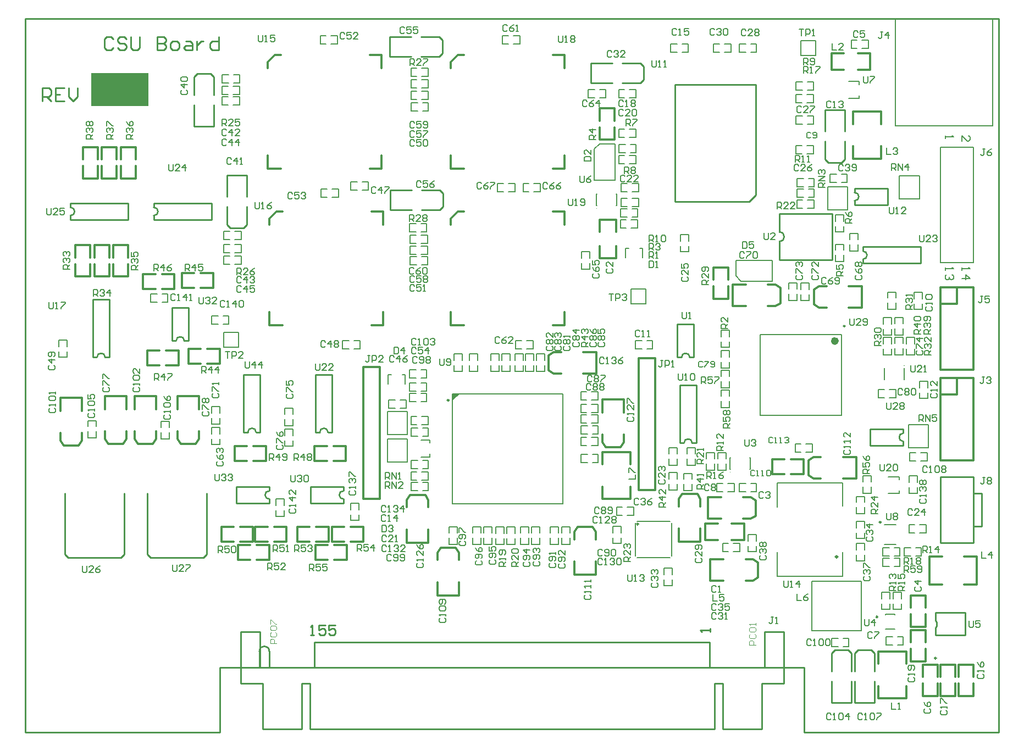
<source format=gto>
%FSLAX23Y23*%
%MOIN*%
G70*
G01*
G75*
%ADD10C,0.040*%
%ADD11R,0.030X0.030*%
%ADD12R,0.037X0.035*%
%ADD13R,0.037X0.035*%
%ADD14R,0.075X0.020*%
%ADD15R,0.020X0.075*%
%ADD16R,0.330X0.370*%
%ADD17R,0.040X0.160*%
%ADD18R,0.090X0.012*%
%ADD19R,0.012X0.090*%
%ADD20R,0.031X0.060*%
%ADD21R,0.014X0.060*%
%ADD22R,0.030X0.100*%
%ADD23O,0.080X0.024*%
%ADD24O,0.024X0.080*%
%ADD25R,0.070X0.078*%
%ADD26R,0.063X0.063*%
%ADD27R,0.035X0.037*%
%ADD28R,0.035X0.037*%
%ADD29R,0.015X0.100*%
%ADD30O,0.015X0.100*%
%ADD31R,0.098X0.051*%
%ADD32R,0.100X0.052*%
%ADD33R,0.128X0.128*%
%ADD34R,0.020X0.012*%
%ADD35R,0.012X0.020*%
%ADD36R,0.085X0.071*%
%ADD37R,0.071X0.085*%
%ADD38R,0.030X0.030*%
%ADD39R,0.125X0.060*%
%ADD40R,0.030X0.037*%
%ADD41R,0.060X0.050*%
%ADD42R,0.037X0.030*%
%ADD43R,0.050X0.060*%
%ADD44R,0.100X0.095*%
%ADD45R,0.060X0.060*%
%ADD46R,0.060X0.125*%
%ADD47R,0.028X0.017*%
%ADD48R,0.095X0.100*%
%ADD49R,0.063X0.063*%
%ADD50R,0.060X0.060*%
%ADD51O,0.071X0.012*%
%ADD52O,0.012X0.071*%
%ADD53R,0.100X0.280*%
%ADD54R,0.045X0.014*%
%ADD55R,0.057X0.022*%
%ADD56R,0.057X0.022*%
%ADD57R,0.022X0.057*%
%ADD58R,0.022X0.057*%
%ADD59C,0.019*%
%ADD60R,1.170X0.780*%
%ADD61C,0.006*%
%ADD62C,0.008*%
%ADD63C,0.020*%
%ADD64C,0.010*%
%ADD65C,0.015*%
%ADD66C,0.050*%
%ADD67C,0.062*%
%ADD68R,0.062X0.062*%
%ADD69C,0.128*%
%ADD70C,0.236*%
%ADD71C,0.025*%
%ADD72C,0.020*%
%ADD73C,0.040*%
G04:AMPARAMS|DCode=74|XSize=85mil|YSize=85mil|CornerRadius=0mil|HoleSize=0mil|Usage=FLASHONLY|Rotation=0.000|XOffset=0mil|YOffset=0mil|HoleType=Round|Shape=Relief|Width=10mil|Gap=10mil|Entries=4|*
%AMTHD74*
7,0,0,0.085,0.065,0.010,45*
%
%ADD74THD74*%
%ADD75C,0.082*%
%ADD76C,0.132*%
G04:AMPARAMS|DCode=77|XSize=102mil|YSize=102mil|CornerRadius=0mil|HoleSize=0mil|Usage=FLASHONLY|Rotation=0.000|XOffset=0mil|YOffset=0mil|HoleType=Round|Shape=Relief|Width=10mil|Gap=10mil|Entries=4|*
%AMTHD77*
7,0,0,0.102,0.082,0.010,45*
%
%ADD77THD77*%
%ADD78C,0.065*%
G04:AMPARAMS|DCode=79|XSize=178mil|YSize=178mil|CornerRadius=0mil|HoleSize=0mil|Usage=FLASHONLY|Rotation=0.000|XOffset=0mil|YOffset=0mil|HoleType=Round|Shape=Relief|Width=10mil|Gap=10mil|Entries=4|*
%AMTHD79*
7,0,0,0.178,0.158,0.010,45*
%
%ADD79THD79*%
G04:AMPARAMS|DCode=80|XSize=96mil|YSize=96mil|CornerRadius=0mil|HoleSize=0mil|Usage=FLASHONLY|Rotation=0.000|XOffset=0mil|YOffset=0mil|HoleType=Round|Shape=Relief|Width=10mil|Gap=10mil|Entries=4|*
%AMTHD80*
7,0,0,0.096,0.076,0.010,45*
%
%ADD80THD80*%
%ADD81C,0.035*%
%ADD82C,0.030*%
%ADD83C,0.158*%
%ADD84C,0.076*%
%ADD85R,0.016X0.085*%
%ADD86R,0.707X0.020*%
%ADD87C,0.009*%
%ADD88C,0.010*%
%ADD89C,0.012*%
%ADD90C,0.024*%
%ADD91C,0.004*%
%ADD92C,0.008*%
%ADD93C,0.005*%
%ADD94R,0.350X0.200*%
G36*
X2591Y2015D02*
Y2054D01*
X2630D01*
X2591Y2015D01*
D02*
G37*
D61*
X4562Y947D02*
X4956D01*
X4562D02*
Y1092D01*
Y1368D02*
Y1513D01*
X4956D01*
Y1372D02*
Y1513D01*
Y947D02*
Y1092D01*
X3710Y1280D02*
X3910D01*
X3919Y1069D02*
Y1269D01*
X3712Y1061D02*
X3912D01*
X3701Y1070D02*
Y1270D01*
X4770Y615D02*
Y915D01*
X5070D01*
Y615D02*
Y915D01*
X4770Y615D02*
X5070D01*
D62*
X5270Y1005D02*
X5305D01*
X5270Y1055D02*
X5305D01*
X5200D02*
X5240D01*
X5200Y1005D02*
X5240D01*
X5305D02*
Y1055D01*
X5200Y1005D02*
Y1055D01*
X5866Y3701D02*
Y4331D01*
X5512D02*
X5866D01*
Y3681D02*
Y3701D01*
X5276Y3681D02*
X5866D01*
X5276Y3681D02*
Y4331D01*
X5551D01*
X2410Y1465D02*
X2445D01*
X2410Y1515D02*
X2445D01*
X2340D02*
X2380D01*
X2340Y1465D02*
X2380D01*
X2445D02*
Y1515D01*
X2340Y1465D02*
Y1515D01*
X2400Y2005D02*
X2435D01*
X2400Y2055D02*
X2435D01*
X2330D02*
X2370D01*
X2330Y2005D02*
X2370D01*
X2435D02*
Y2055D01*
X2330Y2005D02*
Y2055D01*
X2400Y2150D02*
X2435D01*
X2400Y2200D02*
X2435D01*
X2330D02*
X2370D01*
X2330Y2150D02*
X2370D01*
X2435D02*
Y2200D01*
X2330Y2150D02*
Y2200D01*
X2620Y1210D02*
Y1245D01*
X2570Y1210D02*
Y1245D01*
Y1140D02*
Y1180D01*
X2620Y1140D02*
Y1180D01*
X2570Y1245D02*
X2620D01*
X2570Y1140D02*
X2620D01*
X2765Y1210D02*
Y1245D01*
X2715Y1210D02*
Y1245D01*
Y1140D02*
Y1180D01*
X2765Y1140D02*
Y1180D01*
X2715Y1245D02*
X2765D01*
X2715Y1140D02*
X2765D01*
X2830Y1210D02*
Y1245D01*
X2780Y1210D02*
Y1245D01*
Y1140D02*
Y1180D01*
X2830Y1140D02*
Y1180D01*
X2780Y1245D02*
X2830D01*
X2780Y1140D02*
X2830D01*
X3055Y1210D02*
Y1245D01*
X3005Y1210D02*
Y1245D01*
Y1140D02*
Y1180D01*
X3055Y1140D02*
Y1180D01*
X3005Y1245D02*
X3055D01*
X3005Y1140D02*
X3055D01*
X3120Y1210D02*
Y1245D01*
X3070Y1210D02*
Y1245D01*
Y1140D02*
Y1180D01*
X3120Y1140D02*
Y1180D01*
X3070Y1245D02*
X3120D01*
X3070Y1140D02*
X3120D01*
X3305Y1210D02*
Y1245D01*
X3255Y1210D02*
Y1245D01*
Y1140D02*
Y1180D01*
X3305Y1140D02*
Y1180D01*
X3255Y1245D02*
X3305D01*
X3255Y1140D02*
X3305D01*
X3440Y1810D02*
X3475D01*
X3440Y1860D02*
X3475D01*
X3370D02*
X3410D01*
X3370Y1810D02*
X3410D01*
X3475D02*
Y1860D01*
X3370Y1810D02*
Y1860D01*
X3440Y1635D02*
X3475D01*
X3440Y1685D02*
X3475D01*
X3370D02*
X3410D01*
X3370Y1635D02*
X3410D01*
X3475D02*
Y1685D01*
X3370Y1635D02*
Y1685D01*
X2340Y1580D02*
X2375D01*
X2340Y1530D02*
X2375D01*
X2405D02*
X2445D01*
X2405Y1580D02*
X2445D01*
X2340Y1530D02*
Y1580D01*
X2445Y1530D02*
Y1580D01*
X2340Y1915D02*
X2375D01*
X2340Y1865D02*
X2375D01*
X2405D02*
X2445D01*
X2405Y1915D02*
X2445D01*
X2340Y1865D02*
Y1915D01*
X2445Y1865D02*
Y1915D01*
X3235Y1210D02*
Y1245D01*
X3185Y1210D02*
Y1245D01*
Y1140D02*
Y1180D01*
X3235Y1140D02*
Y1180D01*
X3185Y1245D02*
X3235D01*
X3185Y1140D02*
X3235D01*
X3370Y1790D02*
X3405D01*
X3370Y1740D02*
X3405D01*
X3435D02*
X3475D01*
X3435Y1790D02*
X3475D01*
X3370Y1740D02*
Y1790D01*
X3475Y1740D02*
Y1790D01*
X3370Y1925D02*
X3405D01*
X3370Y1875D02*
X3405D01*
X3435D02*
X3475D01*
X3435Y1925D02*
X3475D01*
X3370Y1875D02*
Y1925D01*
X3475Y1875D02*
Y1925D01*
X3370Y1990D02*
X3405D01*
X3370Y1940D02*
X3405D01*
X3435D02*
X3475D01*
X3435Y1990D02*
X3475D01*
X3370Y1940D02*
Y1990D01*
X3475Y1940D02*
Y1990D01*
X2275Y1965D02*
X2310D01*
X2275Y2015D02*
X2310D01*
X2205D02*
X2245D01*
X2205Y1965D02*
X2245D01*
X2310D02*
Y2015D01*
X2205Y1965D02*
Y2015D01*
X2400Y2070D02*
X2435D01*
X2400Y2120D02*
X2435D01*
X2330D02*
X2370D01*
X2330Y2070D02*
X2370D01*
X2435D02*
Y2120D01*
X2330Y2070D02*
Y2120D01*
X3370Y2065D02*
X3405D01*
X3370Y2015D02*
X3405D01*
X3435D02*
X3475D01*
X3435Y2065D02*
X3475D01*
X3370Y2015D02*
Y2065D01*
X3475Y2015D02*
Y2065D01*
X3035Y2190D02*
Y2225D01*
X3085Y2190D02*
Y2225D01*
Y2255D02*
Y2295D01*
X3035Y2255D02*
Y2295D01*
Y2190D02*
X3085D01*
X3035Y2295D02*
X3085D01*
X830Y2610D02*
X865D01*
X830Y2660D02*
X865D01*
X760D02*
X800D01*
X760Y2610D02*
X800D01*
X865D02*
Y2660D01*
X760Y2610D02*
Y2660D01*
X3100Y2190D02*
Y2225D01*
X3150Y2190D02*
Y2225D01*
Y2255D02*
Y2295D01*
X3100Y2255D02*
Y2295D01*
Y2190D02*
X3150D01*
X3100Y2295D02*
X3150D01*
X2890Y2190D02*
Y2225D01*
X2940Y2190D02*
Y2225D01*
Y2255D02*
Y2295D01*
X2890Y2255D02*
Y2295D01*
Y2190D02*
X2940D01*
X2890Y2295D02*
X2940D01*
X2695Y2190D02*
Y2225D01*
X2745Y2190D02*
Y2225D01*
Y2255D02*
Y2295D01*
X2695Y2255D02*
Y2295D01*
Y2190D02*
X2745D01*
X2695Y2295D02*
X2745D01*
X2600Y2190D02*
Y2225D01*
X2650Y2190D02*
Y2225D01*
Y2255D02*
Y2295D01*
X2600Y2255D02*
Y2295D01*
Y2190D02*
X2650D01*
X2600Y2295D02*
X2650D01*
X1200Y2475D02*
X1235D01*
X1200Y2525D02*
X1235D01*
X1130D02*
X1170D01*
X1130Y2475D02*
X1170D01*
X1235D02*
Y2525D01*
X1130Y2475D02*
Y2525D01*
X2825Y2190D02*
Y2225D01*
X2875Y2190D02*
Y2225D01*
Y2255D02*
Y2295D01*
X2825Y2255D02*
Y2295D01*
Y2190D02*
X2875D01*
X2825Y2295D02*
X2875D01*
X2920Y1140D02*
Y1175D01*
X2970Y1140D02*
Y1175D01*
Y1205D02*
Y1245D01*
X2920Y1205D02*
Y1245D01*
Y1140D02*
X2970D01*
X2920Y1245D02*
X2970D01*
X2855Y1140D02*
Y1175D01*
X2905Y1140D02*
Y1175D01*
Y1205D02*
Y1245D01*
X2855Y1205D02*
Y1245D01*
Y1140D02*
X2905D01*
X2855Y1245D02*
X2905D01*
X3955Y1690D02*
Y1725D01*
X3905Y1690D02*
Y1725D01*
Y1620D02*
Y1660D01*
X3955Y1620D02*
Y1660D01*
X3905Y1725D02*
X3955D01*
X3905Y1620D02*
X3955D01*
X1575Y1735D02*
Y1770D01*
X1625Y1735D02*
Y1770D01*
Y1800D02*
Y1840D01*
X1575Y1800D02*
Y1840D01*
Y1735D02*
X1625D01*
X1575Y1840D02*
X1625D01*
X1130Y1745D02*
Y1780D01*
X1180Y1745D02*
Y1780D01*
Y1810D02*
Y1850D01*
X1130Y1810D02*
Y1850D01*
Y1745D02*
X1180D01*
X1130Y1850D02*
X1180D01*
X1625Y1930D02*
Y1965D01*
X1575Y1930D02*
Y1965D01*
Y1860D02*
Y1900D01*
X1625Y1860D02*
Y1900D01*
X1575Y1965D02*
X1625D01*
X1575Y1860D02*
X1625D01*
X4065Y1690D02*
Y1725D01*
X4015Y1690D02*
Y1725D01*
Y1620D02*
Y1660D01*
X4065Y1620D02*
Y1660D01*
X4015Y1725D02*
X4065D01*
X4015Y1620D02*
X4065D01*
X5425Y2025D02*
Y2060D01*
X5475Y2025D02*
Y2060D01*
Y2090D02*
Y2130D01*
X5425Y2090D02*
Y2130D01*
Y2025D02*
X5475D01*
X5425Y2130D02*
X5475D01*
X2970Y2190D02*
Y2225D01*
X3020Y2190D02*
Y2225D01*
Y2255D02*
Y2295D01*
X2970Y2255D02*
Y2295D01*
Y2190D02*
X3020D01*
X2970Y2295D02*
X3020D01*
X2410Y1795D02*
X2445D01*
X2410Y1845D02*
X2445D01*
X2340D02*
X2380D01*
X2340Y1795D02*
X2380D01*
X2445D02*
Y1845D01*
X2340Y1795D02*
Y1845D01*
X2410Y1600D02*
X2445D01*
X2410Y1650D02*
X2445D01*
X2340D02*
X2380D01*
X2340Y1600D02*
X2380D01*
X2445D02*
Y1650D01*
X2340Y1600D02*
Y1650D01*
X1975Y1285D02*
Y1320D01*
X2025Y1285D02*
Y1320D01*
Y1350D02*
Y1390D01*
X1975Y1350D02*
Y1390D01*
Y1285D02*
X2025D01*
X1975Y1390D02*
X2025D01*
X3770Y2325D02*
X3805D01*
X3770Y2375D02*
X3805D01*
X3700D02*
X3740D01*
X3700Y2325D02*
X3740D01*
X3805D02*
Y2375D01*
X3700Y2325D02*
Y2375D01*
X4220Y2335D02*
Y2370D01*
X4270Y2335D02*
Y2370D01*
Y2400D02*
Y2440D01*
X4220Y2400D02*
Y2440D01*
Y2335D02*
X4270D01*
X4220Y2440D02*
X4270D01*
X5390Y2565D02*
Y2600D01*
X5440Y2565D02*
Y2600D01*
Y2630D02*
Y2670D01*
X5390Y2630D02*
Y2670D01*
Y2565D02*
X5440D01*
X5390Y2670D02*
X5440D01*
X1520Y1310D02*
Y1345D01*
X1570Y1310D02*
Y1345D01*
Y1375D02*
Y1415D01*
X1520Y1375D02*
Y1415D01*
Y1310D02*
X1570D01*
X1520Y1415D02*
X1570D01*
X205Y2275D02*
Y2310D01*
X255Y2275D02*
Y2310D01*
Y2340D02*
Y2380D01*
X205Y2340D02*
Y2380D01*
Y2275D02*
X255D01*
X205Y2380D02*
X255D01*
X1130Y1870D02*
Y1905D01*
X1180Y1870D02*
Y1905D01*
Y1935D02*
Y1975D01*
X1130Y1935D02*
Y1975D01*
Y1870D02*
X1180D01*
X1130Y1975D02*
X1180D01*
X4960Y520D02*
X4995D01*
X4960Y570D02*
X4995D01*
X4890D02*
X4930D01*
X4890Y520D02*
X4930D01*
X4995D02*
Y570D01*
X4890Y520D02*
Y570D01*
X3875Y890D02*
Y925D01*
X3925Y890D02*
Y925D01*
Y955D02*
Y995D01*
X3875Y955D02*
Y995D01*
Y890D02*
X3925D01*
X3875Y995D02*
X3925D01*
X3587Y1366D02*
X3622D01*
X3587Y1316D02*
X3622D01*
X3652D02*
X3692D01*
X3652Y1366D02*
X3692D01*
X3587Y1316D02*
Y1366D01*
X3692Y1316D02*
Y1366D01*
X875Y1850D02*
Y1885D01*
X825Y1850D02*
Y1885D01*
Y1780D02*
Y1820D01*
X875Y1780D02*
Y1820D01*
X825Y1885D02*
X875D01*
X825Y1780D02*
X875D01*
X430Y1855D02*
Y1890D01*
X380Y1855D02*
Y1890D01*
Y1785D02*
Y1825D01*
X430Y1785D02*
Y1825D01*
X380Y1890D02*
X430D01*
X380Y1785D02*
X430D01*
X3565Y1145D02*
Y1180D01*
X3615Y1145D02*
Y1180D01*
Y1210D02*
Y1250D01*
X3565Y1210D02*
Y1250D01*
Y1145D02*
X3615D01*
X3565Y1250D02*
X3615D01*
X5040Y1175D02*
Y1210D01*
X5090Y1175D02*
Y1210D01*
Y1240D02*
Y1280D01*
X5040Y1240D02*
Y1280D01*
Y1175D02*
X5090D01*
X5040Y1280D02*
X5090D01*
X5040Y1040D02*
Y1075D01*
X5090Y1040D02*
Y1075D01*
Y1105D02*
Y1145D01*
X5040Y1105D02*
Y1145D01*
Y1040D02*
X5090D01*
X5040Y1145D02*
X5090D01*
X5290Y530D02*
X5325D01*
X5290Y580D02*
X5325D01*
X5220D02*
X5260D01*
X5220Y530D02*
X5260D01*
X5325D02*
Y580D01*
X5220Y530D02*
Y580D01*
X5265Y745D02*
Y780D01*
X5315Y745D02*
Y780D01*
Y810D02*
Y850D01*
X5265Y810D02*
Y850D01*
Y745D02*
X5315D01*
X5265Y850D02*
X5315D01*
X5195Y745D02*
Y780D01*
X5245Y745D02*
Y780D01*
Y810D02*
Y850D01*
X5195Y810D02*
Y850D01*
Y745D02*
X5245D01*
X5195Y850D02*
X5245D01*
X5090Y1395D02*
Y1430D01*
X5040Y1395D02*
Y1430D01*
Y1325D02*
Y1365D01*
X5090Y1325D02*
Y1365D01*
X5040Y1430D02*
X5090D01*
X5040Y1325D02*
X5090D01*
X5360Y1260D02*
X5395D01*
X5360Y1210D02*
X5395D01*
X5425D02*
X5465D01*
X5425Y1260D02*
X5465D01*
X5360Y1210D02*
Y1260D01*
X5465Y1210D02*
Y1260D01*
X4230Y1145D02*
X4265D01*
X4230Y1095D02*
X4265D01*
X4295D02*
X4335D01*
X4295Y1145D02*
X4335D01*
X4230Y1095D02*
Y1145D01*
X4335Y1095D02*
Y1145D01*
X4385Y1095D02*
Y1130D01*
X4435Y1095D02*
Y1130D01*
Y1160D02*
Y1200D01*
X4385Y1160D02*
Y1200D01*
Y1095D02*
X4435D01*
X4385Y1200D02*
X4435D01*
X5400Y1070D02*
X5435D01*
X5400Y1120D02*
X5435D01*
X5330D02*
X5370D01*
X5330Y1070D02*
X5370D01*
X5435D02*
Y1120D01*
X5330Y1070D02*
Y1120D01*
X5270Y1070D02*
X5305D01*
X5270Y1120D02*
X5305D01*
X5200D02*
X5240D01*
X5200Y1070D02*
X5240D01*
X5305D02*
Y1120D01*
X5200Y1070D02*
Y1120D01*
X4400Y1460D02*
X4435D01*
X4400Y1510D02*
X4435D01*
X4330D02*
X4370D01*
X4330Y1460D02*
X4370D01*
X4435D02*
Y1510D01*
X4330Y1460D02*
Y1510D01*
X4195Y1510D02*
X4230D01*
X4195Y1460D02*
X4230D01*
X4260D02*
X4300D01*
X4260Y1510D02*
X4300D01*
X4195Y1460D02*
Y1510D01*
X4300Y1460D02*
Y1510D01*
X5050Y2990D02*
Y3025D01*
X5000Y2990D02*
Y3025D01*
Y2920D02*
Y2960D01*
X5050Y2920D02*
Y2960D01*
X5000Y3025D02*
X5050D01*
X5000Y2920D02*
X5050D01*
X4180Y1660D02*
Y1695D01*
X4130Y1660D02*
Y1695D01*
Y1590D02*
Y1630D01*
X4180Y1590D02*
Y1630D01*
X4130Y1695D02*
X4180D01*
X4130Y1590D02*
X4180D01*
X4250Y1660D02*
Y1695D01*
X4200Y1660D02*
Y1695D01*
Y1590D02*
Y1630D01*
X4250Y1590D02*
Y1630D01*
X4200Y1695D02*
X4250D01*
X4200Y1590D02*
X4250D01*
X5360Y1450D02*
Y1485D01*
X5410Y1450D02*
Y1485D01*
Y1515D02*
Y1555D01*
X5360Y1515D02*
Y1555D01*
Y1450D02*
X5410D01*
X5360Y1555D02*
X5410D01*
X1205Y3040D02*
X1240D01*
X1205Y2990D02*
X1240D01*
X1270D02*
X1310D01*
X1270Y3040D02*
X1310D01*
X1205Y2990D02*
Y3040D01*
X1310Y2990D02*
Y3040D01*
X2400Y3035D02*
X2435D01*
X2400Y3085D02*
X2435D01*
X2330D02*
X2370D01*
X2330Y3035D02*
X2370D01*
X2435D02*
Y3085D01*
X2330Y3035D02*
Y3085D01*
X5130Y1520D02*
Y1555D01*
X5080Y1520D02*
Y1555D01*
Y1450D02*
Y1490D01*
X5130Y1450D02*
Y1490D01*
X5080Y1555D02*
X5130D01*
X5080Y1450D02*
X5130D01*
X4270Y2160D02*
Y2195D01*
X4220Y2160D02*
Y2195D01*
Y2090D02*
Y2130D01*
X4270Y2090D02*
Y2130D01*
X4220Y2195D02*
X4270D01*
X4220Y2090D02*
X4270D01*
Y2040D02*
Y2075D01*
X4220Y2040D02*
Y2075D01*
Y1970D02*
Y2010D01*
X4270Y1970D02*
Y2010D01*
X4220Y2075D02*
X4270D01*
X4220Y1970D02*
X4270D01*
X5280Y2635D02*
Y2670D01*
X5230Y2635D02*
Y2670D01*
Y2565D02*
Y2605D01*
X5280Y2565D02*
Y2605D01*
X5230Y2670D02*
X5280D01*
X5230Y2565D02*
X5280D01*
X4950Y3335D02*
X4985D01*
X4950Y3385D02*
X4985D01*
X4880D02*
X4920D01*
X4880Y3335D02*
X4920D01*
X4985D02*
Y3385D01*
X4880Y3335D02*
Y3385D01*
X5010Y4200D02*
X5045D01*
X5010Y4150D02*
X5045D01*
X5075D02*
X5115D01*
X5075Y4200D02*
X5115D01*
X5010Y4150D02*
Y4200D01*
X5115Y4150D02*
Y4200D01*
X4675Y3870D02*
X4710D01*
X4675Y3820D02*
X4710D01*
X4740D02*
X4780D01*
X4740Y3870D02*
X4780D01*
X4675Y3820D02*
Y3870D01*
X4780Y3820D02*
Y3870D01*
X4220Y2210D02*
Y2245D01*
X4270Y2210D02*
Y2245D01*
Y2275D02*
Y2315D01*
X4220Y2275D02*
Y2315D01*
Y2210D02*
X4270D01*
X4220Y2315D02*
X4270D01*
X5325Y2480D02*
Y2515D01*
X5275Y2480D02*
Y2515D01*
Y2410D02*
Y2450D01*
X5325Y2410D02*
Y2450D01*
X5275Y2515D02*
X5325D01*
X5275Y2410D02*
X5325D01*
X3905Y1470D02*
Y1505D01*
X3955Y1470D02*
Y1505D01*
Y1535D02*
Y1575D01*
X3905Y1535D02*
Y1575D01*
Y1470D02*
X3955D01*
X3905Y1575D02*
X3955D01*
X5205Y2410D02*
Y2445D01*
X5255Y2410D02*
Y2445D01*
Y2475D02*
Y2515D01*
X5205Y2475D02*
Y2515D01*
Y2410D02*
X5255D01*
X5205Y2515D02*
X5255D01*
X4045Y1535D02*
Y1570D01*
X3995Y1535D02*
Y1570D01*
Y1465D02*
Y1505D01*
X4045Y1465D02*
Y1505D01*
X3995Y1570D02*
X4045D01*
X3995Y1465D02*
X4045D01*
X4867Y3170D02*
X4988D01*
X4867D02*
Y3310D01*
X4987D01*
X4988Y3170D02*
Y3309D01*
X4987Y3310D02*
X4988Y3309D01*
X1205Y2960D02*
X1240D01*
X1205Y2910D02*
X1240D01*
X1270D02*
X1310D01*
X1270Y2960D02*
X1310D01*
X1205Y2910D02*
Y2960D01*
X1310Y2910D02*
Y2960D01*
X1205Y2890D02*
X1240D01*
X1205Y2840D02*
X1240D01*
X1270D02*
X1310D01*
X1270Y2890D02*
X1310D01*
X1205Y2840D02*
Y2890D01*
X1310Y2840D02*
Y2890D01*
X1995Y2325D02*
X2030D01*
X1995Y2375D02*
X2030D01*
X1925D02*
X1965D01*
X1925Y2325D02*
X1965D01*
X2030D02*
Y2375D01*
X1925Y2325D02*
Y2375D01*
X2405Y2835D02*
X2440D01*
X2405Y2885D02*
X2440D01*
X2335D02*
X2375D01*
X2335Y2835D02*
X2375D01*
X2440D02*
Y2885D01*
X2335Y2835D02*
Y2885D01*
X1795Y3295D02*
X1830D01*
X1795Y3245D02*
X1830D01*
X1860D02*
X1900D01*
X1860Y3295D02*
X1900D01*
X1795Y3245D02*
Y3295D01*
X1900Y3245D02*
Y3295D01*
X2335Y2950D02*
X2370D01*
X2335Y2900D02*
X2370D01*
X2400D02*
X2440D01*
X2400Y2950D02*
X2440D01*
X2335Y2900D02*
Y2950D01*
X2440Y2900D02*
Y2950D01*
X2335Y3015D02*
X2370D01*
X2335Y2965D02*
X2370D01*
X2400D02*
X2440D01*
X2400Y3015D02*
X2440D01*
X2335Y2965D02*
Y3015D01*
X2440Y2965D02*
Y3015D01*
X2975Y2375D02*
X3010D01*
X2975Y2325D02*
X3010D01*
X3040D02*
X3080D01*
X3040Y2375D02*
X3080D01*
X2975Y2325D02*
Y2375D01*
X3080Y2325D02*
Y2375D01*
X3375Y2810D02*
Y2845D01*
X3425Y2810D02*
Y2845D01*
Y2875D02*
Y2915D01*
X3375Y2875D02*
Y2915D01*
Y2810D02*
X3425D01*
X3375Y2915D02*
X3425D01*
X2865Y3330D02*
X2900D01*
X2865Y3280D02*
X2900D01*
X2930D02*
X2970D01*
X2930Y3330D02*
X2970D01*
X2865Y3280D02*
Y3330D01*
X2970Y3280D02*
Y3330D01*
X3600Y3500D02*
X3635D01*
X3600Y3450D02*
X3635D01*
X3665D02*
X3705D01*
X3665Y3500D02*
X3705D01*
X3600Y3450D02*
Y3500D01*
X3705Y3450D02*
Y3500D01*
X4680Y2690D02*
Y2725D01*
X4630Y2690D02*
Y2725D01*
Y2620D02*
Y2660D01*
X4680Y2620D02*
Y2660D01*
X4630Y2725D02*
X4680D01*
X4630Y2620D02*
X4680D01*
X3670Y3515D02*
X3705D01*
X3670Y3565D02*
X3705D01*
X3600D02*
X3640D01*
X3600Y3515D02*
X3640D01*
X3705D02*
Y3565D01*
X3600Y3515D02*
Y3565D01*
X4670Y1750D02*
X4705D01*
X4670Y1700D02*
X4705D01*
X4735D02*
X4775D01*
X4735Y1750D02*
X4775D01*
X4670Y1700D02*
Y1750D01*
X4775Y1700D02*
Y1750D01*
X4705Y2620D02*
Y2655D01*
X4755Y2620D02*
Y2655D01*
Y2685D02*
Y2725D01*
X4705Y2685D02*
Y2725D01*
Y2620D02*
X4755D01*
X4705Y2725D02*
X4755D01*
X4750Y3310D02*
X4785D01*
X4750Y3360D02*
X4785D01*
X4680D02*
X4720D01*
X4680Y3310D02*
X4720D01*
X4785D02*
Y3360D01*
X4680Y3310D02*
Y3360D01*
X3615Y3240D02*
X3650D01*
X3615Y3190D02*
X3650D01*
X3680D02*
X3720D01*
X3680Y3240D02*
X3720D01*
X3615Y3190D02*
Y3240D01*
X3720Y3190D02*
Y3240D01*
X1265Y3940D02*
X1300D01*
X1265Y3990D02*
X1300D01*
X1195D02*
X1235D01*
X1195Y3940D02*
X1235D01*
X1300D02*
Y3990D01*
X1195Y3940D02*
Y3990D01*
X2340Y4030D02*
X2375D01*
X2340Y3980D02*
X2375D01*
X2405D02*
X2445D01*
X2405Y4030D02*
X2445D01*
X2340Y3980D02*
Y4030D01*
X2445Y3980D02*
Y4030D01*
X3680Y3125D02*
X3715D01*
X3680Y3175D02*
X3715D01*
X3610D02*
X3650D01*
X3610Y3125D02*
X3650D01*
X3715D02*
Y3175D01*
X3610Y3125D02*
Y3175D01*
X4745Y3895D02*
X4780D01*
X4745Y3945D02*
X4780D01*
X4675D02*
X4715D01*
X4675Y3895D02*
X4715D01*
X4780D02*
Y3945D01*
X4675Y3895D02*
Y3945D01*
X5325Y2360D02*
Y2395D01*
X5275Y2360D02*
Y2395D01*
Y2290D02*
Y2330D01*
X5325Y2290D02*
Y2330D01*
X5275Y2395D02*
X5325D01*
X5275Y2290D02*
X5325D01*
X3610Y3110D02*
X3645D01*
X3610Y3060D02*
X3645D01*
X3675D02*
X3715D01*
X3675Y3110D02*
X3715D01*
X3610Y3060D02*
Y3110D01*
X3715Y3060D02*
Y3110D01*
X5205Y2290D02*
Y2325D01*
X5255Y2290D02*
Y2325D01*
Y2355D02*
Y2395D01*
X5205Y2355D02*
Y2395D01*
Y2290D02*
X5255D01*
X5205Y2395D02*
X5255D01*
X4675Y3560D02*
X4710D01*
X4675Y3510D02*
X4710D01*
X4740D02*
X4780D01*
X4740Y3560D02*
X4780D01*
X4675Y3510D02*
Y3560D01*
X4780Y3510D02*
Y3560D01*
X5365Y1695D02*
X5400D01*
X5365Y1645D02*
X5400D01*
X5430D02*
X5470D01*
X5430Y1695D02*
X5470D01*
X5365Y1645D02*
Y1695D01*
X5470Y1645D02*
Y1695D01*
X4680Y3230D02*
X4715D01*
X4680Y3180D02*
X4715D01*
X4745D02*
X4785D01*
X4745Y3230D02*
X4785D01*
X4680Y3180D02*
Y3230D01*
X4785Y3180D02*
Y3230D01*
X4915Y3035D02*
Y3070D01*
X4965Y3035D02*
Y3070D01*
Y3100D02*
Y3140D01*
X4915Y3100D02*
Y3140D01*
Y3035D02*
X4965D01*
X4915Y3140D02*
X4965D01*
X4965Y2925D02*
Y2960D01*
X4915Y2925D02*
Y2960D01*
Y2855D02*
Y2895D01*
X4965Y2855D02*
Y2895D01*
X4915Y2960D02*
X4965D01*
X4915Y2855D02*
X4965D01*
X5175Y2080D02*
X5210D01*
X5175Y2030D02*
X5210D01*
X5240D02*
X5280D01*
X5240Y2080D02*
X5280D01*
X5175Y2030D02*
Y2080D01*
X5280Y2030D02*
Y2080D01*
X5345Y2290D02*
Y2325D01*
X5395Y2290D02*
Y2325D01*
Y2355D02*
Y2395D01*
X5345Y2355D02*
Y2395D01*
Y2290D02*
X5395D01*
X5345Y2395D02*
X5395D01*
X5302Y3235D02*
X5423D01*
X5302D02*
Y3375D01*
X5422D01*
X5423Y3235D02*
Y3374D01*
X5422Y3375D02*
X5423Y3374D01*
X1195Y3920D02*
X1230D01*
X1195Y3870D02*
X1230D01*
X1260D02*
X1300D01*
X1260Y3920D02*
X1300D01*
X1195Y3870D02*
Y3920D01*
X1300Y3870D02*
Y3920D01*
X1195Y3855D02*
X1230D01*
X1195Y3805D02*
X1230D01*
X1260D02*
X1300D01*
X1260Y3855D02*
X1300D01*
X1195Y3805D02*
Y3855D01*
X1300Y3805D02*
Y3855D01*
X2045Y3290D02*
X2080D01*
X2045Y3340D02*
X2080D01*
X1975D02*
X2015D01*
X1975Y3290D02*
X2015D01*
X2080D02*
Y3340D01*
X1975Y3290D02*
Y3340D01*
X2410Y3770D02*
X2445D01*
X2410Y3820D02*
X2445D01*
X2340D02*
X2380D01*
X2340Y3770D02*
X2380D01*
X2445D02*
Y3820D01*
X2340Y3770D02*
Y3820D01*
X1790Y4225D02*
X1825D01*
X1790Y4175D02*
X1825D01*
X1855D02*
X1895D01*
X1855Y4225D02*
X1895D01*
X1790Y4175D02*
Y4225D01*
X1895Y4175D02*
Y4225D01*
X2340Y3890D02*
X2375D01*
X2340Y3840D02*
X2375D01*
X2405D02*
X2445D01*
X2405Y3890D02*
X2445D01*
X2340Y3840D02*
Y3890D01*
X2445Y3840D02*
Y3890D01*
X2340Y3960D02*
X2375D01*
X2340Y3910D02*
X2375D01*
X2405D02*
X2445D01*
X2405Y3960D02*
X2445D01*
X2340Y3910D02*
Y3960D01*
X2445Y3910D02*
Y3960D01*
X2895Y4225D02*
X2930D01*
X2895Y4175D02*
X2930D01*
X2960D02*
X3000D01*
X2960Y4225D02*
X3000D01*
X2895Y4175D02*
Y4225D01*
X3000Y4175D02*
Y4225D01*
X3485Y3850D02*
X3520D01*
X3485Y3900D02*
X3520D01*
X3415D02*
X3455D01*
X3415Y3850D02*
X3455D01*
X3520D02*
Y3900D01*
X3415Y3850D02*
Y3900D01*
X3020Y3330D02*
X3055D01*
X3020Y3280D02*
X3055D01*
X3085D02*
X3125D01*
X3085Y3330D02*
X3125D01*
X3020Y3280D02*
Y3330D01*
X3125Y3280D02*
Y3330D01*
X3985Y4125D02*
X4020D01*
X3985Y4175D02*
X4020D01*
X3915D02*
X3955D01*
X3915Y4125D02*
X3955D01*
X4020D02*
Y4175D01*
X3915Y4125D02*
Y4175D01*
X3600Y3900D02*
X3635D01*
X3600Y3850D02*
X3635D01*
X3665D02*
X3705D01*
X3665Y3900D02*
X3705D01*
X3600Y3850D02*
Y3900D01*
X3705Y3850D02*
Y3900D01*
X3600Y3660D02*
X3635D01*
X3600Y3610D02*
X3635D01*
X3665D02*
X3705D01*
X3665Y3660D02*
X3705D01*
X3600Y3610D02*
Y3660D01*
X3705Y3610D02*
Y3660D01*
X3615Y3330D02*
X3650D01*
X3615Y3280D02*
X3650D01*
X3680D02*
X3720D01*
X3680Y3330D02*
X3720D01*
X3615Y3280D02*
Y3330D01*
X3720Y3280D02*
Y3330D01*
X3975Y2915D02*
Y2950D01*
X4025Y2915D02*
Y2950D01*
Y2980D02*
Y3020D01*
X3975Y2980D02*
Y3020D01*
Y2915D02*
X4025D01*
X3975Y3020D02*
X4025D01*
X4750Y3245D02*
X4785D01*
X4750Y3295D02*
X4785D01*
X4680D02*
X4720D01*
X4680Y3245D02*
X4720D01*
X4785D02*
Y3295D01*
X4680Y3245D02*
Y3295D01*
X4745Y3690D02*
X4780D01*
X4745Y3740D02*
X4780D01*
X4675D02*
X4715D01*
X4675Y3690D02*
X4715D01*
X4780D02*
Y3740D01*
X4675Y3690D02*
Y3740D01*
X4400Y4125D02*
X4435D01*
X4400Y4175D02*
X4435D01*
X4330D02*
X4370D01*
X4330Y4125D02*
X4370D01*
X4435D02*
Y4175D01*
X4330Y4125D02*
Y4175D01*
X4175Y4175D02*
X4210D01*
X4175Y4125D02*
X4210D01*
X4240D02*
X4280D01*
X4240Y4175D02*
X4280D01*
X4175Y4125D02*
Y4175D01*
X4280Y4125D02*
Y4175D01*
X5357Y1865D02*
X5478D01*
Y1725D02*
Y1865D01*
X5358Y1725D02*
X5478D01*
X5357Y1726D02*
Y1865D01*
Y1726D02*
X5358Y1725D01*
X4705Y4105D02*
Y4195D01*
Y4105D02*
X4795D01*
Y4195D01*
X4705D02*
X4795D01*
X1205Y2335D02*
Y2425D01*
Y2335D02*
X1295D01*
Y2425D01*
X1205D02*
X1295D01*
X3675Y2600D02*
Y2690D01*
Y2600D02*
X3765D01*
Y2690D01*
X3675D02*
X3765D01*
X2317Y1945D02*
X2318Y1944D01*
Y1805D02*
Y1944D01*
X2197Y1945D02*
X2317D01*
X2197Y1805D02*
Y1945D01*
Y1805D02*
X2318D01*
X2317Y1780D02*
X2318Y1779D01*
Y1640D02*
Y1779D01*
X2197Y1780D02*
X2317D01*
X2197Y1640D02*
Y1780D01*
Y1640D02*
X2318D01*
X5680Y3587D02*
Y3620D01*
X5713Y3587D01*
X5722D01*
X5730Y3595D01*
Y3612D01*
X5722Y3620D01*
X5580D02*
Y3603D01*
Y3612D01*
X5630D01*
X5622Y3620D01*
X5680Y2820D02*
Y2803D01*
Y2812D01*
X5730D01*
X5722Y2820D01*
X5680Y2753D02*
X5730D01*
X5705Y2778D01*
Y2745D01*
X5580Y2820D02*
Y2803D01*
Y2812D01*
X5630D01*
X5622Y2820D01*
Y2778D02*
X5630Y2770D01*
Y2753D01*
X5622Y2745D01*
X5613D01*
X5605Y2753D01*
Y2762D01*
Y2753D01*
X5597Y2745D01*
X5588D01*
X5580Y2753D01*
Y2770D01*
X5588Y2778D01*
D64*
X1836Y1820D02*
G03*
X1786Y1820I-25J0D01*
G01*
X4045Y1755D02*
G03*
X3995Y1755I-25J0D01*
G01*
X780Y3135D02*
G03*
X780Y3185I0J25D01*
G01*
X485Y2275D02*
G03*
X435Y2275I-25J0D01*
G01*
X1400Y1820D02*
G03*
X1350Y1820I-25J0D01*
G01*
X4030Y2275D02*
G03*
X3980Y2275I-25J0D01*
G01*
X965Y2375D02*
G03*
X915Y2375I-25J0D01*
G01*
X4575Y2979D02*
G03*
X4575Y3035I0J28D01*
G01*
X1480Y1465D02*
G03*
X1480Y1415I0J-25D01*
G01*
X1930Y1465D02*
G03*
X1930Y1415I0J-25D01*
G01*
X275Y3135D02*
G03*
X275Y3185I0J25D01*
G01*
X5080Y2870D02*
G03*
X5080Y2920I0J25D01*
G01*
X5520Y630D02*
G03*
X5520Y680I-25J25D01*
G01*
X5030Y3225D02*
G03*
X5030Y3275I0J25D01*
G01*
X5325Y1815D02*
G03*
X5325Y1765I0J-25D01*
G01*
X5170Y700D02*
G03*
X5170Y700I-5J0D01*
G01*
X5190Y1275D02*
G03*
X5190Y1275I-5J0D01*
G01*
X1100Y1090D02*
Y1450D01*
Y1080D02*
Y1090D01*
X1080Y1060D02*
X1100Y1080D01*
X760Y1060D02*
X1080D01*
X740Y1080D02*
X760Y1060D01*
X740Y1080D02*
Y1450D01*
X3940Y3220D02*
X4390D01*
X3940D02*
Y3930D01*
X4430D01*
Y3260D02*
Y3930D01*
X4390Y3220D02*
X4430Y3260D01*
X2003Y394D02*
X3971D01*
X1755D02*
Y548D01*
X1424Y394D02*
Y611D01*
X1306Y296D02*
Y611D01*
X1727Y20D02*
Y296D01*
X1676Y20D02*
Y296D01*
X1440Y20D02*
Y296D01*
X1676D02*
X1727D01*
X1306Y611D02*
X1424D01*
X1306Y296D02*
X1440D01*
X1755Y548D02*
X2999D01*
X1424Y394D02*
X1755D01*
X1440Y20D02*
X1676D01*
X1727D02*
X2999D01*
X2908D02*
X4180D01*
X4231D02*
X4467D01*
X4152Y394D02*
X4483D01*
X2908Y548D02*
X4152D01*
X4467Y296D02*
X4601D01*
X4483Y611D02*
X4601D01*
X4180Y296D02*
X4231D01*
X4467Y20D02*
Y296D01*
X4231Y20D02*
Y296D01*
X4180Y20D02*
Y296D01*
X4601D02*
Y611D01*
X4483Y394D02*
Y611D01*
X4152Y394D02*
Y548D01*
X1761Y1820D02*
Y2170D01*
X1861Y1820D02*
Y2170D01*
X1836Y1820D02*
X1861D01*
X1761D02*
X1786D01*
X1761Y2170D02*
X1861D01*
X3970Y1755D02*
Y2105D01*
X4070Y1755D02*
Y2105D01*
X4045Y1755D02*
X4070D01*
X3970D02*
X3995D01*
X3970Y2105D02*
X4070D01*
X780Y3210D02*
X1130D01*
X780Y3110D02*
X1130D01*
X780D02*
Y3135D01*
Y3185D02*
Y3210D01*
X1130Y3110D02*
Y3210D01*
X410Y2275D02*
Y2625D01*
X510Y2275D02*
Y2625D01*
X485Y2275D02*
X510D01*
X410D02*
X435D01*
X410Y2625D02*
X510D01*
X1325Y1820D02*
Y2170D01*
X1425Y1820D02*
Y2170D01*
X1400Y1820D02*
X1425D01*
X1325D02*
X1350D01*
X1325Y2170D02*
X1425D01*
X240Y1080D02*
Y1450D01*
Y1080D02*
X260Y1060D01*
X580D01*
X600Y1080D01*
Y1090D01*
Y1450D01*
X4030Y2275D02*
X4055D01*
X3955D02*
X3980D01*
X3955D02*
Y2475D01*
X4055D01*
Y2275D02*
Y2475D01*
X965Y2375D02*
X990D01*
X890D02*
X915D01*
X890D02*
Y2575D01*
X990D01*
Y2375D02*
Y2575D01*
X5750Y1250D02*
X5800D01*
Y1450D01*
X5750D02*
X5800D01*
X5550Y1150D02*
X5750D01*
X5550Y1550D02*
X5750D01*
Y1150D02*
Y1550D01*
X5550Y1150D02*
Y1550D01*
X4575Y2865D02*
Y2975D01*
Y3035D02*
Y3145D01*
X4895Y2865D02*
Y3145D01*
X4575D02*
X4895D01*
X4575Y2865D02*
X4895D01*
X1480Y1465D02*
Y1490D01*
Y1390D02*
Y1415D01*
X1280Y1390D02*
X1480D01*
X1280D02*
Y1490D01*
X1480D01*
X1930Y1465D02*
Y1490D01*
Y1390D02*
Y1415D01*
X1730Y1390D02*
X1930D01*
X1730D02*
Y1490D01*
X1930D01*
X275Y3210D02*
X625D01*
X275Y3110D02*
X625D01*
X275D02*
Y3135D01*
Y3185D02*
Y3210D01*
X625Y3110D02*
Y3210D01*
X5430Y2845D02*
Y2945D01*
X5080Y2920D02*
Y2945D01*
Y2845D02*
Y2870D01*
Y2845D02*
X5430D01*
X5080Y2945D02*
X5430D01*
X5520Y590D02*
X5699D01*
Y725D01*
X5520D02*
X5699D01*
X5520Y680D02*
Y725D01*
Y590D02*
Y630D01*
X5030Y3200D02*
Y3225D01*
Y3275D02*
Y3300D01*
X5230D01*
Y3200D02*
Y3300D01*
X5030Y3200D02*
X5230D01*
X5325Y1815D02*
Y1840D01*
Y1740D02*
Y1765D01*
X5125Y1740D02*
X5325D01*
X5125D02*
Y1840D01*
X5325D01*
X4890Y180D02*
Y310D01*
Y180D02*
X5010D01*
Y310D01*
Y370D02*
Y390D01*
X4890Y370D02*
Y480D01*
X4910Y500D01*
X4990D01*
X5010Y480D01*
Y390D02*
Y480D01*
X5030Y180D02*
Y310D01*
Y180D02*
X5150D01*
Y310D01*
Y370D02*
Y390D01*
X5030Y370D02*
Y480D01*
X5050Y500D01*
X5130D01*
X5150Y480D01*
Y390D02*
Y480D01*
X1225Y3080D02*
Y3170D01*
Y3080D02*
X1245Y3060D01*
X1325D01*
X1345Y3080D01*
Y3190D01*
X1225Y3170D02*
Y3190D01*
Y3250D02*
Y3380D01*
X1345D01*
Y3250D02*
Y3380D01*
X2425Y3170D02*
X2515D01*
X2535Y3190D01*
Y3270D01*
X2515Y3290D02*
X2535Y3270D01*
X2405Y3290D02*
X2515D01*
X2405Y3170D02*
X2425D01*
X2215D02*
X2345D01*
X2215D02*
Y3290D01*
X2345D01*
X4970Y3645D02*
Y3775D01*
X4850D02*
X4970D01*
X4850Y3645D02*
Y3775D01*
Y3565D02*
Y3585D01*
X4970Y3475D02*
Y3585D01*
X4950Y3455D02*
X4970Y3475D01*
X4870Y3455D02*
X4950D01*
X4850Y3475D02*
X4870Y3455D01*
X4850Y3475D02*
Y3565D01*
X1145Y3885D02*
Y3975D01*
X1125Y3995D02*
X1145Y3975D01*
X1045Y3995D02*
X1125D01*
X1025Y3975D02*
X1045Y3995D01*
X1025Y3865D02*
Y3975D01*
X1145Y3865D02*
Y3885D01*
Y3675D02*
Y3805D01*
X1025Y3675D02*
X1145D01*
X1025D02*
Y3805D01*
X2420Y4100D02*
X2510D01*
X2530Y4120D01*
Y4200D01*
X2510Y4220D02*
X2530Y4200D01*
X2400Y4220D02*
X2510D01*
X2400Y4100D02*
X2420D01*
X2210D02*
X2340D01*
X2210D02*
Y4220D01*
X2340D01*
X3430Y4060D02*
X3560D01*
X3430Y3940D02*
Y4060D01*
Y3940D02*
X3560D01*
X3620D02*
X3640D01*
X3620Y4060D02*
X3730D01*
X3750Y4040D01*
Y3960D02*
Y4040D01*
X3730Y3940D02*
X3750Y3960D01*
X3640Y3940D02*
X3730D01*
X1732Y591D02*
X1752D01*
X1742D01*
Y651D01*
X1732Y641D01*
X1822Y651D02*
X1782D01*
Y621D01*
X1802Y631D01*
X1812D01*
X1822Y621D01*
Y601D01*
X1812Y591D01*
X1792D01*
X1782Y601D01*
X1882Y651D02*
X1842D01*
Y621D01*
X1862Y631D01*
X1872D01*
X1882Y621D01*
Y601D01*
X1872Y591D01*
X1852D01*
X1842Y601D01*
X4153Y609D02*
Y629D01*
Y619D01*
X4093D01*
X4103Y609D01*
X1480Y492D02*
G03*
X1420Y492I-30J0D01*
G01*
X5905Y0D02*
Y4330D01*
X0D02*
X5905D01*
X1420Y394D02*
Y492D01*
X1480Y395D02*
Y492D01*
Y394D02*
X4117D01*
X4725D01*
X1180D02*
X1420D01*
X4725Y0D02*
X5905D01*
X4725D02*
Y394D01*
X0Y0D02*
Y4330D01*
Y0D02*
X1180D01*
Y394D01*
D87*
X105Y3830D02*
Y3910D01*
X145D01*
X158Y3897D01*
Y3870D01*
X145Y3857D01*
X105D01*
X132D02*
X158Y3830D01*
X238Y3910D02*
X185D01*
Y3830D01*
X238D01*
X185Y3870D02*
X212D01*
X265Y3910D02*
Y3857D01*
X292Y3830D01*
X318Y3857D01*
Y3910D01*
X533Y4207D02*
X520Y4220D01*
X493D01*
X480Y4207D01*
Y4153D01*
X493Y4140D01*
X520D01*
X533Y4153D01*
X613Y4207D02*
X600Y4220D01*
X573D01*
X560Y4207D01*
Y4193D01*
X573Y4180D01*
X600D01*
X613Y4167D01*
Y4153D01*
X600Y4140D01*
X573D01*
X560Y4153D01*
X640Y4220D02*
Y4153D01*
X653Y4140D01*
X680D01*
X693Y4153D01*
Y4220D01*
X800D02*
Y4140D01*
X840D01*
X853Y4153D01*
Y4167D01*
X840Y4180D01*
X800D01*
X840D01*
X853Y4193D01*
Y4207D01*
X840Y4220D01*
X800D01*
X893Y4140D02*
X920D01*
X933Y4153D01*
Y4180D01*
X920Y4193D01*
X893D01*
X880Y4180D01*
Y4153D01*
X893Y4140D01*
X973Y4193D02*
X1000D01*
X1013Y4180D01*
Y4140D01*
X973D01*
X960Y4153D01*
X973Y4167D01*
X1013D01*
X1040Y4193D02*
Y4140D01*
Y4167D01*
X1053Y4180D01*
X1066Y4193D01*
X1080D01*
X1173Y4220D02*
Y4140D01*
X1133D01*
X1120Y4153D01*
Y4180D01*
X1133Y4193D01*
X1173D01*
D88*
X5525Y450D02*
G03*
X5525Y450I-5J0D01*
G01*
X3719Y1264D02*
G03*
X3719Y1264I-5J0D01*
G01*
X4972Y2465D02*
G03*
X4972Y2465I-5J0D01*
G01*
X2570Y2015D02*
G03*
X2570Y2015I-5J0D01*
G01*
D89*
X4926Y1065D02*
G03*
X4926Y1065I-6J0D01*
G01*
X1470Y4065D02*
X1515Y4110D01*
X1470Y3420D02*
Y3500D01*
X2160Y3420D02*
Y3500D01*
Y4030D02*
Y4110D01*
X1470Y4030D02*
Y4065D01*
Y3420D02*
X1550D01*
X2090D02*
X2160D01*
X2090Y4110D02*
X2160D01*
X1515D02*
X1550D01*
X1480Y3115D02*
X1525Y3160D01*
X1480Y2470D02*
Y2550D01*
X2170Y2470D02*
Y2550D01*
Y3080D02*
Y3160D01*
X1480Y3080D02*
Y3115D01*
Y2470D02*
X1560D01*
X2100D02*
X2170D01*
X2100Y3160D02*
X2170D01*
X1525D02*
X1560D01*
X2580Y3115D02*
X2625Y3160D01*
X2580Y2470D02*
Y2550D01*
X3270Y2470D02*
Y2550D01*
Y3080D02*
Y3160D01*
X2580Y3080D02*
Y3115D01*
Y2470D02*
X2660D01*
X3200D02*
X3270D01*
X3200Y3160D02*
X3270D01*
X2625D02*
X2660D01*
X2050Y2215D02*
X2150D01*
X2050Y1415D02*
Y2215D01*
Y1415D02*
X2150D01*
Y2215D01*
X2580Y4065D02*
X2625Y4110D01*
X2580Y3420D02*
Y3500D01*
X3270Y3420D02*
Y3500D01*
Y4030D02*
Y4110D01*
X2580Y4030D02*
Y4065D01*
Y3420D02*
X2660D01*
X3200D02*
X3270D01*
X3200Y4110D02*
X3270D01*
X2625D02*
X2660D01*
X5550Y2600D02*
X5650D01*
Y2700D01*
X5750Y2200D02*
Y2700D01*
X5550Y2200D02*
X5750D01*
X5550D02*
Y2700D01*
X5750D01*
X5550Y2050D02*
X5650D01*
Y2150D01*
X5750Y1650D02*
Y2150D01*
X5550Y1650D02*
X5750D01*
X5550D02*
Y2150D01*
X5750D01*
X3820Y1470D02*
Y2270D01*
X3720Y1470D02*
X3820D01*
X3720D02*
Y2270D01*
X3820D01*
X3175Y2286D02*
X3205Y2305D01*
X3175Y2195D02*
X3205Y2175D01*
Y2305D02*
X3250D01*
X3205Y2175D02*
X3250D01*
X3385Y2305D02*
X3465D01*
X3385Y2175D02*
X3465D01*
Y2305D01*
X3175Y2195D02*
Y2285D01*
X2611Y1120D02*
X2630Y1090D01*
X2500D02*
X2520Y1120D01*
X2630Y1045D02*
Y1090D01*
X2500Y1045D02*
Y1090D01*
X2630Y830D02*
Y910D01*
X2500Y830D02*
Y910D01*
Y830D02*
X2630D01*
X2520Y1120D02*
X2610D01*
X3441Y1245D02*
X3460Y1215D01*
X3330D02*
X3350Y1245D01*
X3460Y1170D02*
Y1215D01*
X3330Y1170D02*
Y1215D01*
X3460Y955D02*
Y1035D01*
X3330Y955D02*
Y1035D01*
Y955D02*
X3460D01*
X3350Y1245D02*
X3440D01*
X2426Y1440D02*
X2445Y1410D01*
X2315D02*
X2335Y1440D01*
X2445Y1365D02*
Y1410D01*
X2315Y1365D02*
Y1410D01*
X2445Y1150D02*
Y1230D01*
X2315Y1150D02*
Y1230D01*
Y1150D02*
X2445D01*
X2335Y1440D02*
X2425D01*
X3500Y1760D02*
X3519Y1730D01*
X3610D02*
X3630Y1760D01*
X3500D02*
Y1805D01*
X3630Y1760D02*
Y1805D01*
X3500Y1940D02*
Y2020D01*
X3630Y1940D02*
Y2020D01*
X3500D02*
X3630D01*
X3520Y1730D02*
X3610D01*
X3670Y1625D02*
Y1700D01*
X3500Y1625D02*
Y1700D01*
Y1415D02*
Y1490D01*
X3670Y1415D02*
Y1490D01*
X3500Y1700D02*
X3670D01*
X3500Y1415D02*
X3670D01*
X1140Y2695D02*
Y2785D01*
X950Y2695D02*
Y2785D01*
X1065D02*
X1140D01*
X1065Y2695D02*
X1140D01*
X950D02*
X1025D01*
X950Y2785D02*
X1025D01*
X715Y2690D02*
Y2780D01*
X905Y2690D02*
Y2780D01*
X715Y2690D02*
X790D01*
X715Y2780D02*
X790D01*
X830D02*
X905D01*
X830Y2690D02*
X905D01*
X740Y2225D02*
Y2315D01*
X930Y2225D02*
Y2315D01*
X740Y2225D02*
X815D01*
X740Y2315D02*
X815D01*
X855D02*
X930D01*
X855Y2225D02*
X930D01*
X990Y2235D02*
Y2325D01*
X1180Y2235D02*
Y2325D01*
X990Y2235D02*
X1065D01*
X990Y2325D02*
X1065D01*
X1105D02*
X1180D01*
X1105Y2235D02*
X1180D01*
X2050Y1155D02*
Y1245D01*
X1860Y1155D02*
Y1245D01*
X1975D02*
X2050D01*
X1975Y1155D02*
X2050D01*
X1860D02*
X1935D01*
X1860Y1245D02*
X1935D01*
X1755Y1645D02*
Y1735D01*
X1945Y1645D02*
Y1735D01*
X1755Y1645D02*
X1830D01*
X1755Y1735D02*
X1830D01*
X1870D02*
X1945D01*
X1870Y1645D02*
X1945D01*
X1840Y1155D02*
Y1245D01*
X1650Y1155D02*
Y1245D01*
X1765D02*
X1840D01*
X1765Y1155D02*
X1840D01*
X1650D02*
X1725D01*
X1650Y1245D02*
X1725D01*
X1760Y1045D02*
Y1135D01*
X1950Y1045D02*
Y1135D01*
X1760Y1045D02*
X1835D01*
X1760Y1135D02*
X1835D01*
X1875D02*
X1950D01*
X1875Y1045D02*
X1950D01*
X465Y3360D02*
X555D01*
X465Y3550D02*
X555D01*
Y3360D02*
Y3435D01*
X465Y3360D02*
Y3435D01*
Y3475D02*
Y3550D01*
X555Y3475D02*
Y3550D01*
X1585Y1155D02*
Y1245D01*
X1395Y1155D02*
Y1245D01*
X1510D02*
X1585D01*
X1510Y1155D02*
X1585D01*
X1395D02*
X1470D01*
X1395Y1245D02*
X1470D01*
X1460Y1645D02*
Y1735D01*
X1270Y1645D02*
Y1735D01*
X1385D02*
X1460D01*
X1385Y1645D02*
X1460D01*
X1270D02*
X1345D01*
X1270Y1735D02*
X1345D01*
X350Y3360D02*
X440D01*
X350Y3550D02*
X440D01*
Y3360D02*
Y3435D01*
X350Y3360D02*
Y3435D01*
Y3475D02*
Y3550D01*
X440Y3475D02*
Y3550D01*
X580Y3360D02*
X670D01*
X580Y3550D02*
X670D01*
Y3360D02*
Y3435D01*
X580Y3360D02*
Y3435D01*
Y3475D02*
Y3550D01*
X670Y3475D02*
Y3550D01*
X1380Y1155D02*
Y1245D01*
X1190Y1155D02*
Y1245D01*
X1305D02*
X1380D01*
X1305Y1155D02*
X1380D01*
X1190D02*
X1265D01*
X1190Y1245D02*
X1265D01*
X1290Y1045D02*
Y1135D01*
X1480Y1045D02*
Y1135D01*
X1290Y1045D02*
X1365D01*
X1290Y1135D02*
X1365D01*
X1405D02*
X1480D01*
X1405Y1045D02*
X1480D01*
X535Y2955D02*
X625D01*
X535Y2765D02*
X625D01*
X535Y2880D02*
Y2955D01*
X625Y2880D02*
Y2955D01*
Y2765D02*
Y2840D01*
X535Y2765D02*
Y2840D01*
X420Y2955D02*
X510D01*
X420Y2765D02*
X510D01*
X420Y2880D02*
Y2955D01*
X510Y2880D02*
Y2955D01*
Y2765D02*
Y2840D01*
X420Y2765D02*
Y2840D01*
X305Y2955D02*
X395D01*
X305Y2765D02*
X395D01*
X305Y2880D02*
Y2955D01*
X395Y2880D02*
Y2955D01*
Y2765D02*
Y2840D01*
X305Y2765D02*
Y2840D01*
X4076Y1445D02*
X4095Y1415D01*
X3965D02*
X3985Y1445D01*
X4095Y1370D02*
Y1415D01*
X3965Y1370D02*
Y1415D01*
X4095Y1155D02*
Y1235D01*
X3965Y1155D02*
Y1235D01*
Y1155D02*
X4095D01*
X3985Y1445D02*
X4075D01*
X665Y1780D02*
X684Y1750D01*
X775D02*
X795Y1780D01*
X665D02*
Y1825D01*
X795Y1780D02*
Y1825D01*
X665Y1960D02*
Y2040D01*
X795Y1960D02*
Y2040D01*
X665D02*
X795D01*
X685Y1750D02*
X775D01*
X925Y1780D02*
X944Y1750D01*
X1035D02*
X1055Y1780D01*
X925D02*
Y1825D01*
X1055Y1780D02*
Y1825D01*
X925Y1960D02*
Y2040D01*
X1055Y1960D02*
Y2040D01*
X925D02*
X1055D01*
X945Y1750D02*
X1035D01*
X215Y1770D02*
X234Y1740D01*
X325D02*
X345Y1770D01*
X215D02*
Y1815D01*
X345Y1770D02*
Y1815D01*
X215Y1950D02*
Y2030D01*
X345Y1950D02*
Y2030D01*
X215D02*
X345D01*
X235Y1740D02*
X325D01*
X485Y1780D02*
X504Y1750D01*
X595D02*
X615Y1780D01*
X485D02*
Y1825D01*
X615Y1780D02*
Y1825D01*
X485Y1960D02*
Y2040D01*
X615Y1960D02*
Y2040D01*
X485D02*
X615D01*
X505Y1750D02*
X595D01*
X5175Y205D02*
Y280D01*
X5345Y205D02*
Y280D01*
Y415D02*
Y490D01*
X5175Y415D02*
Y490D01*
Y205D02*
X5345D01*
X5175Y490D02*
X5345D01*
X4125Y1265D02*
X4200D01*
X4125Y1165D02*
X4200D01*
X4285D02*
X4360D01*
X4285Y1265D02*
X4360D01*
X4125Y1165D02*
Y1265D01*
X4360Y1165D02*
Y1265D01*
X5485Y1065D02*
X5560D01*
X5485Y895D02*
X5560D01*
X5695D02*
X5770D01*
X5695Y1065D02*
X5770D01*
X5485Y895D02*
Y1065D01*
X5770Y895D02*
Y1065D01*
X4415Y920D02*
X4445Y939D01*
X4415Y1050D02*
X4445Y1030D01*
X4370Y920D02*
X4415D01*
X4370Y1050D02*
X4415D01*
X4155Y920D02*
X4235D01*
X4155Y1050D02*
X4235D01*
X4155Y920D02*
Y1050D01*
X4445Y940D02*
Y1030D01*
X5660Y220D02*
X5750D01*
X5660Y410D02*
X5750D01*
Y220D02*
Y295D01*
X5660Y220D02*
Y295D01*
Y335D02*
Y410D01*
X5750Y335D02*
Y410D01*
X5370Y430D02*
X5460D01*
X5370Y620D02*
X5460D01*
Y430D02*
Y505D01*
X5370Y430D02*
Y505D01*
Y545D02*
Y620D01*
X5460Y545D02*
Y620D01*
X4400Y1295D02*
X4430Y1314D01*
X4400Y1425D02*
X4430Y1405D01*
X4355Y1295D02*
X4400D01*
X4355Y1425D02*
X4400D01*
X4140Y1295D02*
X4220D01*
X4140Y1425D02*
X4220D01*
X4140Y1295D02*
Y1425D01*
X4430Y1315D02*
Y1405D01*
X5370Y640D02*
X5460D01*
X5370Y830D02*
X5460D01*
Y640D02*
Y715D01*
X5370Y640D02*
Y715D01*
Y755D02*
Y830D01*
X5460Y755D02*
Y830D01*
X5445Y220D02*
X5535D01*
X5445Y410D02*
X5535D01*
Y220D02*
Y295D01*
X5445Y220D02*
Y295D01*
Y335D02*
Y410D01*
X5535Y335D02*
Y410D01*
X5550Y220D02*
X5640D01*
X5550Y410D02*
X5640D01*
Y220D02*
Y295D01*
X5550Y220D02*
Y295D01*
Y335D02*
Y410D01*
X5640Y335D02*
Y410D01*
X5050Y4020D02*
X5125D01*
X5050Y4120D02*
X5125D01*
X4890D02*
X4965D01*
X4890Y4020D02*
X4965D01*
X5125D02*
Y4120D01*
X4890Y4020D02*
Y4120D01*
X4550Y2585D02*
X4580Y2604D01*
X4550Y2715D02*
X4580Y2695D01*
X4505Y2585D02*
X4550D01*
X4505Y2715D02*
X4550D01*
X4290Y2585D02*
X4370D01*
X4290Y2715D02*
X4370D01*
X4290Y2585D02*
Y2715D01*
X4580Y2605D02*
Y2695D01*
X4530Y1565D02*
Y1655D01*
X4720Y1565D02*
Y1655D01*
X4530Y1565D02*
X4605D01*
X4530Y1655D02*
X4605D01*
X4645D02*
X4720D01*
X4645Y1565D02*
X4720D01*
X3485Y3595D02*
X3575D01*
X3485Y3785D02*
X3575D01*
Y3595D02*
Y3670D01*
X3485Y3595D02*
Y3670D01*
Y3710D02*
Y3785D01*
X3575Y3710D02*
Y3785D01*
X4175Y2630D02*
X4265D01*
X4175Y2820D02*
X4265D01*
Y2630D02*
Y2705D01*
X4175Y2630D02*
Y2705D01*
Y2745D02*
Y2820D01*
X4265Y2745D02*
Y2820D01*
X4750Y1651D02*
X4780Y1670D01*
X4750Y1560D02*
X4780Y1540D01*
Y1670D02*
X4825D01*
X4780Y1540D02*
X4825D01*
X4960Y1670D02*
X5040D01*
X4960Y1540D02*
X5040D01*
Y1670D01*
X4750Y1560D02*
Y1650D01*
X4785Y2686D02*
X4815Y2705D01*
X4785Y2595D02*
X4815Y2575D01*
Y2705D02*
X4860D01*
X4815Y2575D02*
X4860D01*
X4995Y2705D02*
X5075D01*
X4995Y2575D02*
X5075D01*
Y2705D01*
X4785Y2595D02*
Y2685D01*
X3585Y3035D02*
Y3110D01*
X3485Y3035D02*
Y3110D01*
Y2875D02*
Y2950D01*
X3585Y2875D02*
Y2950D01*
X3485Y3110D02*
X3585D01*
X3485Y2875D02*
X3585D01*
X5190Y3690D02*
Y3765D01*
X5020Y3690D02*
Y3765D01*
Y3480D02*
Y3555D01*
X5190Y3480D02*
Y3555D01*
X5020Y3765D02*
X5190D01*
X5020Y3480D02*
X5190D01*
D90*
X4922Y2374D02*
G03*
X4922Y2374I-12J0D01*
G01*
D91*
X5332Y2226D02*
G03*
X5332Y2226I-2J0D01*
G01*
X3467Y3179D02*
G03*
X3467Y3179I-2J0D01*
G01*
X4277Y1579D02*
G03*
X4277Y1579I-2J0D01*
G01*
X1525Y540D02*
X1486D01*
Y560D01*
X1492Y566D01*
X1505D01*
X1512Y560D01*
Y540D01*
X1492Y606D02*
X1486Y599D01*
Y586D01*
X1492Y579D01*
X1518D01*
X1525Y586D01*
Y599D01*
X1518Y606D01*
X1492Y619D02*
X1486Y625D01*
Y638D01*
X1492Y645D01*
X1518D01*
X1525Y638D01*
Y625D01*
X1518Y619D01*
X1492D01*
X1486Y658D02*
Y684D01*
X1492D01*
X1518Y658D01*
X1525D01*
X4429Y531D02*
X4390D01*
Y551D01*
X4396Y558D01*
X4409D01*
X4416Y551D01*
Y531D01*
X4396Y597D02*
X4390Y591D01*
Y577D01*
X4396Y571D01*
X4423D01*
X4429Y577D01*
Y591D01*
X4423Y597D01*
X4396Y610D02*
X4390Y617D01*
Y630D01*
X4396Y636D01*
X4423D01*
X4429Y630D01*
Y617D01*
X4423Y610D01*
X4396D01*
X4429Y650D02*
Y663D01*
Y656D01*
X4390D01*
X4396Y650D01*
D92*
X5299Y1449D02*
Y1467D01*
Y1533D02*
Y1551D01*
X5235D02*
X5299D01*
X5235Y1449D02*
X5299D01*
X4994Y3846D02*
X5058D01*
X4994Y3949D02*
X5058D01*
Y3931D02*
Y3949D01*
Y3846D02*
Y3864D01*
X5550Y2850D02*
X5750D01*
X5550Y3550D02*
X5750D01*
Y2850D02*
Y3550D01*
X5550Y2850D02*
Y3550D01*
X3452Y3540D02*
X3484Y3571D01*
X3452Y3349D02*
Y3540D01*
X3578Y3349D02*
Y3571D01*
X3484D02*
X3578D01*
X3452Y3349D02*
X3578D01*
X3726Y2938D02*
X3744D01*
X3641D02*
X3659D01*
X3641Y2879D02*
Y2938D01*
X3744Y2879D02*
Y2938D01*
X2304Y2114D02*
Y2170D01*
X2201Y2114D02*
Y2170D01*
X2219D01*
X2286D02*
X2304D01*
X2399Y1671D02*
X2455D01*
X2399Y1774D02*
X2455D01*
Y1756D02*
Y1774D01*
Y1671D02*
Y1689D01*
X4531Y2737D02*
Y2863D01*
X4309Y2769D02*
Y2863D01*
X4531D01*
X4340Y2737D02*
X4531D01*
X4309Y2769D02*
X4340Y2737D01*
X4458Y1922D02*
Y2414D01*
X4950Y1922D02*
Y2414D01*
X4458Y1922D02*
X4950D01*
X4458Y2414D02*
X4950D01*
X5217Y715D02*
X5273D01*
X5217Y625D02*
X5273D01*
Y713D02*
Y715D01*
X5217Y713D02*
Y715D01*
X5273Y625D02*
Y627D01*
X5217Y625D02*
Y627D01*
X5210Y1139D02*
Y1141D01*
X5280Y1139D02*
Y1141D01*
X5210Y1259D02*
Y1261D01*
X5280Y1259D02*
Y1261D01*
X5210D02*
X5280D01*
X5210Y1139D02*
X5280D01*
X5209Y2210D02*
X5211D01*
X5209Y2140D02*
X5211D01*
X5329Y2210D02*
X5331D01*
X5329Y2140D02*
X5331D01*
Y2210D01*
X5209Y2140D02*
Y2210D01*
X3584Y3195D02*
X3586D01*
X3584Y3265D02*
X3586D01*
X3464Y3195D02*
X3466D01*
X3464Y3265D02*
X3466D01*
X3464Y3195D02*
Y3265D01*
X3586Y3195D02*
Y3265D01*
X2591Y1385D02*
X3260D01*
X2591Y2054D02*
X3260D01*
Y1385D02*
Y2054D01*
X2591Y1385D02*
Y2054D01*
Y2015D02*
X2630Y2054D01*
X4394Y1595D02*
X4396D01*
X4394Y1665D02*
X4396D01*
X4274Y1595D02*
X4276D01*
X4274Y1665D02*
X4276D01*
X4274Y1595D02*
Y1665D01*
X4396Y1595D02*
Y1665D01*
D93*
X5330Y970D02*
Y1010D01*
X5350D01*
X5357Y1003D01*
Y990D01*
X5350Y983D01*
X5330D01*
X5343D02*
X5357Y970D01*
X5397Y1010D02*
X5370D01*
Y990D01*
X5383Y997D01*
X5390D01*
X5397Y990D01*
Y977D01*
X5390Y970D01*
X5377D01*
X5370Y977D01*
X5410D02*
X5417Y970D01*
X5430D01*
X5437Y977D01*
Y1003D01*
X5430Y1010D01*
X5417D01*
X5410Y1003D01*
Y997D01*
X5417Y990D01*
X5437D01*
X5185Y1625D02*
Y1592D01*
X5192Y1585D01*
X5205D01*
X5212Y1592D01*
Y1625D01*
X5252Y1585D02*
X5225D01*
X5252Y1612D01*
Y1618D01*
X5245Y1625D01*
X5232D01*
X5225Y1618D01*
X5265D02*
X5272Y1625D01*
X5285D01*
X5292Y1618D01*
Y1592D01*
X5285Y1585D01*
X5272D01*
X5265Y1592D01*
Y1618D01*
X5085Y3980D02*
Y3947D01*
X5092Y3940D01*
X5105D01*
X5112Y3947D01*
Y3980D01*
X5125D02*
X5152D01*
Y3973D01*
X5125Y3947D01*
Y3940D01*
X5202Y4250D02*
X5188D01*
X5195D01*
Y4217D01*
X5188Y4210D01*
X5182D01*
X5175Y4217D01*
X5235Y4210D02*
Y4250D01*
X5215Y4230D01*
X5242D01*
X1415Y4230D02*
Y4197D01*
X1422Y4190D01*
X1435D01*
X1442Y4197D01*
Y4230D01*
X1455Y4190D02*
X1468D01*
X1462D01*
Y4230D01*
X1455Y4223D01*
X1515Y4230D02*
X1488D01*
Y4210D01*
X1502Y4217D01*
X1508D01*
X1515Y4210D01*
Y4197D01*
X1508Y4190D01*
X1495D01*
X1488Y4197D01*
X1395Y3215D02*
Y3182D01*
X1402Y3175D01*
X1415D01*
X1422Y3182D01*
Y3215D01*
X1435Y3175D02*
X1448D01*
X1442D01*
Y3215D01*
X1435Y3208D01*
X1495Y3215D02*
X1482Y3208D01*
X1468Y3195D01*
Y3182D01*
X1475Y3175D01*
X1488D01*
X1495Y3182D01*
Y3188D01*
X1488Y3195D01*
X1468D01*
X3295Y3235D02*
Y3202D01*
X3302Y3195D01*
X3315D01*
X3322Y3202D01*
Y3235D01*
X3335Y3195D02*
X3348D01*
X3342D01*
Y3235D01*
X3335Y3228D01*
X3368Y3202D02*
X3375Y3195D01*
X3388D01*
X3395Y3202D01*
Y3228D01*
X3388Y3235D01*
X3375D01*
X3368Y3228D01*
Y3222D01*
X3375Y3215D01*
X3395D01*
X2092Y2285D02*
X2078D01*
X2085D01*
Y2252D01*
X2078Y2245D01*
X2072D01*
X2065Y2252D01*
X2105Y2245D02*
Y2285D01*
X2125D01*
X2132Y2278D01*
Y2265D01*
X2125Y2258D01*
X2105D01*
X2172Y2245D02*
X2145D01*
X2172Y2272D01*
Y2278D01*
X2165Y2285D01*
X2152D01*
X2145Y2278D01*
X895Y1015D02*
Y982D01*
X902Y975D01*
X915D01*
X922Y982D01*
Y1015D01*
X962Y975D02*
X935D01*
X962Y1002D01*
Y1008D01*
X955Y1015D01*
X942D01*
X935Y1008D01*
X975Y1015D02*
X1002D01*
Y1008D01*
X975Y982D01*
Y975D01*
X3235Y4225D02*
Y4192D01*
X3242Y4185D01*
X3255D01*
X3262Y4192D01*
Y4225D01*
X3275Y4185D02*
X3288D01*
X3282D01*
Y4225D01*
X3275Y4218D01*
X3308D02*
X3315Y4225D01*
X3328D01*
X3335Y4218D01*
Y4212D01*
X3328Y4205D01*
X3335Y4198D01*
Y4192D01*
X3328Y4185D01*
X3315D01*
X3308Y4192D01*
Y4198D01*
X3315Y4205D01*
X3308Y4212D01*
Y4218D01*
X3315Y4205D02*
X3328D01*
X3800Y4075D02*
Y4042D01*
X3807Y4035D01*
X3820D01*
X3827Y4042D01*
Y4075D01*
X3840Y4035D02*
X3853D01*
X3847D01*
Y4075D01*
X3840Y4068D01*
X3873Y4035D02*
X3887D01*
X3880D01*
Y4075D01*
X3873Y4068D01*
X4537Y700D02*
X4523D01*
X4530D01*
Y667D01*
X4523Y660D01*
X4517D01*
X4510Y667D01*
X4550Y660D02*
X4563D01*
X4557D01*
Y700D01*
X4550Y693D01*
X2515Y2265D02*
Y2232D01*
X2522Y2225D01*
X2535D01*
X2542Y2232D01*
Y2265D01*
X2555Y2232D02*
X2562Y2225D01*
X2575D01*
X2582Y2232D01*
Y2258D01*
X2575Y2265D01*
X2562D01*
X2555Y2258D01*
Y2252D01*
X2562Y2245D01*
X2582D01*
X3655Y955D02*
Y922D01*
X3662Y915D01*
X3675D01*
X3682Y922D01*
Y955D01*
X3695Y915D02*
X3708D01*
X3702D01*
Y955D01*
X3695Y948D01*
X3728D02*
X3735Y955D01*
X3748D01*
X3755Y948D01*
Y942D01*
X3748Y935D01*
X3742D01*
X3748D01*
X3755Y928D01*
Y922D01*
X3748Y915D01*
X3735D01*
X3728Y922D01*
X1760Y2235D02*
Y2202D01*
X1767Y2195D01*
X1780D01*
X1787Y2202D01*
Y2235D01*
X1827Y2195D02*
X1800D01*
X1827Y2222D01*
Y2228D01*
X1820Y2235D01*
X1807D01*
X1800Y2228D01*
X1867Y2195D02*
X1840D01*
X1867Y2222D01*
Y2228D01*
X1860Y2235D01*
X1847D01*
X1840Y2228D01*
X3960Y2175D02*
Y2142D01*
X3967Y2135D01*
X3980D01*
X3987Y2142D01*
Y2175D01*
X4000Y2135D02*
X4013D01*
X4007D01*
Y2175D01*
X4000Y2168D01*
X4033D02*
X4040Y2175D01*
X4053D01*
X4060Y2168D01*
Y2142D01*
X4053Y2135D01*
X4040D01*
X4033Y2142D01*
Y2168D01*
X870Y3445D02*
Y3412D01*
X877Y3405D01*
X890D01*
X897Y3412D01*
Y3445D01*
X937Y3405D02*
X910D01*
X937Y3432D01*
Y3438D01*
X930Y3445D01*
X917D01*
X910Y3438D01*
X970Y3405D02*
Y3445D01*
X950Y3425D01*
X977D01*
X145Y2610D02*
Y2577D01*
X152Y2570D01*
X165D01*
X172Y2577D01*
Y2610D01*
X185Y2570D02*
X198D01*
X192D01*
Y2610D01*
X185Y2603D01*
X218Y2610D02*
X245D01*
Y2603D01*
X218Y2577D01*
Y2570D01*
X1335Y2250D02*
Y2217D01*
X1342Y2210D01*
X1355D01*
X1362Y2217D01*
Y2250D01*
X1395Y2210D02*
Y2250D01*
X1375Y2230D01*
X1402D01*
X1435Y2210D02*
Y2250D01*
X1415Y2230D01*
X1442D01*
X347Y1009D02*
Y976D01*
X354Y969D01*
X367D01*
X374Y976D01*
Y1009D01*
X414Y969D02*
X387D01*
X414Y996D01*
Y1002D01*
X407Y1009D01*
X394D01*
X387Y1002D01*
X454Y1009D02*
X440Y1002D01*
X427Y989D01*
Y976D01*
X434Y969D01*
X447D01*
X454Y976D01*
Y982D01*
X447Y989D01*
X427D01*
X3985Y2550D02*
Y2517D01*
X3992Y2510D01*
X4005D01*
X4012Y2517D01*
Y2550D01*
X4025Y2510D02*
X4038D01*
X4032D01*
Y2550D01*
X4025Y2543D01*
X5225Y2000D02*
Y1967D01*
X5232Y1960D01*
X5245D01*
X5252Y1967D01*
Y2000D01*
X5292Y1960D02*
X5265D01*
X5292Y1987D01*
Y1993D01*
X5285Y2000D01*
X5272D01*
X5265Y1993D01*
X5305D02*
X5312Y2000D01*
X5325D01*
X5332Y1993D01*
Y1987D01*
X5325Y1980D01*
X5332Y1973D01*
Y1967D01*
X5325Y1960D01*
X5312D01*
X5305Y1967D01*
Y1973D01*
X5312Y1980D01*
X5305Y1987D01*
Y1993D01*
X5312Y1980D02*
X5325D01*
X1055Y2640D02*
Y2607D01*
X1062Y2600D01*
X1075D01*
X1082Y2607D01*
Y2640D01*
X1095Y2633D02*
X1102Y2640D01*
X1115D01*
X1122Y2633D01*
Y2627D01*
X1115Y2620D01*
X1108D01*
X1115D01*
X1122Y2613D01*
Y2607D01*
X1115Y2600D01*
X1102D01*
X1095Y2607D01*
X1162Y2600D02*
X1135D01*
X1162Y2627D01*
Y2633D01*
X1155Y2640D01*
X1142D01*
X1135Y2633D01*
X5807Y2645D02*
X5793D01*
X5800D01*
Y2612D01*
X5793Y2605D01*
X5787D01*
X5780Y2612D01*
X5847Y2645D02*
X5820D01*
Y2625D01*
X5833Y2632D01*
X5840D01*
X5847Y2625D01*
Y2612D01*
X5840Y2605D01*
X5827D01*
X5820Y2612D01*
X5817Y2155D02*
X5803D01*
X5810D01*
Y2122D01*
X5803Y2115D01*
X5797D01*
X5790Y2122D01*
X5830Y2148D02*
X5837Y2155D01*
X5850D01*
X5857Y2148D01*
Y2142D01*
X5850Y2135D01*
X5843D01*
X5850D01*
X5857Y2128D01*
Y2122D01*
X5850Y2115D01*
X5837D01*
X5830Y2122D01*
X5822Y1545D02*
X5808D01*
X5815D01*
Y1512D01*
X5808Y1505D01*
X5802D01*
X5795Y1512D01*
X5835Y1538D02*
X5842Y1545D01*
X5855D01*
X5862Y1538D01*
Y1532D01*
X5855Y1525D01*
X5862Y1518D01*
Y1512D01*
X5855Y1505D01*
X5842D01*
X5835Y1512D01*
Y1518D01*
X5842Y1525D01*
X5835Y1532D01*
Y1538D01*
X5842Y1525D02*
X5855D01*
X5822Y3540D02*
X5808D01*
X5815D01*
Y3507D01*
X5808Y3500D01*
X5802D01*
X5795Y3507D01*
X5862Y3540D02*
X5848Y3533D01*
X5835Y3520D01*
Y3507D01*
X5842Y3500D01*
X5855D01*
X5862Y3507D01*
Y3513D01*
X5855Y3520D01*
X5835D01*
X4480Y3030D02*
Y2997D01*
X4487Y2990D01*
X4500D01*
X4507Y2997D01*
Y3030D01*
X4547Y2990D02*
X4520D01*
X4547Y3017D01*
Y3023D01*
X4540Y3030D01*
X4527D01*
X4520Y3023D01*
X1150Y1565D02*
Y1532D01*
X1157Y1525D01*
X1170D01*
X1177Y1532D01*
Y1565D01*
X1190Y1558D02*
X1197Y1565D01*
X1210D01*
X1217Y1558D01*
Y1552D01*
X1210Y1545D01*
X1203D01*
X1210D01*
X1217Y1538D01*
Y1532D01*
X1210Y1525D01*
X1197D01*
X1190Y1532D01*
X1230Y1558D02*
X1237Y1565D01*
X1250D01*
X1257Y1558D01*
Y1552D01*
X1250Y1545D01*
X1243D01*
X1250D01*
X1257Y1538D01*
Y1532D01*
X1250Y1525D01*
X1237D01*
X1230Y1532D01*
X5240Y3185D02*
Y3152D01*
X5247Y3145D01*
X5260D01*
X5267Y3152D01*
Y3185D01*
X5280Y3145D02*
X5293D01*
X5287D01*
Y3185D01*
X5280Y3178D01*
X5340Y3145D02*
X5313D01*
X5340Y3172D01*
Y3178D01*
X5333Y3185D01*
X5320D01*
X5313Y3178D01*
X5370Y2225D02*
Y2192D01*
X5377Y2185D01*
X5390D01*
X5397Y2192D01*
Y2225D01*
X5437Y2185D02*
X5410D01*
X5437Y2212D01*
Y2218D01*
X5430Y2225D01*
X5417D01*
X5410Y2218D01*
X5450Y2185D02*
X5463D01*
X5457D01*
Y2225D01*
X5450Y2218D01*
X3365Y3375D02*
Y3342D01*
X3372Y3335D01*
X3385D01*
X3392Y3342D01*
Y3375D01*
X3432D02*
X3418Y3368D01*
X3405Y3355D01*
Y3342D01*
X3412Y3335D01*
X3425D01*
X3432Y3342D01*
Y3348D01*
X3425Y3355D01*
X3405D01*
X5225Y1330D02*
Y1297D01*
X5232Y1290D01*
X5245D01*
X5252Y1297D01*
Y1330D01*
X5265Y1323D02*
X5272Y1330D01*
X5285D01*
X5292Y1323D01*
Y1317D01*
X5285Y1310D01*
X5292Y1303D01*
Y1297D01*
X5285Y1290D01*
X5272D01*
X5265Y1297D01*
Y1303D01*
X5272Y1310D01*
X5265Y1317D01*
Y1323D01*
X5272Y1310D02*
X5285D01*
X5090Y685D02*
Y652D01*
X5097Y645D01*
X5110D01*
X5117Y652D01*
Y685D01*
X5150Y645D02*
Y685D01*
X5130Y665D01*
X5157D01*
X4365Y1775D02*
Y1742D01*
X4372Y1735D01*
X4385D01*
X4392Y1742D01*
Y1775D01*
X4405Y1768D02*
X4412Y1775D01*
X4425D01*
X4432Y1768D01*
Y1762D01*
X4425Y1755D01*
X4418D01*
X4425D01*
X4432Y1748D01*
Y1742D01*
X4425Y1735D01*
X4412D01*
X4405Y1742D01*
X1610Y1560D02*
Y1527D01*
X1617Y1520D01*
X1630D01*
X1637Y1527D01*
Y1560D01*
X1650Y1553D02*
X1657Y1560D01*
X1670D01*
X1677Y1553D01*
Y1547D01*
X1670Y1540D01*
X1663D01*
X1670D01*
X1677Y1533D01*
Y1527D01*
X1670Y1520D01*
X1657D01*
X1650Y1527D01*
X1690Y1553D02*
X1697Y1560D01*
X1710D01*
X1717Y1553D01*
Y1527D01*
X1710Y1520D01*
X1697D01*
X1690Y1527D01*
Y1553D01*
X130Y3180D02*
Y3147D01*
X137Y3140D01*
X150D01*
X157Y3147D01*
Y3180D01*
X197Y3140D02*
X170D01*
X197Y3167D01*
Y3173D01*
X190Y3180D01*
X177D01*
X170Y3173D01*
X237Y3180D02*
X210D01*
Y3160D01*
X223Y3167D01*
X230D01*
X237Y3160D01*
Y3147D01*
X230Y3140D01*
X217D01*
X210Y3147D01*
X3867Y2255D02*
X3853D01*
X3860D01*
Y2222D01*
X3853Y2215D01*
X3847D01*
X3840Y2222D01*
X3880Y2215D02*
Y2255D01*
X3900D01*
X3907Y2248D01*
Y2235D01*
X3900Y2228D01*
X3880D01*
X3920Y2215D02*
X3933D01*
X3927D01*
Y2255D01*
X3920Y2248D01*
X5425Y3015D02*
Y2982D01*
X5432Y2975D01*
X5445D01*
X5452Y2982D01*
Y3015D01*
X5492Y2975D02*
X5465D01*
X5492Y3002D01*
Y3008D01*
X5485Y3015D01*
X5472D01*
X5465Y3008D01*
X5505D02*
X5512Y3015D01*
X5525D01*
X5532Y3008D01*
Y3002D01*
X5525Y2995D01*
X5518D01*
X5525D01*
X5532Y2988D01*
Y2982D01*
X5525Y2975D01*
X5512D01*
X5505Y2982D01*
X3390Y3465D02*
X3430D01*
Y3485D01*
X3423Y3492D01*
X3397D01*
X3390Y3485D01*
Y3465D01*
X3430Y3532D02*
Y3505D01*
X3403Y3532D01*
X3397D01*
X3390Y3525D01*
Y3512D01*
X3397Y3505D01*
X3785Y2860D02*
Y2820D01*
X3805D01*
X3812Y2827D01*
Y2853D01*
X3805Y2860D01*
X3785D01*
X3825Y2820D02*
X3838D01*
X3832D01*
Y2860D01*
X3825Y2853D01*
X5725Y675D02*
Y642D01*
X5732Y635D01*
X5745D01*
X5752Y642D01*
Y675D01*
X5792D02*
X5765D01*
Y655D01*
X5778Y662D01*
X5785D01*
X5792Y655D01*
Y642D01*
X5785Y635D01*
X5772D01*
X5765Y642D01*
X4600Y920D02*
Y887D01*
X4607Y880D01*
X4620D01*
X4627Y887D01*
Y920D01*
X4640Y880D02*
X4653D01*
X4647D01*
Y920D01*
X4640Y913D01*
X4693Y880D02*
Y920D01*
X4673Y900D01*
X4700D01*
X4192Y883D02*
X4185Y890D01*
X4172D01*
X4165Y883D01*
Y857D01*
X4172Y850D01*
X4185D01*
X4192Y857D01*
X4205Y850D02*
X4218D01*
X4212D01*
Y890D01*
X4205Y883D01*
X3532Y2812D02*
X3525Y2805D01*
Y2792D01*
X3532Y2785D01*
X3558D01*
X3565Y2792D01*
Y2805D01*
X3558Y2812D01*
X3565Y2852D02*
Y2825D01*
X3538Y2852D01*
X3532D01*
X3525Y2845D01*
Y2832D01*
X3532Y2825D01*
X4477Y1453D02*
X4470Y1460D01*
X4457D01*
X4450Y1453D01*
Y1427D01*
X4457Y1420D01*
X4470D01*
X4477Y1427D01*
X4490Y1453D02*
X4497Y1460D01*
X4510D01*
X4517Y1453D01*
Y1447D01*
X4510Y1440D01*
X4503D01*
X4510D01*
X4517Y1433D01*
Y1427D01*
X4510Y1420D01*
X4497D01*
X4490Y1427D01*
X5402Y882D02*
X5395Y875D01*
Y862D01*
X5402Y855D01*
X5428D01*
X5435Y862D01*
Y875D01*
X5428Y882D01*
X5435Y915D02*
X5395D01*
X5415Y895D01*
Y922D01*
X5052Y4248D02*
X5045Y4255D01*
X5032D01*
X5025Y4248D01*
Y4222D01*
X5032Y4215D01*
X5045D01*
X5052Y4222D01*
X5092Y4255D02*
X5065D01*
Y4235D01*
X5078Y4242D01*
X5085D01*
X5092Y4235D01*
Y4222D01*
X5085Y4215D01*
X5072D01*
X5065Y4222D01*
X5457Y142D02*
X5450Y135D01*
Y122D01*
X5457Y115D01*
X5483D01*
X5490Y122D01*
Y135D01*
X5483Y142D01*
X5450Y182D02*
X5457Y168D01*
X5470Y155D01*
X5483D01*
X5490Y162D01*
Y175D01*
X5483Y182D01*
X5477D01*
X5470Y175D01*
Y155D01*
X5137Y603D02*
X5130Y610D01*
X5117D01*
X5110Y603D01*
Y577D01*
X5117Y570D01*
X5130D01*
X5137Y577D01*
X5150Y610D02*
X5177D01*
Y603D01*
X5150Y577D01*
Y570D01*
X4147Y1498D02*
X4140Y1505D01*
X4127D01*
X4120Y1498D01*
Y1472D01*
X4127Y1465D01*
X4140D01*
X4147Y1472D01*
X4160Y1498D02*
X4167Y1505D01*
X4180D01*
X4187Y1498D01*
Y1492D01*
X4180Y1485D01*
X4187Y1478D01*
Y1472D01*
X4180Y1465D01*
X4167D01*
X4160Y1472D01*
Y1478D01*
X4167Y1485D01*
X4160Y1492D01*
Y1498D01*
X4167Y1485D02*
X4180D01*
X4764Y3635D02*
X4758Y3641D01*
X4746D01*
X4740Y3635D01*
Y3611D01*
X4746Y3605D01*
X4758D01*
X4764Y3611D01*
X4776D02*
X4782Y3605D01*
X4794D01*
X4800Y3611D01*
Y3635D01*
X4794Y3641D01*
X4782D01*
X4776Y3635D01*
Y3629D01*
X4782Y3623D01*
X4800D01*
X5467Y2582D02*
X5460Y2575D01*
Y2562D01*
X5467Y2555D01*
X5493D01*
X5500Y2562D01*
Y2575D01*
X5493Y2582D01*
X5500Y2595D02*
Y2608D01*
Y2602D01*
X5460D01*
X5467Y2595D01*
Y2628D02*
X5460Y2635D01*
Y2648D01*
X5467Y2655D01*
X5493D01*
X5500Y2648D01*
Y2635D01*
X5493Y2628D01*
X5467D01*
X3727Y2433D02*
X3720Y2440D01*
X3707D01*
X3700Y2433D01*
Y2407D01*
X3707Y2400D01*
X3720D01*
X3727Y2407D01*
X3740Y2400D02*
X3753D01*
X3747D01*
Y2440D01*
X3740Y2433D01*
X3773Y2400D02*
X3787D01*
X3780D01*
Y2440D01*
X3773Y2433D01*
X5497Y2057D02*
X5490Y2050D01*
Y2037D01*
X5497Y2030D01*
X5523D01*
X5530Y2037D01*
Y2050D01*
X5523Y2057D01*
X5530Y2070D02*
Y2083D01*
Y2077D01*
X5490D01*
X5497Y2070D01*
X5530Y2130D02*
Y2103D01*
X5503Y2130D01*
X5497D01*
X5490Y2123D01*
Y2110D01*
X5497Y2103D01*
X4887Y3823D02*
X4880Y3830D01*
X4867D01*
X4860Y3823D01*
Y3797D01*
X4867Y3790D01*
X4880D01*
X4887Y3797D01*
X4900Y3790D02*
X4913D01*
X4907D01*
Y3830D01*
X4900Y3823D01*
X4933D02*
X4940Y3830D01*
X4953D01*
X4960Y3823D01*
Y3817D01*
X4953Y3810D01*
X4947D01*
X4953D01*
X4960Y3803D01*
Y3797D01*
X4953Y3790D01*
X4940D01*
X4933Y3797D01*
X2187Y1313D02*
X2180Y1320D01*
X2167D01*
X2160Y1313D01*
Y1287D01*
X2167Y1280D01*
X2180D01*
X2187Y1287D01*
X2200Y1280D02*
X2213D01*
X2207D01*
Y1320D01*
X2200Y1313D01*
X2253Y1280D02*
Y1320D01*
X2233Y1300D01*
X2260D01*
X3952Y4263D02*
X3945Y4270D01*
X3932D01*
X3925Y4263D01*
Y4237D01*
X3932Y4230D01*
X3945D01*
X3952Y4237D01*
X3965Y4230D02*
X3978D01*
X3972D01*
Y4270D01*
X3965Y4263D01*
X4025Y4270D02*
X3998D01*
Y4250D01*
X4012Y4257D01*
X4018D01*
X4025Y4250D01*
Y4237D01*
X4018Y4230D01*
X4005D01*
X3998Y4237D01*
X5782Y352D02*
X5775Y345D01*
Y332D01*
X5782Y325D01*
X5808D01*
X5815Y332D01*
Y345D01*
X5808Y352D01*
X5815Y365D02*
Y378D01*
Y372D01*
X5775D01*
X5782Y365D01*
X5775Y425D02*
X5782Y412D01*
X5795Y398D01*
X5808D01*
X5815Y405D01*
Y418D01*
X5808Y425D01*
X5802D01*
X5795Y418D01*
Y398D01*
X5557Y132D02*
X5550Y125D01*
Y112D01*
X5557Y105D01*
X5583D01*
X5590Y112D01*
Y125D01*
X5583Y132D01*
X5590Y145D02*
Y158D01*
Y152D01*
X5550D01*
X5557Y145D01*
X5550Y178D02*
Y205D01*
X5557D01*
X5583Y178D01*
X5590D01*
X3627Y3828D02*
X3620Y3835D01*
X3607D01*
X3600Y3828D01*
Y3802D01*
X3607Y3795D01*
X3620D01*
X3627Y3802D01*
X3640Y3795D02*
X3653D01*
X3647D01*
Y3835D01*
X3640Y3828D01*
X3673D02*
X3680Y3835D01*
X3693D01*
X3700Y3828D01*
Y3822D01*
X3693Y3815D01*
X3700Y3808D01*
Y3802D01*
X3693Y3795D01*
X3680D01*
X3673Y3802D01*
Y3808D01*
X3680Y3815D01*
X3673Y3822D01*
Y3828D01*
X3680Y3815D02*
X3693D01*
X5362Y332D02*
X5355Y325D01*
Y312D01*
X5362Y305D01*
X5388D01*
X5395Y312D01*
Y325D01*
X5388Y332D01*
X5395Y345D02*
Y358D01*
Y352D01*
X5355D01*
X5362Y345D01*
X5388Y378D02*
X5395Y385D01*
Y398D01*
X5388Y405D01*
X5362D01*
X5355Y398D01*
Y385D01*
X5362Y378D01*
X5368D01*
X5375Y385D01*
Y405D01*
X3627Y3773D02*
X3620Y3780D01*
X3607D01*
X3600Y3773D01*
Y3747D01*
X3607Y3740D01*
X3620D01*
X3627Y3747D01*
X3667Y3740D02*
X3640D01*
X3667Y3767D01*
Y3773D01*
X3660Y3780D01*
X3647D01*
X3640Y3773D01*
X3680D02*
X3687Y3780D01*
X3700D01*
X3707Y3773D01*
Y3747D01*
X3700Y3740D01*
X3687D01*
X3680Y3747D01*
Y3773D01*
X2192Y1188D02*
X2185Y1195D01*
X2172D01*
X2165Y1188D01*
Y1162D01*
X2172Y1155D01*
X2185D01*
X2192Y1162D01*
X2232Y1155D02*
X2205D01*
X2232Y1182D01*
Y1188D01*
X2225Y1195D01*
X2212D01*
X2205Y1188D01*
X2245Y1155D02*
X2258D01*
X2252D01*
Y1195D01*
X2245Y1188D01*
X3637Y3373D02*
X3630Y3380D01*
X3617D01*
X3610Y3373D01*
Y3347D01*
X3617Y3340D01*
X3630D01*
X3637Y3347D01*
X3677Y3340D02*
X3650D01*
X3677Y3367D01*
Y3373D01*
X3670Y3380D01*
X3657D01*
X3650Y3373D01*
X3717Y3340D02*
X3690D01*
X3717Y3367D01*
Y3373D01*
X3710Y3380D01*
X3697D01*
X3690Y3373D01*
X3847Y1532D02*
X3840Y1525D01*
Y1512D01*
X3847Y1505D01*
X3873D01*
X3880Y1512D01*
Y1525D01*
X3873Y1532D01*
X3880Y1572D02*
Y1545D01*
X3853Y1572D01*
X3847D01*
X3840Y1565D01*
Y1552D01*
X3847Y1545D01*
Y1585D02*
X3840Y1592D01*
Y1605D01*
X3847Y1612D01*
X3853D01*
X3860Y1605D01*
Y1598D01*
Y1605D01*
X3867Y1612D01*
X3873D01*
X3880Y1605D01*
Y1592D01*
X3873Y1585D01*
X5382Y1348D02*
X5375Y1355D01*
X5362D01*
X5355Y1348D01*
Y1322D01*
X5362Y1315D01*
X5375D01*
X5382Y1322D01*
X5422Y1315D02*
X5395D01*
X5422Y1342D01*
Y1348D01*
X5415Y1355D01*
X5402D01*
X5395Y1348D01*
X5455Y1315D02*
Y1355D01*
X5435Y1335D01*
X5462D01*
X3987Y2762D02*
X3980Y2755D01*
Y2742D01*
X3987Y2735D01*
X4013D01*
X4020Y2742D01*
Y2755D01*
X4013Y2762D01*
X4020Y2802D02*
Y2775D01*
X3993Y2802D01*
X3987D01*
X3980Y2795D01*
Y2782D01*
X3987Y2775D01*
X3980Y2842D02*
Y2815D01*
X4000D01*
X3993Y2828D01*
Y2835D01*
X4000Y2842D01*
X4013D01*
X4020Y2835D01*
Y2822D01*
X4013Y2815D01*
X4692Y3438D02*
X4685Y3445D01*
X4672D01*
X4665Y3438D01*
Y3412D01*
X4672Y3405D01*
X4685D01*
X4692Y3412D01*
X4732Y3405D02*
X4705D01*
X4732Y3432D01*
Y3438D01*
X4725Y3445D01*
X4712D01*
X4705Y3438D01*
X4772Y3445D02*
X4758Y3438D01*
X4745Y3425D01*
Y3412D01*
X4752Y3405D01*
X4765D01*
X4772Y3412D01*
Y3418D01*
X4765Y3425D01*
X4745D01*
X4707Y3793D02*
X4700Y3800D01*
X4687D01*
X4680Y3793D01*
Y3767D01*
X4687Y3760D01*
X4700D01*
X4707Y3767D01*
X4747Y3760D02*
X4720D01*
X4747Y3787D01*
Y3793D01*
X4740Y3800D01*
X4727D01*
X4720Y3793D01*
X4760Y3800D02*
X4787D01*
Y3793D01*
X4760Y3767D01*
Y3760D01*
X4372Y4258D02*
X4365Y4265D01*
X4352D01*
X4345Y4258D01*
Y4232D01*
X4352Y4225D01*
X4365D01*
X4372Y4232D01*
X4412Y4225D02*
X4385D01*
X4412Y4252D01*
Y4258D01*
X4405Y4265D01*
X4392D01*
X4385Y4258D01*
X4425D02*
X4432Y4265D01*
X4445D01*
X4452Y4258D01*
Y4252D01*
X4445Y4245D01*
X4452Y4238D01*
Y4232D01*
X4445Y4225D01*
X4432D01*
X4425Y4232D01*
Y4238D01*
X4432Y4245D01*
X4425Y4252D01*
Y4258D01*
X4432Y4245D02*
X4445D01*
X4072Y1057D02*
X4065Y1050D01*
Y1037D01*
X4072Y1030D01*
X4098D01*
X4105Y1037D01*
Y1050D01*
X4098Y1057D01*
X4105Y1097D02*
Y1070D01*
X4078Y1097D01*
X4072D01*
X4065Y1090D01*
Y1077D01*
X4072Y1070D01*
X4098Y1110D02*
X4105Y1117D01*
Y1130D01*
X4098Y1137D01*
X4072D01*
X4065Y1130D01*
Y1117D01*
X4072Y1110D01*
X4078D01*
X4085Y1117D01*
Y1137D01*
X4182Y4263D02*
X4175Y4270D01*
X4162D01*
X4155Y4263D01*
Y4237D01*
X4162Y4230D01*
X4175D01*
X4182Y4237D01*
X4195Y4263D02*
X4202Y4270D01*
X4215D01*
X4222Y4263D01*
Y4257D01*
X4215Y4250D01*
X4208D01*
X4215D01*
X4222Y4243D01*
Y4237D01*
X4215Y4230D01*
X4202D01*
X4195Y4237D01*
X4235Y4263D02*
X4242Y4270D01*
X4255D01*
X4262Y4263D01*
Y4237D01*
X4255Y4230D01*
X4242D01*
X4235Y4237D01*
Y4263D01*
X4192Y718D02*
X4185Y725D01*
X4172D01*
X4165Y718D01*
Y692D01*
X4172Y685D01*
X4185D01*
X4192Y692D01*
X4205Y718D02*
X4212Y725D01*
X4225D01*
X4232Y718D01*
Y712D01*
X4225Y705D01*
X4218D01*
X4225D01*
X4232Y698D01*
Y692D01*
X4225Y685D01*
X4212D01*
X4205Y692D01*
X4245Y685D02*
X4258D01*
X4252D01*
Y725D01*
X4245Y718D01*
X3557Y4128D02*
X3550Y4135D01*
X3537D01*
X3530Y4128D01*
Y4102D01*
X3537Y4095D01*
X3550D01*
X3557Y4102D01*
X3570Y4128D02*
X3577Y4135D01*
X3590D01*
X3597Y4128D01*
Y4122D01*
X3590Y4115D01*
X3583D01*
X3590D01*
X3597Y4108D01*
Y4102D01*
X3590Y4095D01*
X3577D01*
X3570Y4102D01*
X3637Y4095D02*
X3610D01*
X3637Y4122D01*
Y4128D01*
X3630Y4135D01*
X3617D01*
X3610Y4128D01*
X3803Y908D02*
X3796Y901D01*
Y888D01*
X3803Y881D01*
X3829D01*
X3836Y888D01*
Y901D01*
X3829Y908D01*
X3803Y921D02*
X3796Y928D01*
Y941D01*
X3803Y948D01*
X3809D01*
X3816Y941D01*
Y934D01*
Y941D01*
X3823Y948D01*
X3829D01*
X3836Y941D01*
Y928D01*
X3829Y921D01*
X3803Y961D02*
X3796Y968D01*
Y981D01*
X3803Y988D01*
X3809D01*
X3816Y981D01*
Y974D01*
Y981D01*
X3823Y988D01*
X3829D01*
X3836Y981D01*
Y968D01*
X3829Y961D01*
X5107Y1187D02*
X5100Y1180D01*
Y1167D01*
X5107Y1160D01*
X5133D01*
X5140Y1167D01*
Y1180D01*
X5133Y1187D01*
X5107Y1200D02*
X5100Y1207D01*
Y1220D01*
X5107Y1227D01*
X5113D01*
X5120Y1220D01*
Y1213D01*
Y1220D01*
X5127Y1227D01*
X5133D01*
X5140Y1220D01*
Y1207D01*
X5133Y1200D01*
X5140Y1260D02*
X5100D01*
X5120Y1240D01*
Y1267D01*
X4192Y773D02*
X4185Y780D01*
X4172D01*
X4165Y773D01*
Y747D01*
X4172Y740D01*
X4185D01*
X4192Y747D01*
X4205Y773D02*
X4212Y780D01*
X4225D01*
X4232Y773D01*
Y767D01*
X4225Y760D01*
X4218D01*
X4225D01*
X4232Y753D01*
Y747D01*
X4225Y740D01*
X4212D01*
X4205Y747D01*
X4272Y780D02*
X4245D01*
Y760D01*
X4258Y767D01*
X4265D01*
X4272Y760D01*
Y747D01*
X4265Y740D01*
X4252D01*
X4245Y747D01*
X3722Y1413D02*
X3715Y1420D01*
X3702D01*
X3695Y1413D01*
Y1387D01*
X3702Y1380D01*
X3715D01*
X3722Y1387D01*
X3735Y1413D02*
X3742Y1420D01*
X3755D01*
X3762Y1413D01*
Y1407D01*
X3755Y1400D01*
X3748D01*
X3755D01*
X3762Y1393D01*
Y1387D01*
X3755Y1380D01*
X3742D01*
X3735Y1387D01*
X3802Y1420D02*
X3788Y1413D01*
X3775Y1400D01*
Y1387D01*
X3782Y1380D01*
X3795D01*
X3802Y1387D01*
Y1393D01*
X3795Y1400D01*
X3775D01*
X5092Y947D02*
X5085Y940D01*
Y927D01*
X5092Y920D01*
X5118D01*
X5125Y927D01*
Y940D01*
X5118Y947D01*
X5092Y960D02*
X5085Y967D01*
Y980D01*
X5092Y987D01*
X5098D01*
X5105Y980D01*
Y973D01*
Y980D01*
X5112Y987D01*
X5118D01*
X5125Y980D01*
Y967D01*
X5118Y960D01*
X5085Y1000D02*
Y1027D01*
X5092D01*
X5118Y1000D01*
X5125D01*
X4462Y1072D02*
X4455Y1065D01*
Y1052D01*
X4462Y1045D01*
X4488D01*
X4495Y1052D01*
Y1065D01*
X4488Y1072D01*
X4462Y1085D02*
X4455Y1092D01*
Y1105D01*
X4462Y1112D01*
X4468D01*
X4475Y1105D01*
Y1098D01*
Y1105D01*
X4482Y1112D01*
X4488D01*
X4495Y1105D01*
Y1092D01*
X4488Y1085D01*
X4462Y1125D02*
X4455Y1132D01*
Y1145D01*
X4462Y1152D01*
X4468D01*
X4475Y1145D01*
X4482Y1152D01*
X4488D01*
X4495Y1145D01*
Y1132D01*
X4488Y1125D01*
X4482D01*
X4475Y1132D01*
X4468Y1125D01*
X4462D01*
X4475Y1132D02*
Y1145D01*
X4962Y3438D02*
X4955Y3445D01*
X4942D01*
X4935Y3438D01*
Y3412D01*
X4942Y3405D01*
X4955D01*
X4962Y3412D01*
X4975Y3438D02*
X4982Y3445D01*
X4995D01*
X5002Y3438D01*
Y3432D01*
X4995Y3425D01*
X4988D01*
X4995D01*
X5002Y3418D01*
Y3412D01*
X4995Y3405D01*
X4982D01*
X4975Y3412D01*
X5015D02*
X5022Y3405D01*
X5035D01*
X5042Y3412D01*
Y3438D01*
X5035Y3445D01*
X5022D01*
X5015Y3438D01*
Y3432D01*
X5022Y3425D01*
X5042D01*
X952Y3897D02*
X945Y3890D01*
Y3877D01*
X952Y3870D01*
X978D01*
X985Y3877D01*
Y3890D01*
X978Y3897D01*
X985Y3930D02*
X945D01*
X965Y3910D01*
Y3937D01*
X952Y3950D02*
X945Y3957D01*
Y3970D01*
X952Y3977D01*
X978D01*
X985Y3970D01*
Y3957D01*
X978Y3950D01*
X952D01*
X1252Y3478D02*
X1245Y3485D01*
X1232D01*
X1225Y3478D01*
Y3452D01*
X1232Y3445D01*
X1245D01*
X1252Y3452D01*
X1285Y3445D02*
Y3485D01*
X1265Y3465D01*
X1292D01*
X1305Y3445D02*
X1318D01*
X1312D01*
Y3485D01*
X1305Y3478D01*
X1222Y3653D02*
X1215Y3660D01*
X1202D01*
X1195Y3653D01*
Y3627D01*
X1202Y3620D01*
X1215D01*
X1222Y3627D01*
X1255Y3620D02*
Y3660D01*
X1235Y3640D01*
X1262D01*
X1302Y3620D02*
X1275D01*
X1302Y3647D01*
Y3653D01*
X1295Y3660D01*
X1282D01*
X1275Y3653D01*
X1312Y2758D02*
X1305Y2765D01*
X1292D01*
X1285Y2758D01*
Y2732D01*
X1292Y2725D01*
X1305D01*
X1312Y2732D01*
X1345Y2725D02*
Y2765D01*
X1325Y2745D01*
X1352D01*
X1365Y2758D02*
X1372Y2765D01*
X1385D01*
X1392Y2758D01*
Y2752D01*
X1385Y2745D01*
X1378D01*
X1385D01*
X1392Y2738D01*
Y2732D01*
X1385Y2725D01*
X1372D01*
X1365Y2732D01*
X1222Y3593D02*
X1215Y3600D01*
X1202D01*
X1195Y3593D01*
Y3567D01*
X1202Y3560D01*
X1215D01*
X1222Y3567D01*
X1255Y3560D02*
Y3600D01*
X1235Y3580D01*
X1262D01*
X1295Y3560D02*
Y3600D01*
X1275Y3580D01*
X1302D01*
X1312Y2703D02*
X1305Y2710D01*
X1292D01*
X1285Y2703D01*
Y2677D01*
X1292Y2670D01*
X1305D01*
X1312Y2677D01*
X1345Y2670D02*
Y2710D01*
X1325Y2690D01*
X1352D01*
X1392Y2710D02*
X1365D01*
Y2690D01*
X1378Y2697D01*
X1385D01*
X1392Y2690D01*
Y2677D01*
X1385Y2670D01*
X1372D01*
X1365Y2677D01*
X2237Y2278D02*
X2230Y2285D01*
X2217D01*
X2210Y2278D01*
Y2252D01*
X2217Y2245D01*
X2230D01*
X2237Y2252D01*
X2270Y2245D02*
Y2285D01*
X2250Y2265D01*
X2277D01*
X2317Y2285D02*
X2303Y2278D01*
X2290Y2265D01*
Y2252D01*
X2297Y2245D01*
X2310D01*
X2317Y2252D01*
Y2258D01*
X2310Y2265D01*
X2290D01*
X2127Y3303D02*
X2120Y3310D01*
X2107D01*
X2100Y3303D01*
Y3277D01*
X2107Y3270D01*
X2120D01*
X2127Y3277D01*
X2160Y3270D02*
Y3310D01*
X2140Y3290D01*
X2167D01*
X2180Y3310D02*
X2207D01*
Y3303D01*
X2180Y3277D01*
Y3270D01*
X1822Y2368D02*
X1815Y2375D01*
X1802D01*
X1795Y2368D01*
Y2342D01*
X1802Y2335D01*
X1815D01*
X1822Y2342D01*
X1855Y2335D02*
Y2375D01*
X1835Y2355D01*
X1862D01*
X1875Y2368D02*
X1882Y2375D01*
X1895D01*
X1902Y2368D01*
Y2362D01*
X1895Y2355D01*
X1902Y2348D01*
Y2342D01*
X1895Y2335D01*
X1882D01*
X1875Y2342D01*
Y2348D01*
X1882Y2355D01*
X1875Y2362D01*
Y2368D01*
X1882Y2355D02*
X1895D01*
X147Y2227D02*
X140Y2220D01*
Y2207D01*
X147Y2200D01*
X173D01*
X180Y2207D01*
Y2220D01*
X173Y2227D01*
X180Y2260D02*
X140D01*
X160Y2240D01*
Y2267D01*
X173Y2280D02*
X180Y2287D01*
Y2300D01*
X173Y2307D01*
X147D01*
X140Y2300D01*
Y2287D01*
X147Y2280D01*
X153D01*
X160Y2287D01*
Y2307D01*
X2362Y3588D02*
X2355Y3595D01*
X2342D01*
X2335Y3588D01*
Y3562D01*
X2342Y3555D01*
X2355D01*
X2362Y3562D01*
X2402Y3595D02*
X2375D01*
Y3575D01*
X2388Y3582D01*
X2395D01*
X2402Y3575D01*
Y3562D01*
X2395Y3555D01*
X2382D01*
X2375Y3562D01*
X2415Y3588D02*
X2422Y3595D01*
X2435D01*
X2442Y3588D01*
Y3562D01*
X2435Y3555D01*
X2422D01*
X2415Y3562D01*
Y3588D01*
X2362Y2708D02*
X2355Y2715D01*
X2342D01*
X2335Y2708D01*
Y2682D01*
X2342Y2675D01*
X2355D01*
X2362Y2682D01*
X2402Y2715D02*
X2375D01*
Y2695D01*
X2388Y2702D01*
X2395D01*
X2402Y2695D01*
Y2682D01*
X2395Y2675D01*
X2382D01*
X2375Y2682D01*
X2415Y2675D02*
X2428D01*
X2422D01*
Y2715D01*
X2415Y2708D01*
X1937Y4238D02*
X1930Y4245D01*
X1917D01*
X1910Y4238D01*
Y4212D01*
X1917Y4205D01*
X1930D01*
X1937Y4212D01*
X1977Y4245D02*
X1950D01*
Y4225D01*
X1963Y4232D01*
X1970D01*
X1977Y4225D01*
Y4212D01*
X1970Y4205D01*
X1957D01*
X1950Y4212D01*
X2017Y4205D02*
X1990D01*
X2017Y4232D01*
Y4238D01*
X2010Y4245D01*
X1997D01*
X1990Y4238D01*
X1622Y3268D02*
X1615Y3275D01*
X1602D01*
X1595Y3268D01*
Y3242D01*
X1602Y3235D01*
X1615D01*
X1622Y3242D01*
X1662Y3275D02*
X1635D01*
Y3255D01*
X1648Y3262D01*
X1655D01*
X1662Y3255D01*
Y3242D01*
X1655Y3235D01*
X1642D01*
X1635Y3242D01*
X1675Y3268D02*
X1682Y3275D01*
X1695D01*
X1702Y3268D01*
Y3262D01*
X1695Y3255D01*
X1688D01*
X1695D01*
X1702Y3248D01*
Y3242D01*
X1695Y3235D01*
X1682D01*
X1675Y3242D01*
X2372Y2328D02*
X2365Y2335D01*
X2352D01*
X2345Y2328D01*
Y2302D01*
X2352Y2295D01*
X2365D01*
X2372Y2302D01*
X2412Y2335D02*
X2385D01*
Y2315D01*
X2398Y2322D01*
X2405D01*
X2412Y2315D01*
Y2302D01*
X2405Y2295D01*
X2392D01*
X2385Y2302D01*
X2445Y2295D02*
Y2335D01*
X2425Y2315D01*
X2452D01*
X2302Y4273D02*
X2295Y4280D01*
X2282D01*
X2275Y4273D01*
Y4247D01*
X2282Y4240D01*
X2295D01*
X2302Y4247D01*
X2342Y4280D02*
X2315D01*
Y4260D01*
X2328Y4267D01*
X2335D01*
X2342Y4260D01*
Y4247D01*
X2335Y4240D01*
X2322D01*
X2315Y4247D01*
X2382Y4280D02*
X2355D01*
Y4260D01*
X2368Y4267D01*
X2375D01*
X2382Y4260D01*
Y4247D01*
X2375Y4240D01*
X2362D01*
X2355Y4247D01*
X2402Y3338D02*
X2395Y3345D01*
X2382D01*
X2375Y3338D01*
Y3312D01*
X2382Y3305D01*
X2395D01*
X2402Y3312D01*
X2442Y3345D02*
X2415D01*
Y3325D01*
X2428Y3332D01*
X2435D01*
X2442Y3325D01*
Y3312D01*
X2435Y3305D01*
X2422D01*
X2415Y3312D01*
X2482Y3345D02*
X2468Y3338D01*
X2455Y3325D01*
Y3312D01*
X2462Y3305D01*
X2475D01*
X2482Y3312D01*
Y3318D01*
X2475Y3325D01*
X2455D01*
X2362Y3643D02*
X2355Y3650D01*
X2342D01*
X2335Y3643D01*
Y3617D01*
X2342Y3610D01*
X2355D01*
X2362Y3617D01*
X2402Y3650D02*
X2375D01*
Y3630D01*
X2388Y3637D01*
X2395D01*
X2402Y3630D01*
Y3617D01*
X2395Y3610D01*
X2382D01*
X2375Y3617D01*
X2415Y3650D02*
X2442D01*
Y3643D01*
X2415Y3617D01*
Y3610D01*
X2362Y2763D02*
X2355Y2770D01*
X2342D01*
X2335Y2763D01*
Y2737D01*
X2342Y2730D01*
X2355D01*
X2362Y2737D01*
X2402Y2770D02*
X2375D01*
Y2750D01*
X2388Y2757D01*
X2395D01*
X2402Y2750D01*
Y2737D01*
X2395Y2730D01*
X2382D01*
X2375Y2737D01*
X2415Y2763D02*
X2422Y2770D01*
X2435D01*
X2442Y2763D01*
Y2757D01*
X2435Y2750D01*
X2442Y2743D01*
Y2737D01*
X2435Y2730D01*
X2422D01*
X2415Y2737D01*
Y2743D01*
X2422Y2750D01*
X2415Y2757D01*
Y2763D01*
X2422Y2750D02*
X2435D01*
X2362Y3698D02*
X2355Y3705D01*
X2342D01*
X2335Y3698D01*
Y3672D01*
X2342Y3665D01*
X2355D01*
X2362Y3672D01*
X2402Y3705D02*
X2375D01*
Y3685D01*
X2388Y3692D01*
X2395D01*
X2402Y3685D01*
Y3672D01*
X2395Y3665D01*
X2382D01*
X2375Y3672D01*
X2415D02*
X2422Y3665D01*
X2435D01*
X2442Y3672D01*
Y3698D01*
X2435Y3705D01*
X2422D01*
X2415Y3698D01*
Y3692D01*
X2422Y3685D01*
X2442D01*
X2357Y2813D02*
X2350Y2820D01*
X2337D01*
X2330Y2813D01*
Y2787D01*
X2337Y2780D01*
X2350D01*
X2357Y2787D01*
X2397Y2820D02*
X2383Y2813D01*
X2370Y2800D01*
Y2787D01*
X2377Y2780D01*
X2390D01*
X2397Y2787D01*
Y2793D01*
X2390Y2800D01*
X2370D01*
X2410Y2813D02*
X2417Y2820D01*
X2430D01*
X2437Y2813D01*
Y2787D01*
X2430Y2780D01*
X2417D01*
X2410Y2787D01*
Y2813D01*
X2923Y4288D02*
X2916Y4294D01*
X2903D01*
X2897Y4288D01*
Y4261D01*
X2903Y4254D01*
X2916D01*
X2923Y4261D01*
X2963Y4294D02*
X2950Y4288D01*
X2936Y4274D01*
Y4261D01*
X2943Y4254D01*
X2956D01*
X2963Y4261D01*
Y4268D01*
X2956Y4274D01*
X2936D01*
X2976Y4254D02*
X2990D01*
X2983D01*
Y4294D01*
X2976Y4288D01*
X2877Y2393D02*
X2870Y2400D01*
X2857D01*
X2850Y2393D01*
Y2367D01*
X2857Y2360D01*
X2870D01*
X2877Y2367D01*
X2917Y2400D02*
X2903Y2393D01*
X2890Y2380D01*
Y2367D01*
X2897Y2360D01*
X2910D01*
X2917Y2367D01*
Y2373D01*
X2910Y2380D01*
X2890D01*
X2957Y2360D02*
X2930D01*
X2957Y2387D01*
Y2393D01*
X2950Y2400D01*
X2937D01*
X2930Y2393D01*
X1167Y1642D02*
X1160Y1635D01*
Y1622D01*
X1167Y1615D01*
X1193D01*
X1200Y1622D01*
Y1635D01*
X1193Y1642D01*
X1160Y1682D02*
X1167Y1668D01*
X1180Y1655D01*
X1193D01*
X1200Y1662D01*
Y1675D01*
X1193Y1682D01*
X1187D01*
X1180Y1675D01*
Y1655D01*
X1167Y1695D02*
X1160Y1702D01*
Y1715D01*
X1167Y1722D01*
X1173D01*
X1180Y1715D01*
Y1708D01*
Y1715D01*
X1187Y1722D01*
X1193D01*
X1200Y1715D01*
Y1702D01*
X1193Y1695D01*
X3407Y3828D02*
X3400Y3835D01*
X3387D01*
X3380Y3828D01*
Y3802D01*
X3387Y3795D01*
X3400D01*
X3407Y3802D01*
X3447Y3835D02*
X3433Y3828D01*
X3420Y3815D01*
Y3802D01*
X3427Y3795D01*
X3440D01*
X3447Y3802D01*
Y3808D01*
X3440Y3815D01*
X3420D01*
X3480Y3795D02*
Y3835D01*
X3460Y3815D01*
X3487D01*
X3447Y2782D02*
X3440Y2775D01*
Y2762D01*
X3447Y2755D01*
X3473D01*
X3480Y2762D01*
Y2775D01*
X3473Y2782D01*
X3440Y2822D02*
X3447Y2808D01*
X3460Y2795D01*
X3473D01*
X3480Y2802D01*
Y2815D01*
X3473Y2822D01*
X3467D01*
X3460Y2815D01*
Y2795D01*
X3440Y2862D02*
Y2835D01*
X3460D01*
X3453Y2848D01*
Y2855D01*
X3460Y2862D01*
X3473D01*
X3480Y2855D01*
Y2842D01*
X3473Y2835D01*
X3167Y3328D02*
X3160Y3335D01*
X3147D01*
X3140Y3328D01*
Y3302D01*
X3147Y3295D01*
X3160D01*
X3167Y3302D01*
X3207Y3335D02*
X3193Y3328D01*
X3180Y3315D01*
Y3302D01*
X3187Y3295D01*
X3200D01*
X3207Y3302D01*
Y3308D01*
X3200Y3315D01*
X3180D01*
X3247Y3335D02*
X3233Y3328D01*
X3220Y3315D01*
Y3302D01*
X3227Y3295D01*
X3240D01*
X3247Y3302D01*
Y3308D01*
X3240Y3315D01*
X3220D01*
X2767Y3331D02*
X2760Y3338D01*
X2747D01*
X2740Y3331D01*
Y3305D01*
X2747Y3298D01*
X2760D01*
X2767Y3305D01*
X2807Y3338D02*
X2793Y3331D01*
X2780Y3318D01*
Y3305D01*
X2787Y3298D01*
X2800D01*
X2807Y3305D01*
Y3311D01*
X2800Y3318D01*
X2780D01*
X2820Y3338D02*
X2847D01*
Y3331D01*
X2820Y3305D01*
Y3298D01*
X5042Y2772D02*
X5035Y2765D01*
Y2752D01*
X5042Y2745D01*
X5068D01*
X5075Y2752D01*
Y2765D01*
X5068Y2772D01*
X5035Y2812D02*
X5042Y2798D01*
X5055Y2785D01*
X5068D01*
X5075Y2792D01*
Y2805D01*
X5068Y2812D01*
X5062D01*
X5055Y2805D01*
Y2785D01*
X5042Y2825D02*
X5035Y2832D01*
Y2845D01*
X5042Y2852D01*
X5048D01*
X5055Y2845D01*
X5062Y2852D01*
X5068D01*
X5075Y2845D01*
Y2832D01*
X5068Y2825D01*
X5062D01*
X5055Y2832D01*
X5048Y2825D01*
X5042D01*
X5055Y2832D02*
Y2845D01*
X4857Y2753D02*
X4850Y2760D01*
X4837D01*
X4830Y2753D01*
Y2727D01*
X4837Y2720D01*
X4850D01*
X4857Y2727D01*
X4897Y2760D02*
X4883Y2753D01*
X4870Y2740D01*
Y2727D01*
X4877Y2720D01*
X4890D01*
X4897Y2727D01*
Y2733D01*
X4890Y2740D01*
X4870D01*
X4910Y2727D02*
X4917Y2720D01*
X4930D01*
X4937Y2727D01*
Y2753D01*
X4930Y2760D01*
X4917D01*
X4910Y2753D01*
Y2747D01*
X4917Y2740D01*
X4937D01*
X4362Y2908D02*
X4355Y2915D01*
X4342D01*
X4335Y2908D01*
Y2882D01*
X4342Y2875D01*
X4355D01*
X4362Y2882D01*
X4375Y2915D02*
X4402D01*
Y2908D01*
X4375Y2882D01*
Y2875D01*
X4415Y2908D02*
X4422Y2915D01*
X4435D01*
X4442Y2908D01*
Y2882D01*
X4435Y2875D01*
X4422D01*
X4415Y2882D01*
Y2908D01*
X1142Y2057D02*
X1135Y2050D01*
Y2037D01*
X1142Y2030D01*
X1168D01*
X1175Y2037D01*
Y2050D01*
X1168Y2057D01*
X1135Y2070D02*
Y2097D01*
X1142D01*
X1168Y2070D01*
X1175D01*
Y2110D02*
Y2123D01*
Y2117D01*
X1135D01*
X1142Y2110D01*
X4777Y2772D02*
X4770Y2765D01*
Y2752D01*
X4777Y2745D01*
X4803D01*
X4810Y2752D01*
Y2765D01*
X4803Y2772D01*
X4770Y2785D02*
Y2812D01*
X4777D01*
X4803Y2785D01*
X4810D01*
Y2852D02*
Y2825D01*
X4783Y2852D01*
X4777D01*
X4770Y2845D01*
Y2832D01*
X4777Y2825D01*
X4682Y2772D02*
X4675Y2765D01*
Y2752D01*
X4682Y2745D01*
X4708D01*
X4715Y2752D01*
Y2765D01*
X4708Y2772D01*
X4675Y2785D02*
Y2812D01*
X4682D01*
X4708Y2785D01*
X4715D01*
X4682Y2825D02*
X4675Y2832D01*
Y2845D01*
X4682Y2852D01*
X4688D01*
X4695Y2845D01*
Y2838D01*
Y2845D01*
X4702Y2852D01*
X4708D01*
X4715Y2845D01*
Y2832D01*
X4708Y2825D01*
X5412Y2317D02*
X5405Y2310D01*
Y2297D01*
X5412Y2290D01*
X5438D01*
X5445Y2297D01*
Y2310D01*
X5438Y2317D01*
X5405Y2330D02*
Y2357D01*
X5412D01*
X5438Y2330D01*
X5445D01*
Y2390D02*
X5405D01*
X5425Y2370D01*
Y2397D01*
X1592Y2052D02*
X1585Y2045D01*
Y2032D01*
X1592Y2025D01*
X1618D01*
X1625Y2032D01*
Y2045D01*
X1618Y2052D01*
X1585Y2065D02*
Y2092D01*
X1592D01*
X1618Y2065D01*
X1625D01*
X1585Y2132D02*
Y2105D01*
X1605D01*
X1598Y2118D01*
Y2125D01*
X1605Y2132D01*
X1618D01*
X1625Y2125D01*
Y2112D01*
X1618Y2105D01*
X1532Y1742D02*
X1525Y1735D01*
Y1722D01*
X1532Y1715D01*
X1558D01*
X1565Y1722D01*
Y1735D01*
X1558Y1742D01*
X1525Y1755D02*
Y1782D01*
X1532D01*
X1558Y1755D01*
X1565D01*
X1525Y1822D02*
X1532Y1808D01*
X1545Y1795D01*
X1558D01*
X1565Y1802D01*
Y1815D01*
X1558Y1822D01*
X1552D01*
X1545Y1815D01*
Y1795D01*
X477Y2092D02*
X470Y2085D01*
Y2072D01*
X477Y2065D01*
X503D01*
X510Y2072D01*
Y2085D01*
X503Y2092D01*
X470Y2105D02*
Y2132D01*
X477D01*
X503Y2105D01*
X510D01*
X470Y2145D02*
Y2172D01*
X477D01*
X503Y2145D01*
X510D01*
X1082Y1947D02*
X1075Y1940D01*
Y1927D01*
X1082Y1920D01*
X1108D01*
X1115Y1927D01*
Y1940D01*
X1108Y1947D01*
X1075Y1960D02*
Y1987D01*
X1082D01*
X1108Y1960D01*
X1115D01*
X1082Y2000D02*
X1075Y2007D01*
Y2020D01*
X1082Y2027D01*
X1088D01*
X1095Y2020D01*
X1102Y2027D01*
X1108D01*
X1115Y2020D01*
Y2007D01*
X1108Y2000D01*
X1102D01*
X1095Y2007D01*
X1088Y2000D01*
X1082D01*
X1095Y2007D02*
Y2020D01*
X4109Y2245D02*
X4103Y2251D01*
X4091D01*
X4085Y2245D01*
Y2221D01*
X4091Y2215D01*
X4103D01*
X4109Y2221D01*
X4121Y2251D02*
X4145D01*
Y2245D01*
X4121Y2221D01*
Y2215D01*
X4157Y2221D02*
X4163Y2215D01*
X4175D01*
X4181Y2221D01*
Y2245D01*
X4175Y2251D01*
X4163D01*
X4157Y2245D01*
Y2239D01*
X4163Y2233D01*
X4181D01*
X5322Y2078D02*
X5315Y2085D01*
X5302D01*
X5295Y2078D01*
Y2052D01*
X5302Y2045D01*
X5315D01*
X5322Y2052D01*
X5335Y2078D02*
X5342Y2085D01*
X5355D01*
X5362Y2078D01*
Y2072D01*
X5355Y2065D01*
X5362Y2058D01*
Y2052D01*
X5355Y2045D01*
X5342D01*
X5335Y2052D01*
Y2058D01*
X5342Y2065D01*
X5335Y2072D01*
Y2078D01*
X5342Y2065D02*
X5355D01*
X5375Y2078D02*
X5382Y2085D01*
X5395D01*
X5402Y2078D01*
Y2052D01*
X5395Y2045D01*
X5382D01*
X5375Y2052D01*
Y2078D01*
X3272Y2342D02*
X3265Y2335D01*
Y2322D01*
X3272Y2315D01*
X3298D01*
X3305Y2322D01*
Y2335D01*
X3298Y2342D01*
X3272Y2355D02*
X3265Y2362D01*
Y2375D01*
X3272Y2382D01*
X3278D01*
X3285Y2375D01*
X3292Y2382D01*
X3298D01*
X3305Y2375D01*
Y2362D01*
X3298Y2355D01*
X3292D01*
X3285Y2362D01*
X3278Y2355D01*
X3272D01*
X3285Y2362D02*
Y2375D01*
X3305Y2395D02*
Y2408D01*
Y2402D01*
X3265D01*
X3272Y2395D01*
X3167Y2342D02*
X3160Y2335D01*
Y2322D01*
X3167Y2315D01*
X3193D01*
X3200Y2322D01*
Y2335D01*
X3193Y2342D01*
X3167Y2355D02*
X3160Y2362D01*
Y2375D01*
X3167Y2382D01*
X3173D01*
X3180Y2375D01*
X3187Y2382D01*
X3193D01*
X3200Y2375D01*
Y2362D01*
X3193Y2355D01*
X3187D01*
X3180Y2362D01*
X3173Y2355D01*
X3167D01*
X3180Y2362D02*
Y2375D01*
X3200Y2422D02*
Y2395D01*
X3173Y2422D01*
X3167D01*
X3160Y2415D01*
Y2402D01*
X3167Y2395D01*
X3217Y2342D02*
X3210Y2335D01*
Y2322D01*
X3217Y2315D01*
X3243D01*
X3250Y2322D01*
Y2335D01*
X3243Y2342D01*
X3217Y2355D02*
X3210Y2362D01*
Y2375D01*
X3217Y2382D01*
X3223D01*
X3230Y2375D01*
X3237Y2382D01*
X3243D01*
X3250Y2375D01*
Y2362D01*
X3243Y2355D01*
X3237D01*
X3230Y2362D01*
X3223Y2355D01*
X3217D01*
X3230Y2362D02*
Y2375D01*
X3217Y2395D02*
X3210Y2402D01*
Y2415D01*
X3217Y2422D01*
X3223D01*
X3230Y2415D01*
Y2408D01*
Y2415D01*
X3237Y2422D01*
X3243D01*
X3250Y2415D01*
Y2402D01*
X3243Y2395D01*
X3327Y2367D02*
X3320Y2360D01*
Y2347D01*
X3327Y2340D01*
X3353D01*
X3360Y2347D01*
Y2360D01*
X3353Y2367D01*
X3327Y2380D02*
X3320Y2387D01*
Y2400D01*
X3327Y2407D01*
X3333D01*
X3340Y2400D01*
X3347Y2407D01*
X3353D01*
X3360Y2400D01*
Y2387D01*
X3353Y2380D01*
X3347D01*
X3340Y2387D01*
X3333Y2380D01*
X3327D01*
X3340Y2387D02*
Y2400D01*
X3360Y2440D02*
X3320D01*
X3340Y2420D01*
Y2447D01*
X3482Y2367D02*
X3475Y2360D01*
Y2347D01*
X3482Y2340D01*
X3508D01*
X3515Y2347D01*
Y2360D01*
X3508Y2367D01*
X3482Y2380D02*
X3475Y2387D01*
Y2400D01*
X3482Y2407D01*
X3488D01*
X3495Y2400D01*
X3502Y2407D01*
X3508D01*
X3515Y2400D01*
Y2387D01*
X3508Y2380D01*
X3502D01*
X3495Y2387D01*
X3488Y2380D01*
X3482D01*
X3495Y2387D02*
Y2400D01*
X3475Y2447D02*
Y2420D01*
X3495D01*
X3488Y2433D01*
Y2440D01*
X3495Y2447D01*
X3508D01*
X3515Y2440D01*
Y2427D01*
X3508Y2420D01*
X3432Y2367D02*
X3425Y2360D01*
Y2347D01*
X3432Y2340D01*
X3458D01*
X3465Y2347D01*
Y2360D01*
X3458Y2367D01*
X3432Y2380D02*
X3425Y2387D01*
Y2400D01*
X3432Y2407D01*
X3438D01*
X3445Y2400D01*
X3452Y2407D01*
X3458D01*
X3465Y2400D01*
Y2387D01*
X3458Y2380D01*
X3452D01*
X3445Y2387D01*
X3438Y2380D01*
X3432D01*
X3445Y2387D02*
Y2400D01*
X3425Y2447D02*
X3432Y2433D01*
X3445Y2420D01*
X3458D01*
X3465Y2427D01*
Y2440D01*
X3458Y2447D01*
X3452D01*
X3445Y2440D01*
Y2420D01*
X3437Y2158D02*
X3430Y2165D01*
X3417D01*
X3410Y2158D01*
Y2132D01*
X3417Y2125D01*
X3430D01*
X3437Y2132D01*
X3450Y2158D02*
X3457Y2165D01*
X3470D01*
X3477Y2158D01*
Y2152D01*
X3470Y2145D01*
X3477Y2138D01*
Y2132D01*
X3470Y2125D01*
X3457D01*
X3450Y2132D01*
Y2138D01*
X3457Y2145D01*
X3450Y2152D01*
Y2158D01*
X3457Y2145D02*
X3470D01*
X3490Y2165D02*
X3517D01*
Y2158D01*
X3490Y2132D01*
Y2125D01*
X3432Y2108D02*
X3425Y2115D01*
X3412D01*
X3405Y2108D01*
Y2082D01*
X3412Y2075D01*
X3425D01*
X3432Y2082D01*
X3445Y2108D02*
X3452Y2115D01*
X3465D01*
X3472Y2108D01*
Y2102D01*
X3465Y2095D01*
X3472Y2088D01*
Y2082D01*
X3465Y2075D01*
X3452D01*
X3445Y2082D01*
Y2088D01*
X3452Y2095D01*
X3445Y2102D01*
Y2108D01*
X3452Y2095D02*
X3465D01*
X3485Y2108D02*
X3492Y2115D01*
X3505D01*
X3512Y2108D01*
Y2102D01*
X3505Y2095D01*
X3512Y2088D01*
Y2082D01*
X3505Y2075D01*
X3492D01*
X3485Y2082D01*
Y2088D01*
X3492Y2095D01*
X3485Y2102D01*
Y2108D01*
X3492Y2095D02*
X3505D01*
X3482Y1358D02*
X3475Y1365D01*
X3462D01*
X3455Y1358D01*
Y1332D01*
X3462Y1325D01*
X3475D01*
X3482Y1332D01*
X3495Y1358D02*
X3502Y1365D01*
X3515D01*
X3522Y1358D01*
Y1352D01*
X3515Y1345D01*
X3522Y1338D01*
Y1332D01*
X3515Y1325D01*
X3502D01*
X3495Y1332D01*
Y1338D01*
X3502Y1345D01*
X3495Y1352D01*
Y1358D01*
X3502Y1345D02*
X3515D01*
X3535Y1332D02*
X3542Y1325D01*
X3555D01*
X3562Y1332D01*
Y1358D01*
X3555Y1365D01*
X3542D01*
X3535Y1358D01*
Y1352D01*
X3542Y1345D01*
X3562D01*
X3502Y1103D02*
X3495Y1110D01*
X3482D01*
X3475Y1103D01*
Y1077D01*
X3482Y1070D01*
X3495D01*
X3502Y1077D01*
X3515D02*
X3522Y1070D01*
X3535D01*
X3542Y1077D01*
Y1103D01*
X3535Y1110D01*
X3522D01*
X3515Y1103D01*
Y1097D01*
X3522Y1090D01*
X3542D01*
X3555Y1103D02*
X3562Y1110D01*
X3575D01*
X3582Y1103D01*
Y1077D01*
X3575Y1070D01*
X3562D01*
X3555Y1077D01*
Y1103D01*
X3185Y1027D02*
X3178Y1020D01*
Y1007D01*
X3185Y1000D01*
X3211D01*
X3218Y1007D01*
Y1020D01*
X3211Y1027D01*
Y1040D02*
X3218Y1047D01*
Y1060D01*
X3211Y1067D01*
X3185D01*
X3178Y1060D01*
Y1047D01*
X3185Y1040D01*
X3191D01*
X3198Y1047D01*
Y1067D01*
X3218Y1080D02*
Y1093D01*
Y1087D01*
X3178D01*
X3185Y1080D01*
X3242Y1022D02*
X3235Y1015D01*
Y1002D01*
X3242Y995D01*
X3268D01*
X3275Y1002D01*
Y1015D01*
X3268Y1022D01*
Y1035D02*
X3275Y1042D01*
Y1055D01*
X3268Y1062D01*
X3242D01*
X3235Y1055D01*
Y1042D01*
X3242Y1035D01*
X3248D01*
X3255Y1042D01*
Y1062D01*
X3275Y1102D02*
Y1075D01*
X3248Y1102D01*
X3242D01*
X3235Y1095D01*
Y1082D01*
X3242Y1075D01*
X3087Y1037D02*
X3080Y1030D01*
Y1017D01*
X3087Y1010D01*
X3113D01*
X3120Y1017D01*
Y1030D01*
X3113Y1037D01*
Y1050D02*
X3120Y1057D01*
Y1070D01*
X3113Y1077D01*
X3087D01*
X3080Y1070D01*
Y1057D01*
X3087Y1050D01*
X3093D01*
X3100Y1057D01*
Y1077D01*
X3087Y1090D02*
X3080Y1097D01*
Y1110D01*
X3087Y1117D01*
X3093D01*
X3100Y1110D01*
Y1103D01*
Y1110D01*
X3107Y1117D01*
X3113D01*
X3120Y1110D01*
Y1097D01*
X3113Y1090D01*
X3027Y1032D02*
X3020Y1025D01*
Y1012D01*
X3027Y1005D01*
X3053D01*
X3060Y1012D01*
Y1025D01*
X3053Y1032D01*
Y1045D02*
X3060Y1052D01*
Y1065D01*
X3053Y1072D01*
X3027D01*
X3020Y1065D01*
Y1052D01*
X3027Y1045D01*
X3033D01*
X3040Y1052D01*
Y1072D01*
X3060Y1105D02*
X3020D01*
X3040Y1085D01*
Y1112D01*
X2822Y1047D02*
X2815Y1040D01*
Y1027D01*
X2822Y1020D01*
X2848D01*
X2855Y1027D01*
Y1040D01*
X2848Y1047D01*
Y1060D02*
X2855Y1067D01*
Y1080D01*
X2848Y1087D01*
X2822D01*
X2815Y1080D01*
Y1067D01*
X2822Y1060D01*
X2828D01*
X2835Y1067D01*
Y1087D01*
X2815Y1127D02*
Y1100D01*
X2835D01*
X2828Y1113D01*
Y1120D01*
X2835Y1127D01*
X2848D01*
X2855Y1120D01*
Y1107D01*
X2848Y1100D01*
X2737Y1041D02*
X2730Y1035D01*
Y1021D01*
X2737Y1015D01*
X2763D01*
X2770Y1021D01*
Y1035D01*
X2763Y1041D01*
Y1055D02*
X2770Y1061D01*
Y1075D01*
X2763Y1081D01*
X2737D01*
X2730Y1075D01*
Y1061D01*
X2737Y1055D01*
X2743D01*
X2750Y1061D01*
Y1081D01*
X2730Y1121D02*
X2737Y1108D01*
X2750Y1095D01*
X2763D01*
X2770Y1101D01*
Y1115D01*
X2763Y1121D01*
X2757D01*
X2750Y1115D01*
Y1095D01*
X2639Y1159D02*
X2632Y1152D01*
Y1139D01*
X2639Y1132D01*
X2665D01*
X2672Y1139D01*
Y1152D01*
X2665Y1159D01*
Y1172D02*
X2672Y1179D01*
Y1192D01*
X2665Y1199D01*
X2639D01*
X2632Y1192D01*
Y1179D01*
X2639Y1172D01*
X2645D01*
X2652Y1179D01*
Y1199D01*
X2632Y1212D02*
Y1239D01*
X2639D01*
X2665Y1212D01*
X2672D01*
X2377Y2273D02*
X2370Y2280D01*
X2357D01*
X2350Y2273D01*
Y2247D01*
X2357Y2240D01*
X2370D01*
X2377Y2247D01*
X2390D02*
X2397Y2240D01*
X2410D01*
X2417Y2247D01*
Y2273D01*
X2410Y2280D01*
X2397D01*
X2390Y2273D01*
Y2267D01*
X2397Y2260D01*
X2417D01*
X2430Y2273D02*
X2437Y2280D01*
X2450D01*
X2457Y2273D01*
Y2267D01*
X2450Y2260D01*
X2457Y2253D01*
Y2247D01*
X2450Y2240D01*
X2437D01*
X2430Y2247D01*
Y2253D01*
X2437Y2260D01*
X2430Y2267D01*
Y2273D01*
X2437Y2260D02*
X2450D01*
X2222Y1073D02*
X2215Y1080D01*
X2202D01*
X2195Y1073D01*
Y1047D01*
X2202Y1040D01*
X2215D01*
X2222Y1047D01*
X2235D02*
X2242Y1040D01*
X2255D01*
X2262Y1047D01*
Y1073D01*
X2255Y1080D01*
X2242D01*
X2235Y1073D01*
Y1067D01*
X2242Y1060D01*
X2262D01*
X2275Y1047D02*
X2282Y1040D01*
X2295D01*
X2302Y1047D01*
Y1073D01*
X2295Y1080D01*
X2282D01*
X2275Y1073D01*
Y1067D01*
X2282Y1060D01*
X2302D01*
X4767Y558D02*
X4760Y565D01*
X4747D01*
X4740Y558D01*
Y532D01*
X4747Y525D01*
X4760D01*
X4767Y532D01*
X4780Y525D02*
X4793D01*
X4787D01*
Y565D01*
X4780Y558D01*
X4813D02*
X4820Y565D01*
X4833D01*
X4840Y558D01*
Y532D01*
X4833Y525D01*
X4820D01*
X4813Y532D01*
Y558D01*
X4853D02*
X4860Y565D01*
X4873D01*
X4880Y558D01*
Y532D01*
X4873Y525D01*
X4860D01*
X4853Y532D01*
Y558D01*
X152Y1967D02*
X145Y1960D01*
Y1947D01*
X152Y1940D01*
X178D01*
X185Y1947D01*
Y1960D01*
X178Y1967D01*
X185Y1980D02*
Y1993D01*
Y1987D01*
X145D01*
X152Y1980D01*
Y2013D02*
X145Y2020D01*
Y2033D01*
X152Y2040D01*
X178D01*
X185Y2033D01*
Y2020D01*
X178Y2013D01*
X152D01*
X185Y2053D02*
Y2067D01*
Y2060D01*
X145D01*
X152Y2053D01*
X662Y2092D02*
X655Y2085D01*
Y2072D01*
X662Y2065D01*
X688D01*
X695Y2072D01*
Y2085D01*
X688Y2092D01*
X695Y2105D02*
Y2118D01*
Y2112D01*
X655D01*
X662Y2105D01*
Y2138D02*
X655Y2145D01*
Y2158D01*
X662Y2165D01*
X688D01*
X695Y2158D01*
Y2145D01*
X688Y2138D01*
X662D01*
X695Y2205D02*
Y2178D01*
X668Y2205D01*
X662D01*
X655Y2198D01*
Y2185D01*
X662Y2178D01*
X2372Y2383D02*
X2365Y2390D01*
X2352D01*
X2345Y2383D01*
Y2357D01*
X2352Y2350D01*
X2365D01*
X2372Y2357D01*
X2385Y2350D02*
X2398D01*
X2392D01*
Y2390D01*
X2385Y2383D01*
X2418D02*
X2425Y2390D01*
X2438D01*
X2445Y2383D01*
Y2357D01*
X2438Y2350D01*
X2425D01*
X2418Y2357D01*
Y2383D01*
X2458D02*
X2465Y2390D01*
X2478D01*
X2485Y2383D01*
Y2377D01*
X2478Y2370D01*
X2472D01*
X2478D01*
X2485Y2363D01*
Y2357D01*
X2478Y2350D01*
X2465D01*
X2458Y2357D01*
X4887Y108D02*
X4880Y115D01*
X4867D01*
X4860Y108D01*
Y82D01*
X4867Y75D01*
X4880D01*
X4887Y82D01*
X4900Y75D02*
X4913D01*
X4907D01*
Y115D01*
X4900Y108D01*
X4933D02*
X4940Y115D01*
X4953D01*
X4960Y108D01*
Y82D01*
X4953Y75D01*
X4940D01*
X4933Y82D01*
Y108D01*
X4993Y75D02*
Y115D01*
X4973Y95D01*
X5000D01*
X387Y1937D02*
X380Y1930D01*
Y1917D01*
X387Y1910D01*
X413D01*
X420Y1917D01*
Y1930D01*
X413Y1937D01*
X420Y1950D02*
Y1963D01*
Y1957D01*
X380D01*
X387Y1950D01*
Y1983D02*
X380Y1990D01*
Y2003D01*
X387Y2010D01*
X413D01*
X420Y2003D01*
Y1990D01*
X413Y1983D01*
X387D01*
X380Y2050D02*
Y2023D01*
X400D01*
X393Y2037D01*
Y2043D01*
X400Y2050D01*
X413D01*
X420Y2043D01*
Y2030D01*
X413Y2023D01*
X847Y1927D02*
X840Y1920D01*
Y1907D01*
X847Y1900D01*
X873D01*
X880Y1907D01*
Y1920D01*
X873Y1927D01*
X880Y1940D02*
Y1953D01*
Y1947D01*
X840D01*
X847Y1940D01*
Y1973D02*
X840Y1980D01*
Y1993D01*
X847Y2000D01*
X873D01*
X880Y1993D01*
Y1980D01*
X873Y1973D01*
X847D01*
X840Y2040D02*
X847Y2027D01*
X860Y2013D01*
X873D01*
X880Y2020D01*
Y2033D01*
X873Y2040D01*
X867D01*
X860Y2033D01*
Y2013D01*
X5077Y108D02*
X5070Y115D01*
X5057D01*
X5050Y108D01*
Y82D01*
X5057Y75D01*
X5070D01*
X5077Y82D01*
X5090Y75D02*
X5103D01*
X5097D01*
Y115D01*
X5090Y108D01*
X5123D02*
X5130Y115D01*
X5143D01*
X5150Y108D01*
Y82D01*
X5143Y75D01*
X5130D01*
X5123Y82D01*
Y108D01*
X5163Y115D02*
X5190D01*
Y108D01*
X5163Y82D01*
Y75D01*
X5472Y1608D02*
X5465Y1615D01*
X5452D01*
X5445Y1608D01*
Y1582D01*
X5452Y1575D01*
X5465D01*
X5472Y1582D01*
X5485Y1575D02*
X5498D01*
X5492D01*
Y1615D01*
X5485Y1608D01*
X5518D02*
X5525Y1615D01*
X5538D01*
X5545Y1608D01*
Y1582D01*
X5538Y1575D01*
X5525D01*
X5518Y1582D01*
Y1608D01*
X5558D02*
X5565Y1615D01*
X5578D01*
X5585Y1608D01*
Y1602D01*
X5578Y1595D01*
X5585Y1588D01*
Y1582D01*
X5578Y1575D01*
X5565D01*
X5558Y1582D01*
Y1588D01*
X5565Y1595D01*
X5558Y1602D01*
Y1608D01*
X5565Y1595D02*
X5578D01*
X2517Y692D02*
X2510Y685D01*
Y672D01*
X2517Y665D01*
X2543D01*
X2550Y672D01*
Y685D01*
X2543Y692D01*
X2550Y705D02*
Y718D01*
Y712D01*
X2510D01*
X2517Y705D01*
Y738D02*
X2510Y745D01*
Y758D01*
X2517Y765D01*
X2543D01*
X2550Y758D01*
Y745D01*
X2543Y738D01*
X2517D01*
X2543Y778D02*
X2550Y785D01*
Y798D01*
X2543Y805D01*
X2517D01*
X2510Y798D01*
Y785D01*
X2517Y778D01*
X2523D01*
X2530Y785D01*
Y805D01*
X4424Y1585D02*
X4418Y1591D01*
X4406D01*
X4400Y1585D01*
Y1561D01*
X4406Y1555D01*
X4418D01*
X4424Y1561D01*
X4436Y1555D02*
X4448D01*
X4442D01*
Y1591D01*
X4436Y1585D01*
X4466Y1555D02*
X4478D01*
X4472D01*
Y1591D01*
X4466Y1585D01*
X4496D02*
X4502Y1591D01*
X4514D01*
X4520Y1585D01*
Y1561D01*
X4514Y1555D01*
X4502D01*
X4496Y1561D01*
Y1585D01*
X3397Y832D02*
X3390Y825D01*
Y812D01*
X3397Y805D01*
X3423D01*
X3430Y812D01*
Y825D01*
X3423Y832D01*
X3430Y845D02*
Y858D01*
Y852D01*
X3390D01*
X3397Y845D01*
X3430Y878D02*
Y892D01*
Y885D01*
X3390D01*
X3397Y878D01*
X3430Y912D02*
Y925D01*
Y918D01*
X3390D01*
X3397Y912D01*
X4972Y1712D02*
X4965Y1705D01*
Y1692D01*
X4972Y1685D01*
X4998D01*
X5005Y1692D01*
Y1705D01*
X4998Y1712D01*
X5005Y1725D02*
Y1738D01*
Y1732D01*
X4965D01*
X4972Y1725D01*
X5005Y1758D02*
Y1772D01*
Y1765D01*
X4965D01*
X4972Y1758D01*
X5005Y1818D02*
Y1792D01*
X4978Y1818D01*
X4972D01*
X4965Y1812D01*
Y1798D01*
X4972Y1792D01*
X4534Y1785D02*
X4528Y1791D01*
X4516D01*
X4510Y1785D01*
Y1761D01*
X4516Y1755D01*
X4528D01*
X4534Y1761D01*
X4546Y1755D02*
X4558D01*
X4552D01*
Y1791D01*
X4546Y1785D01*
X4576Y1755D02*
X4588D01*
X4582D01*
Y1791D01*
X4576Y1785D01*
X4606D02*
X4612Y1791D01*
X4624D01*
X4630Y1785D01*
Y1779D01*
X4624Y1773D01*
X4618D01*
X4624D01*
X4630Y1767D01*
Y1761D01*
X4624Y1755D01*
X4612D01*
X4606Y1761D01*
X2382Y1027D02*
X2375Y1020D01*
Y1007D01*
X2382Y1000D01*
X2408D01*
X2415Y1007D01*
Y1020D01*
X2408Y1027D01*
X2415Y1040D02*
Y1053D01*
Y1047D01*
X2375D01*
X2382Y1040D01*
X2415Y1100D02*
Y1073D01*
X2388Y1100D01*
X2382D01*
X2375Y1093D01*
Y1080D01*
X2382Y1073D01*
X2375Y1140D02*
X2382Y1127D01*
X2395Y1113D01*
X2408D01*
X2415Y1120D01*
Y1133D01*
X2408Y1140D01*
X2402D01*
X2395Y1133D01*
Y1113D01*
X3657Y1912D02*
X3650Y1905D01*
Y1892D01*
X3657Y1885D01*
X3683D01*
X3690Y1892D01*
Y1905D01*
X3683Y1912D01*
X3690Y1925D02*
Y1938D01*
Y1932D01*
X3650D01*
X3657Y1925D01*
X3690Y1985D02*
Y1958D01*
X3663Y1985D01*
X3657D01*
X3650Y1978D01*
Y1965D01*
X3657Y1958D01*
X3650Y1998D02*
Y2025D01*
X3657D01*
X3683Y1998D01*
X3690D01*
X3472Y1303D02*
X3465Y1310D01*
X3452D01*
X3445Y1303D01*
Y1277D01*
X3452Y1270D01*
X3465D01*
X3472Y1277D01*
X3485Y1270D02*
X3498D01*
X3492D01*
Y1310D01*
X3485Y1303D01*
X3545Y1270D02*
X3518D01*
X3545Y1297D01*
Y1303D01*
X3538Y1310D01*
X3525D01*
X3518Y1303D01*
X3558D02*
X3565Y1310D01*
X3578D01*
X3585Y1303D01*
Y1297D01*
X3578Y1290D01*
X3585Y1283D01*
Y1277D01*
X3578Y1270D01*
X3565D01*
X3558Y1277D01*
Y1283D01*
X3565Y1290D01*
X3558Y1297D01*
Y1303D01*
X3565Y1290D02*
X3578D01*
X3502Y1048D02*
X3495Y1055D01*
X3482D01*
X3475Y1048D01*
Y1022D01*
X3482Y1015D01*
X3495D01*
X3502Y1022D01*
X3515Y1015D02*
X3528D01*
X3522D01*
Y1055D01*
X3515Y1048D01*
X3548D02*
X3555Y1055D01*
X3568D01*
X3575Y1048D01*
Y1042D01*
X3568Y1035D01*
X3562D01*
X3568D01*
X3575Y1028D01*
Y1022D01*
X3568Y1015D01*
X3555D01*
X3548Y1022D01*
X3588Y1048D02*
X3595Y1055D01*
X3608D01*
X3615Y1048D01*
Y1022D01*
X3608Y1015D01*
X3595D01*
X3588Y1022D01*
Y1048D01*
X2192Y1128D02*
X2185Y1135D01*
X2172D01*
X2165Y1128D01*
Y1102D01*
X2172Y1095D01*
X2185D01*
X2192Y1102D01*
X2205Y1095D02*
X2218D01*
X2212D01*
Y1135D01*
X2205Y1128D01*
X2238D02*
X2245Y1135D01*
X2258D01*
X2265Y1128D01*
Y1122D01*
X2258Y1115D01*
X2252D01*
X2258D01*
X2265Y1108D01*
Y1102D01*
X2258Y1095D01*
X2245D01*
X2238Y1102D01*
X2305Y1095D02*
X2278D01*
X2305Y1122D01*
Y1128D01*
X2298Y1135D01*
X2285D01*
X2278Y1128D01*
X2187Y1368D02*
X2180Y1375D01*
X2167D01*
X2160Y1368D01*
Y1342D01*
X2167Y1335D01*
X2180D01*
X2187Y1342D01*
X2200Y1335D02*
X2213D01*
X2207D01*
Y1375D01*
X2200Y1368D01*
X2233D02*
X2240Y1375D01*
X2253D01*
X2260Y1368D01*
Y1362D01*
X2253Y1355D01*
X2247D01*
X2253D01*
X2260Y1348D01*
Y1342D01*
X2253Y1335D01*
X2240D01*
X2233Y1342D01*
X2293Y1335D02*
Y1375D01*
X2273Y1355D01*
X2300D01*
X3512Y2268D02*
X3505Y2275D01*
X3492D01*
X3485Y2268D01*
Y2242D01*
X3492Y2235D01*
X3505D01*
X3512Y2242D01*
X3525Y2235D02*
X3538D01*
X3532D01*
Y2275D01*
X3525Y2268D01*
X3558D02*
X3565Y2275D01*
X3578D01*
X3585Y2268D01*
Y2262D01*
X3578Y2255D01*
X3572D01*
X3578D01*
X3585Y2248D01*
Y2242D01*
X3578Y2235D01*
X3565D01*
X3558Y2242D01*
X3625Y2275D02*
X3612Y2268D01*
X3598Y2255D01*
Y2242D01*
X3605Y2235D01*
X3618D01*
X3625Y2242D01*
Y2248D01*
X3618Y2255D01*
X3598D01*
X1972Y1467D02*
X1965Y1460D01*
Y1447D01*
X1972Y1440D01*
X1998D01*
X2005Y1447D01*
Y1460D01*
X1998Y1467D01*
X2005Y1480D02*
Y1493D01*
Y1487D01*
X1965D01*
X1972Y1480D01*
Y1513D02*
X1965Y1520D01*
Y1533D01*
X1972Y1540D01*
X1978D01*
X1985Y1533D01*
Y1527D01*
Y1533D01*
X1992Y1540D01*
X1998D01*
X2005Y1533D01*
Y1520D01*
X1998Y1513D01*
X1965Y1553D02*
Y1580D01*
X1972D01*
X1998Y1553D01*
X2005D01*
X5432Y1417D02*
X5425Y1410D01*
Y1397D01*
X5432Y1390D01*
X5458D01*
X5465Y1397D01*
Y1410D01*
X5458Y1417D01*
X5465Y1430D02*
Y1443D01*
Y1437D01*
X5425D01*
X5432Y1430D01*
Y1463D02*
X5425Y1470D01*
Y1483D01*
X5432Y1490D01*
X5438D01*
X5445Y1483D01*
Y1477D01*
Y1483D01*
X5452Y1490D01*
X5458D01*
X5465Y1483D01*
Y1470D01*
X5458Y1463D01*
X5432Y1503D02*
X5425Y1510D01*
Y1523D01*
X5432Y1530D01*
X5438D01*
X5445Y1523D01*
X5452Y1530D01*
X5458D01*
X5465Y1523D01*
Y1510D01*
X5458Y1503D01*
X5452D01*
X5445Y1510D01*
X5438Y1503D01*
X5432D01*
X5445Y1510D02*
Y1523D01*
X1212Y2613D02*
X1205Y2620D01*
X1192D01*
X1185Y2613D01*
Y2587D01*
X1192Y2580D01*
X1205D01*
X1212Y2587D01*
X1225Y2580D02*
X1238D01*
X1232D01*
Y2620D01*
X1225Y2613D01*
X1278Y2580D02*
Y2620D01*
X1258Y2600D01*
X1285D01*
X1298Y2613D02*
X1305Y2620D01*
X1318D01*
X1325Y2613D01*
Y2587D01*
X1318Y2580D01*
X1305D01*
X1298Y2587D01*
Y2613D01*
X912Y2653D02*
X905Y2660D01*
X892D01*
X885Y2653D01*
Y2627D01*
X892Y2620D01*
X905D01*
X912Y2627D01*
X925Y2620D02*
X938D01*
X932D01*
Y2660D01*
X925Y2653D01*
X978Y2620D02*
Y2660D01*
X958Y2640D01*
X985D01*
X998Y2620D02*
X1012D01*
X1005D01*
Y2660D01*
X998Y2653D01*
X1607Y1357D02*
X1600Y1350D01*
Y1337D01*
X1607Y1330D01*
X1633D01*
X1640Y1337D01*
Y1350D01*
X1633Y1357D01*
X1640Y1370D02*
Y1383D01*
Y1377D01*
X1600D01*
X1607Y1370D01*
X1640Y1423D02*
X1600D01*
X1620Y1403D01*
Y1430D01*
X1640Y1470D02*
Y1443D01*
X1613Y1470D01*
X1607D01*
X1600Y1463D01*
Y1450D01*
X1607Y1443D01*
X2165Y1255D02*
Y1215D01*
X2185D01*
X2192Y1222D01*
Y1248D01*
X2185Y1255D01*
X2165D01*
X2205Y1248D02*
X2212Y1255D01*
X2225D01*
X2232Y1248D01*
Y1242D01*
X2225Y1235D01*
X2218D01*
X2225D01*
X2232Y1228D01*
Y1222D01*
X2225Y1215D01*
X2212D01*
X2205Y1222D01*
X2236Y2336D02*
Y2296D01*
X2256D01*
X2263Y2303D01*
Y2329D01*
X2256Y2336D01*
X2236D01*
X2296Y2296D02*
Y2336D01*
X2276Y2316D01*
X2303D01*
X4350Y2975D02*
Y2935D01*
X4370D01*
X4377Y2942D01*
Y2968D01*
X4370Y2975D01*
X4350D01*
X4417D02*
X4390D01*
Y2955D01*
X4403Y2962D01*
X4410D01*
X4417Y2955D01*
Y2942D01*
X4410Y2935D01*
X4397D01*
X4390Y2942D01*
X5255Y180D02*
Y140D01*
X5282D01*
X5295D02*
X5308D01*
X5302D01*
Y180D01*
X5295Y173D01*
X4895Y4180D02*
Y4140D01*
X4922D01*
X4962D02*
X4935D01*
X4962Y4167D01*
Y4173D01*
X4955Y4180D01*
X4942D01*
X4935Y4173D01*
X5225Y3545D02*
Y3505D01*
X5252D01*
X5265Y3538D02*
X5272Y3545D01*
X5285D01*
X5292Y3538D01*
Y3532D01*
X5285Y3525D01*
X5278D01*
X5285D01*
X5292Y3518D01*
Y3512D01*
X5285Y3505D01*
X5272D01*
X5265Y3512D01*
X5800Y1095D02*
Y1055D01*
X5827D01*
X5860D02*
Y1095D01*
X5840Y1075D01*
X5867D01*
X4170Y835D02*
Y795D01*
X4197D01*
X4237Y835D02*
X4210D01*
Y815D01*
X4223Y822D01*
X4230D01*
X4237Y815D01*
Y802D01*
X4230Y795D01*
X4217D01*
X4210Y802D01*
X3660Y1535D02*
X3700D01*
Y1562D01*
X3660Y1575D02*
Y1602D01*
X3667D01*
X3693Y1575D01*
X3700D01*
X3785Y2875D02*
Y2915D01*
X3805D01*
X3812Y2908D01*
Y2895D01*
X3805Y2888D01*
X3785D01*
X3798D02*
X3812Y2875D01*
X3825D02*
X3838D01*
X3832D01*
Y2915D01*
X3825Y2908D01*
X4260Y2450D02*
X4220D01*
Y2470D01*
X4227Y2477D01*
X4240D01*
X4247Y2470D01*
Y2450D01*
Y2463D02*
X4260Y2477D01*
Y2517D02*
Y2490D01*
X4233Y2517D01*
X4227D01*
X4220Y2510D01*
Y2497D01*
X4227Y2490D01*
X3785Y2925D02*
Y2965D01*
X3805D01*
X3812Y2958D01*
Y2945D01*
X3805Y2938D01*
X3785D01*
X3798D02*
X3812Y2925D01*
X3825Y2958D02*
X3832Y2965D01*
X3845D01*
X3852Y2958D01*
Y2952D01*
X3845Y2945D01*
X3838D01*
X3845D01*
X3852Y2938D01*
Y2932D01*
X3845Y2925D01*
X3832D01*
X3825Y2932D01*
X3460Y3595D02*
X3420D01*
Y3615D01*
X3427Y3622D01*
X3440D01*
X3447Y3615D01*
Y3595D01*
Y3608D02*
X3460Y3622D01*
Y3655D02*
X3420D01*
X3440Y3635D01*
Y3662D01*
X4960Y2770D02*
X4920D01*
Y2790D01*
X4927Y2797D01*
X4940D01*
X4947Y2790D01*
Y2770D01*
Y2783D02*
X4960Y2797D01*
X4920Y2837D02*
Y2810D01*
X4940D01*
X4933Y2823D01*
Y2830D01*
X4940Y2837D01*
X4953D01*
X4960Y2830D01*
Y2817D01*
X4953Y2810D01*
X5015Y3090D02*
X4975D01*
Y3110D01*
X4982Y3117D01*
X4995D01*
X5002Y3110D01*
Y3090D01*
Y3103D02*
X5015Y3117D01*
X4975Y3157D02*
X4982Y3143D01*
X4995Y3130D01*
X5008D01*
X5015Y3137D01*
Y3150D01*
X5008Y3157D01*
X5002D01*
X4995Y3150D01*
Y3130D01*
X3645Y3680D02*
Y3720D01*
X3665D01*
X3672Y3713D01*
Y3700D01*
X3665Y3693D01*
X3645D01*
X3658D02*
X3672Y3680D01*
X3685Y3720D02*
X3712D01*
Y3713D01*
X3685Y3687D01*
Y3680D01*
X3635Y3390D02*
Y3430D01*
X3655D01*
X3662Y3423D01*
Y3410D01*
X3655Y3403D01*
X3635D01*
X3648D02*
X3662Y3390D01*
X3675Y3423D02*
X3682Y3430D01*
X3695D01*
X3702Y3423D01*
Y3417D01*
X3695Y3410D01*
X3702Y3403D01*
Y3397D01*
X3695Y3390D01*
X3682D01*
X3675Y3397D01*
Y3403D01*
X3682Y3410D01*
X3675Y3417D01*
Y3423D01*
X3682Y3410D02*
X3695D01*
X4720Y4050D02*
Y4090D01*
X4740D01*
X4747Y4083D01*
Y4070D01*
X4740Y4063D01*
X4720D01*
X4733D02*
X4747Y4050D01*
X4760Y4057D02*
X4767Y4050D01*
X4780D01*
X4787Y4057D01*
Y4083D01*
X4780Y4090D01*
X4767D01*
X4760Y4083D01*
Y4077D01*
X4767Y4070D01*
X4787D01*
X3785Y2975D02*
Y3015D01*
X3805D01*
X3812Y3008D01*
Y2995D01*
X3805Y2988D01*
X3785D01*
X3798D02*
X3812Y2975D01*
X3825D02*
X3838D01*
X3832D01*
Y3015D01*
X3825Y3008D01*
X3858D02*
X3865Y3015D01*
X3878D01*
X3885Y3008D01*
Y2982D01*
X3878Y2975D01*
X3865D01*
X3858Y2982D01*
Y3008D01*
X4670Y3460D02*
Y3500D01*
X4690D01*
X4697Y3493D01*
Y3480D01*
X4690Y3473D01*
X4670D01*
X4683D02*
X4697Y3460D01*
X4710D02*
X4723D01*
X4717D01*
Y3500D01*
X4710Y3493D01*
X4743Y3460D02*
X4757D01*
X4750D01*
Y3500D01*
X4743Y3493D01*
X4235Y1710D02*
X4195D01*
Y1730D01*
X4202Y1737D01*
X4215D01*
X4222Y1730D01*
Y1710D01*
Y1723D02*
X4235Y1737D01*
Y1750D02*
Y1763D01*
Y1757D01*
X4195D01*
X4202Y1750D01*
X4235Y1810D02*
Y1783D01*
X4208Y1810D01*
X4202D01*
X4195Y1803D01*
Y1790D01*
X4202Y1783D01*
X5280Y860D02*
X5240D01*
Y880D01*
X5247Y887D01*
X5260D01*
X5267Y880D01*
Y860D01*
Y873D02*
X5280Y887D01*
Y900D02*
Y913D01*
Y907D01*
X5240D01*
X5247Y900D01*
Y933D02*
X5240Y940D01*
Y953D01*
X5247Y960D01*
X5253D01*
X5260Y953D01*
Y947D01*
Y953D01*
X5267Y960D01*
X5273D01*
X5280Y953D01*
Y940D01*
X5273Y933D01*
X5445Y1090D02*
Y1130D01*
X5465D01*
X5472Y1123D01*
Y1110D01*
X5465Y1103D01*
X5445D01*
X5458D02*
X5472Y1090D01*
X5485D02*
X5498D01*
X5492D01*
Y1130D01*
X5485Y1123D01*
X5538Y1090D02*
Y1130D01*
X5518Y1110D01*
X5545D01*
X5335Y860D02*
X5295D01*
Y880D01*
X5302Y887D01*
X5315D01*
X5322Y880D01*
Y860D01*
Y873D02*
X5335Y887D01*
Y900D02*
Y913D01*
Y907D01*
X5295D01*
X5302Y900D01*
X5295Y960D02*
Y933D01*
X5315D01*
X5308Y947D01*
Y953D01*
X5315Y960D01*
X5328D01*
X5335Y953D01*
Y940D01*
X5328Y933D01*
X4135Y1540D02*
Y1580D01*
X4155D01*
X4162Y1573D01*
Y1560D01*
X4155Y1553D01*
X4135D01*
X4148D02*
X4162Y1540D01*
X4175D02*
X4188D01*
X4182D01*
Y1580D01*
X4175Y1573D01*
X4235Y1580D02*
X4222Y1573D01*
X4208Y1560D01*
Y1547D01*
X4215Y1540D01*
X4228D01*
X4235Y1547D01*
Y1553D01*
X4228Y1560D01*
X4208D01*
X4720Y4000D02*
Y4040D01*
X4740D01*
X4747Y4033D01*
Y4020D01*
X4740Y4013D01*
X4720D01*
X4733D02*
X4747Y4000D01*
X4760D02*
X4773D01*
X4767D01*
Y4040D01*
X4760Y4033D01*
X4793Y4040D02*
X4820D01*
Y4033D01*
X4793Y4007D01*
Y4000D01*
X5330Y1020D02*
Y1060D01*
X5350D01*
X5357Y1053D01*
Y1040D01*
X5350Y1033D01*
X5330D01*
X5343D02*
X5357Y1020D01*
X5370D02*
X5383D01*
X5377D01*
Y1060D01*
X5370Y1053D01*
X5403D02*
X5410Y1060D01*
X5423D01*
X5430Y1053D01*
Y1047D01*
X5423Y1040D01*
X5430Y1033D01*
Y1027D01*
X5423Y1020D01*
X5410D01*
X5403Y1027D01*
Y1033D01*
X5410Y1040D01*
X5403Y1047D01*
Y1053D01*
X5410Y1040D02*
X5423D01*
X2915Y1005D02*
X2875D01*
Y1025D01*
X2882Y1032D01*
X2895D01*
X2902Y1025D01*
Y1005D01*
Y1018D02*
X2915Y1032D01*
Y1045D02*
Y1058D01*
Y1052D01*
X2875D01*
X2882Y1045D01*
X2908Y1078D02*
X2915Y1085D01*
Y1098D01*
X2908Y1105D01*
X2882D01*
X2875Y1098D01*
Y1085D01*
X2882Y1078D01*
X2888D01*
X2895Y1085D01*
Y1105D01*
X2990Y1005D02*
X2950D01*
Y1025D01*
X2957Y1032D01*
X2970D01*
X2977Y1025D01*
Y1005D01*
Y1018D02*
X2990Y1032D01*
Y1072D02*
Y1045D01*
X2963Y1072D01*
X2957D01*
X2950Y1065D01*
Y1052D01*
X2957Y1045D01*
Y1085D02*
X2950Y1092D01*
Y1105D01*
X2957Y1112D01*
X2983D01*
X2990Y1105D01*
Y1092D01*
X2983Y1085D01*
X2957D01*
X4115Y1630D02*
X4075D01*
Y1650D01*
X4082Y1657D01*
X4095D01*
X4102Y1650D01*
Y1630D01*
Y1643D02*
X4115Y1657D01*
Y1697D02*
Y1670D01*
X4088Y1697D01*
X4082D01*
X4075Y1690D01*
Y1677D01*
X4082Y1670D01*
X4115Y1710D02*
Y1723D01*
Y1717D01*
X4075D01*
X4082Y1710D01*
X4560Y3175D02*
Y3215D01*
X4580D01*
X4587Y3208D01*
Y3195D01*
X4580Y3188D01*
X4560D01*
X4573D02*
X4587Y3175D01*
X4627D02*
X4600D01*
X4627Y3202D01*
Y3208D01*
X4620Y3215D01*
X4607D01*
X4600Y3208D01*
X4667Y3175D02*
X4640D01*
X4667Y3202D01*
Y3208D01*
X4660Y3215D01*
X4647D01*
X4640Y3208D01*
X3670Y1035D02*
X3630D01*
Y1055D01*
X3637Y1062D01*
X3650D01*
X3657Y1055D01*
Y1035D01*
Y1048D02*
X3670Y1062D01*
Y1102D02*
Y1075D01*
X3643Y1102D01*
X3637D01*
X3630Y1095D01*
Y1082D01*
X3637Y1075D01*
Y1115D02*
X3630Y1122D01*
Y1135D01*
X3637Y1142D01*
X3643D01*
X3650Y1135D01*
Y1128D01*
Y1135D01*
X3657Y1142D01*
X3663D01*
X3670Y1135D01*
Y1122D01*
X3663Y1115D01*
X5170Y1325D02*
X5130D01*
Y1345D01*
X5137Y1352D01*
X5150D01*
X5157Y1345D01*
Y1325D01*
Y1338D02*
X5170Y1352D01*
Y1392D02*
Y1365D01*
X5143Y1392D01*
X5137D01*
X5130Y1385D01*
Y1372D01*
X5137Y1365D01*
X5170Y1425D02*
X5130D01*
X5150Y1405D01*
Y1432D01*
X1195Y3680D02*
Y3720D01*
X1215D01*
X1222Y3713D01*
Y3700D01*
X1215Y3693D01*
X1195D01*
X1208D02*
X1222Y3680D01*
X1262D02*
X1235D01*
X1262Y3707D01*
Y3713D01*
X1255Y3720D01*
X1242D01*
X1235Y3713D01*
X1302Y3720D02*
X1275D01*
Y3700D01*
X1288Y3707D01*
X1295D01*
X1302Y3700D01*
Y3687D01*
X1295Y3680D01*
X1282D01*
X1275Y3687D01*
X1285Y2775D02*
Y2815D01*
X1305D01*
X1312Y2808D01*
Y2795D01*
X1305Y2788D01*
X1285D01*
X1298D02*
X1312Y2775D01*
X1352D02*
X1325D01*
X1352Y2802D01*
Y2808D01*
X1345Y2815D01*
X1332D01*
X1325Y2808D01*
X1392Y2815D02*
X1378Y2808D01*
X1365Y2795D01*
Y2782D01*
X1372Y2775D01*
X1385D01*
X1392Y2782D01*
Y2788D01*
X1385Y2795D01*
X1365D01*
X2335Y4045D02*
Y4085D01*
X2355D01*
X2362Y4078D01*
Y4065D01*
X2355Y4058D01*
X2335D01*
X2348D02*
X2362Y4045D01*
X2402D02*
X2375D01*
X2402Y4072D01*
Y4078D01*
X2395Y4085D01*
X2382D01*
X2375Y4078D01*
X2415Y4085D02*
X2442D01*
Y4078D01*
X2415Y4052D01*
Y4045D01*
X2330Y3100D02*
Y3140D01*
X2350D01*
X2357Y3133D01*
Y3120D01*
X2350Y3113D01*
X2330D01*
X2343D02*
X2357Y3100D01*
X2397D02*
X2370D01*
X2397Y3127D01*
Y3133D01*
X2390Y3140D01*
X2377D01*
X2370Y3133D01*
X2410D02*
X2417Y3140D01*
X2430D01*
X2437Y3133D01*
Y3127D01*
X2430Y3120D01*
X2437Y3113D01*
Y3107D01*
X2430Y3100D01*
X2417D01*
X2410Y3107D01*
Y3113D01*
X2417Y3120D01*
X2410Y3127D01*
Y3133D01*
X2417Y3120D02*
X2430D01*
X4145Y2715D02*
X4105D01*
Y2735D01*
X4112Y2742D01*
X4125D01*
X4132Y2735D01*
Y2715D01*
Y2728D02*
X4145Y2742D01*
Y2782D02*
Y2755D01*
X4118Y2782D01*
X4112D01*
X4105Y2775D01*
Y2762D01*
X4112Y2755D01*
X4138Y2795D02*
X4145Y2802D01*
Y2815D01*
X4138Y2822D01*
X4112D01*
X4105Y2815D01*
Y2802D01*
X4112Y2795D01*
X4118D01*
X4125Y2802D01*
Y2822D01*
X5190Y2345D02*
X5150D01*
Y2365D01*
X5157Y2372D01*
X5170D01*
X5177Y2365D01*
Y2345D01*
Y2358D02*
X5190Y2372D01*
X5157Y2385D02*
X5150Y2392D01*
Y2405D01*
X5157Y2412D01*
X5163D01*
X5170Y2405D01*
Y2398D01*
Y2405D01*
X5177Y2412D01*
X5183D01*
X5190Y2405D01*
Y2392D01*
X5183Y2385D01*
X5157Y2425D02*
X5150Y2432D01*
Y2445D01*
X5157Y2452D01*
X5183D01*
X5190Y2445D01*
Y2432D01*
X5183Y2425D01*
X5157D01*
X5380Y2565D02*
X5340D01*
Y2585D01*
X5347Y2592D01*
X5360D01*
X5367Y2585D01*
Y2565D01*
Y2578D02*
X5380Y2592D01*
X5347Y2605D02*
X5340Y2612D01*
Y2625D01*
X5347Y2632D01*
X5353D01*
X5360Y2625D01*
Y2618D01*
Y2625D01*
X5367Y2632D01*
X5373D01*
X5380Y2625D01*
Y2612D01*
X5373Y2605D01*
X5380Y2645D02*
Y2658D01*
Y2652D01*
X5340D01*
X5347Y2645D01*
X5495Y2290D02*
X5455D01*
Y2310D01*
X5462Y2317D01*
X5475D01*
X5482Y2310D01*
Y2290D01*
Y2303D02*
X5495Y2317D01*
X5462Y2330D02*
X5455Y2337D01*
Y2350D01*
X5462Y2357D01*
X5468D01*
X5475Y2350D01*
Y2343D01*
Y2350D01*
X5482Y2357D01*
X5488D01*
X5495Y2350D01*
Y2337D01*
X5488Y2330D01*
X5495Y2397D02*
Y2370D01*
X5468Y2397D01*
X5462D01*
X5455Y2390D01*
Y2377D01*
X5462Y2370D01*
X270Y2810D02*
X230D01*
Y2830D01*
X237Y2837D01*
X250D01*
X257Y2830D01*
Y2810D01*
Y2823D02*
X270Y2837D01*
X237Y2850D02*
X230Y2857D01*
Y2870D01*
X237Y2877D01*
X243D01*
X250Y2870D01*
Y2863D01*
Y2870D01*
X257Y2877D01*
X263D01*
X270Y2870D01*
Y2857D01*
X263Y2850D01*
X237Y2890D02*
X230Y2897D01*
Y2910D01*
X237Y2917D01*
X243D01*
X250Y2910D01*
Y2903D01*
Y2910D01*
X257Y2917D01*
X263D01*
X270Y2910D01*
Y2897D01*
X263Y2890D01*
X415Y2645D02*
Y2685D01*
X435D01*
X442Y2678D01*
Y2665D01*
X435Y2658D01*
X415D01*
X428D02*
X442Y2645D01*
X455Y2678D02*
X462Y2685D01*
X475D01*
X482Y2678D01*
Y2672D01*
X475Y2665D01*
X468D01*
X475D01*
X482Y2658D01*
Y2652D01*
X475Y2645D01*
X462D01*
X455Y2652D01*
X515Y2645D02*
Y2685D01*
X495Y2665D01*
X522D01*
X685Y2805D02*
X645D01*
Y2825D01*
X652Y2832D01*
X665D01*
X672Y2825D01*
Y2805D01*
Y2818D02*
X685Y2832D01*
X652Y2845D02*
X645Y2852D01*
Y2865D01*
X652Y2872D01*
X658D01*
X665Y2865D01*
Y2858D01*
Y2865D01*
X672Y2872D01*
X678D01*
X685Y2865D01*
Y2852D01*
X678Y2845D01*
X645Y2912D02*
Y2885D01*
X665D01*
X658Y2898D01*
Y2905D01*
X665Y2912D01*
X678D01*
X685Y2905D01*
Y2892D01*
X678Y2885D01*
X655Y3600D02*
X615D01*
Y3620D01*
X622Y3627D01*
X635D01*
X642Y3620D01*
Y3600D01*
Y3613D02*
X655Y3627D01*
X622Y3640D02*
X615Y3647D01*
Y3660D01*
X622Y3667D01*
X628D01*
X635Y3660D01*
Y3653D01*
Y3660D01*
X642Y3667D01*
X648D01*
X655Y3660D01*
Y3647D01*
X648Y3640D01*
X615Y3707D02*
X622Y3693D01*
X635Y3680D01*
X648D01*
X655Y3687D01*
Y3700D01*
X648Y3707D01*
X642D01*
X635Y3700D01*
Y3680D01*
X535Y3600D02*
X495D01*
Y3620D01*
X502Y3627D01*
X515D01*
X522Y3620D01*
Y3600D01*
Y3613D02*
X535Y3627D01*
X502Y3640D02*
X495Y3647D01*
Y3660D01*
X502Y3667D01*
X508D01*
X515Y3660D01*
Y3653D01*
Y3660D01*
X522Y3667D01*
X528D01*
X535Y3660D01*
Y3647D01*
X528Y3640D01*
X495Y3680D02*
Y3707D01*
X502D01*
X528Y3680D01*
X535D01*
X410Y3600D02*
X370D01*
Y3620D01*
X377Y3627D01*
X390D01*
X397Y3620D01*
Y3600D01*
Y3613D02*
X410Y3627D01*
X377Y3640D02*
X370Y3647D01*
Y3660D01*
X377Y3667D01*
X383D01*
X390Y3660D01*
Y3653D01*
Y3660D01*
X397Y3667D01*
X403D01*
X410Y3660D01*
Y3647D01*
X403Y3640D01*
X377Y3680D02*
X370Y3687D01*
Y3700D01*
X377Y3707D01*
X383D01*
X390Y3700D01*
X397Y3707D01*
X403D01*
X410Y3700D01*
Y3687D01*
X403Y3680D01*
X397D01*
X390Y3687D01*
X383Y3680D01*
X377D01*
X390Y3687D02*
Y3700D01*
X5490Y2415D02*
X5450D01*
Y2435D01*
X5457Y2442D01*
X5470D01*
X5477Y2435D01*
Y2415D01*
Y2428D02*
X5490Y2442D01*
X5457Y2455D02*
X5450Y2462D01*
Y2475D01*
X5457Y2482D01*
X5463D01*
X5470Y2475D01*
Y2468D01*
Y2475D01*
X5477Y2482D01*
X5483D01*
X5490Y2475D01*
Y2462D01*
X5483Y2455D01*
Y2495D02*
X5490Y2502D01*
Y2515D01*
X5483Y2522D01*
X5457D01*
X5450Y2515D01*
Y2502D01*
X5457Y2495D01*
X5463D01*
X5470Y2502D01*
Y2522D01*
X5430Y2415D02*
X5390D01*
Y2435D01*
X5397Y2442D01*
X5410D01*
X5417Y2435D01*
Y2415D01*
Y2428D02*
X5430Y2442D01*
Y2475D02*
X5390D01*
X5410Y2455D01*
Y2482D01*
X5397Y2495D02*
X5390Y2502D01*
Y2515D01*
X5397Y2522D01*
X5423D01*
X5430Y2515D01*
Y2502D01*
X5423Y2495D01*
X5397D01*
X4115Y1475D02*
X4075D01*
Y1495D01*
X4082Y1502D01*
X4095D01*
X4102Y1495D01*
Y1475D01*
Y1488D02*
X4115Y1502D01*
Y1535D02*
X4075D01*
X4095Y1515D01*
Y1542D01*
X4115Y1555D02*
Y1568D01*
Y1562D01*
X4075D01*
X4082Y1555D01*
X3885Y1365D02*
X3845D01*
Y1385D01*
X3852Y1392D01*
X3865D01*
X3872Y1385D01*
Y1365D01*
Y1378D02*
X3885Y1392D01*
Y1425D02*
X3845D01*
X3865Y1405D01*
Y1432D01*
X3885Y1472D02*
Y1445D01*
X3858Y1472D01*
X3852D01*
X3845Y1465D01*
Y1452D01*
X3852Y1445D01*
X3415Y2340D02*
X3375D01*
Y2360D01*
X3382Y2367D01*
X3395D01*
X3402Y2360D01*
Y2340D01*
Y2353D02*
X3415Y2367D01*
Y2400D02*
X3375D01*
X3395Y2380D01*
Y2407D01*
X3382Y2420D02*
X3375Y2427D01*
Y2440D01*
X3382Y2447D01*
X3388D01*
X3395Y2440D01*
Y2433D01*
Y2440D01*
X3402Y2447D01*
X3408D01*
X3415Y2440D01*
Y2427D01*
X3408Y2420D01*
X1070Y2180D02*
Y2220D01*
X1090D01*
X1097Y2213D01*
Y2200D01*
X1090Y2193D01*
X1070D01*
X1083D02*
X1097Y2180D01*
X1130D02*
Y2220D01*
X1110Y2200D01*
X1137D01*
X1170Y2180D02*
Y2220D01*
X1150Y2200D01*
X1177D01*
X970Y2800D02*
Y2840D01*
X990D01*
X997Y2833D01*
Y2820D01*
X990Y2813D01*
X970D01*
X983D02*
X997Y2800D01*
X1030D02*
Y2840D01*
X1010Y2820D01*
X1037D01*
X1077Y2840D02*
X1050D01*
Y2820D01*
X1063Y2827D01*
X1070D01*
X1077Y2820D01*
Y2807D01*
X1070Y2800D01*
X1057D01*
X1050Y2807D01*
X780Y2800D02*
Y2840D01*
X800D01*
X807Y2833D01*
Y2820D01*
X800Y2813D01*
X780D01*
X793D02*
X807Y2800D01*
X840D02*
Y2840D01*
X820Y2820D01*
X847D01*
X887Y2840D02*
X873Y2833D01*
X860Y2820D01*
Y2807D01*
X867Y2800D01*
X880D01*
X887Y2807D01*
Y2813D01*
X880Y2820D01*
X860D01*
X785Y2135D02*
Y2175D01*
X805D01*
X812Y2168D01*
Y2155D01*
X805Y2148D01*
X785D01*
X798D02*
X812Y2135D01*
X845D02*
Y2175D01*
X825Y2155D01*
X851D01*
X865Y2175D02*
X891D01*
Y2168D01*
X865Y2142D01*
Y2135D01*
X1630Y1650D02*
Y1690D01*
X1650D01*
X1657Y1683D01*
Y1670D01*
X1650Y1663D01*
X1630D01*
X1643D02*
X1657Y1650D01*
X1690D02*
Y1690D01*
X1670Y1670D01*
X1697D01*
X1710Y1683D02*
X1717Y1690D01*
X1730D01*
X1737Y1683D01*
Y1677D01*
X1730Y1670D01*
X1737Y1663D01*
Y1657D01*
X1730Y1650D01*
X1717D01*
X1710Y1657D01*
Y1663D01*
X1717Y1670D01*
X1710Y1677D01*
Y1683D01*
X1717Y1670D02*
X1730D01*
X1480Y1650D02*
Y1690D01*
X1500D01*
X1507Y1683D01*
Y1670D01*
X1500Y1663D01*
X1480D01*
X1493D02*
X1507Y1650D01*
X1540D02*
Y1690D01*
X1520Y1670D01*
X1547D01*
X1560Y1657D02*
X1567Y1650D01*
X1580D01*
X1587Y1657D01*
Y1683D01*
X1580Y1690D01*
X1567D01*
X1560Y1683D01*
Y1677D01*
X1567Y1670D01*
X1587D01*
X1170Y1090D02*
Y1130D01*
X1190D01*
X1197Y1123D01*
Y1110D01*
X1190Y1103D01*
X1170D01*
X1183D02*
X1197Y1090D01*
X1237Y1130D02*
X1210D01*
Y1110D01*
X1223Y1117D01*
X1230D01*
X1237Y1110D01*
Y1097D01*
X1230Y1090D01*
X1217D01*
X1210Y1097D01*
X1250Y1123D02*
X1257Y1130D01*
X1270D01*
X1277Y1123D01*
Y1097D01*
X1270Y1090D01*
X1257D01*
X1250Y1097D01*
Y1123D01*
X1505Y1095D02*
Y1135D01*
X1525D01*
X1532Y1128D01*
Y1115D01*
X1525Y1108D01*
X1505D01*
X1518D02*
X1532Y1095D01*
X1572Y1135D02*
X1545D01*
Y1115D01*
X1558Y1122D01*
X1565D01*
X1572Y1115D01*
Y1102D01*
X1565Y1095D01*
X1552D01*
X1545Y1102D01*
X1585Y1095D02*
X1598D01*
X1592D01*
Y1135D01*
X1585Y1128D01*
X1470Y985D02*
Y1025D01*
X1490D01*
X1497Y1018D01*
Y1005D01*
X1490Y998D01*
X1470D01*
X1483D02*
X1497Y985D01*
X1537Y1025D02*
X1510D01*
Y1005D01*
X1523Y1012D01*
X1530D01*
X1537Y1005D01*
Y992D01*
X1530Y985D01*
X1517D01*
X1510Y992D01*
X1577Y985D02*
X1550D01*
X1577Y1012D01*
Y1018D01*
X1570Y1025D01*
X1557D01*
X1550Y1018D01*
X1635Y1095D02*
Y1135D01*
X1655D01*
X1662Y1128D01*
Y1115D01*
X1655Y1108D01*
X1635D01*
X1648D02*
X1662Y1095D01*
X1702Y1135D02*
X1675D01*
Y1115D01*
X1688Y1122D01*
X1695D01*
X1702Y1115D01*
Y1102D01*
X1695Y1095D01*
X1682D01*
X1675Y1102D01*
X1715Y1128D02*
X1722Y1135D01*
X1735D01*
X1742Y1128D01*
Y1122D01*
X1735Y1115D01*
X1728D01*
X1735D01*
X1742Y1108D01*
Y1102D01*
X1735Y1095D01*
X1722D01*
X1715Y1102D01*
X2015Y1100D02*
Y1140D01*
X2035D01*
X2042Y1133D01*
Y1120D01*
X2035Y1113D01*
X2015D01*
X2028D02*
X2042Y1100D01*
X2082Y1140D02*
X2055D01*
Y1120D01*
X2068Y1127D01*
X2075D01*
X2082Y1120D01*
Y1107D01*
X2075Y1100D01*
X2062D01*
X2055Y1107D01*
X2115Y1100D02*
Y1140D01*
X2095Y1120D01*
X2122D01*
X1725Y980D02*
Y1020D01*
X1745D01*
X1752Y1013D01*
Y1000D01*
X1745Y993D01*
X1725D01*
X1738D02*
X1752Y980D01*
X1792Y1020D02*
X1765D01*
Y1000D01*
X1778Y1007D01*
X1785D01*
X1792Y1000D01*
Y987D01*
X1785Y980D01*
X1772D01*
X1765Y987D01*
X1832Y1020D02*
X1805D01*
Y1000D01*
X1818Y1007D01*
X1825D01*
X1832Y1000D01*
Y987D01*
X1825Y980D01*
X1812D01*
X1805Y987D01*
X5120Y1570D02*
X5080D01*
Y1590D01*
X5087Y1597D01*
X5100D01*
X5107Y1590D01*
Y1570D01*
Y1583D02*
X5120Y1597D01*
X5080Y1637D02*
Y1610D01*
X5100D01*
X5093Y1623D01*
Y1630D01*
X5100Y1637D01*
X5113D01*
X5120Y1630D01*
Y1617D01*
X5113Y1610D01*
X5080Y1677D02*
X5087Y1663D01*
X5100Y1650D01*
X5113D01*
X5120Y1657D01*
Y1670D01*
X5113Y1677D01*
X5107D01*
X5100Y1670D01*
Y1650D01*
X4100Y2115D02*
Y2155D01*
X4120D01*
X4127Y2148D01*
Y2135D01*
X4120Y2128D01*
X4100D01*
X4113D02*
X4127Y2115D01*
X4167Y2155D02*
X4140D01*
Y2135D01*
X4153Y2142D01*
X4160D01*
X4167Y2135D01*
Y2122D01*
X4160Y2115D01*
X4147D01*
X4140Y2122D01*
X4180Y2155D02*
X4207D01*
Y2148D01*
X4180Y2122D01*
Y2115D01*
X4275Y1845D02*
X4235D01*
Y1865D01*
X4242Y1872D01*
X4255D01*
X4262Y1865D01*
Y1845D01*
Y1858D02*
X4275Y1872D01*
X4235Y1912D02*
Y1885D01*
X4255D01*
X4248Y1898D01*
Y1905D01*
X4255Y1912D01*
X4268D01*
X4275Y1905D01*
Y1892D01*
X4268Y1885D01*
X4242Y1925D02*
X4235Y1932D01*
Y1945D01*
X4242Y1952D01*
X4248D01*
X4255Y1945D01*
X4262Y1952D01*
X4268D01*
X4275Y1945D01*
Y1932D01*
X4268Y1925D01*
X4262D01*
X4255Y1932D01*
X4248Y1925D01*
X4242D01*
X4255Y1932D02*
Y1945D01*
X4850Y3305D02*
X4810D01*
Y3325D01*
X4817Y3332D01*
X4830D01*
X4837Y3325D01*
Y3305D01*
Y3318D02*
X4850Y3332D01*
Y3345D02*
X4810D01*
X4850Y3372D01*
X4810D01*
X4817Y3385D02*
X4810Y3392D01*
Y3405D01*
X4817Y3412D01*
X4823D01*
X4830Y3405D01*
Y3398D01*
Y3405D01*
X4837Y3412D01*
X4843D01*
X4850Y3405D01*
Y3392D01*
X4843Y3385D01*
X5255Y3410D02*
Y3450D01*
X5275D01*
X5282Y3443D01*
Y3430D01*
X5275Y3423D01*
X5255D01*
X5268D02*
X5282Y3410D01*
X5295D02*
Y3450D01*
X5322Y3410D01*
Y3450D01*
X5355Y3410D02*
Y3450D01*
X5335Y3430D01*
X5362D01*
X5420Y1885D02*
Y1925D01*
X5440D01*
X5447Y1918D01*
Y1905D01*
X5440Y1898D01*
X5420D01*
X5433D02*
X5447Y1885D01*
X5460D02*
Y1925D01*
X5487Y1885D01*
Y1925D01*
X5527D02*
X5500D01*
Y1905D01*
X5513Y1912D01*
X5520D01*
X5527Y1905D01*
Y1892D01*
X5520Y1885D01*
X5507D01*
X5500Y1892D01*
X5000Y2510D02*
Y2477D01*
X5007Y2470D01*
X5020D01*
X5027Y2477D01*
Y2510D01*
X5067Y2470D02*
X5040D01*
X5067Y2497D01*
Y2503D01*
X5060Y2510D01*
X5047D01*
X5040Y2503D01*
X5080Y2477D02*
X5087Y2470D01*
X5100D01*
X5107Y2477D01*
Y2503D01*
X5100Y2510D01*
X5087D01*
X5080Y2503D01*
Y2497D01*
X5087Y2490D01*
X5107D01*
X4680Y840D02*
Y800D01*
X4707D01*
X4747Y840D02*
X4733Y833D01*
X4720Y820D01*
Y807D01*
X4727Y800D01*
X4740D01*
X4747Y807D01*
Y813D01*
X4740Y820D01*
X4720D01*
X4695Y4265D02*
X4722D01*
X4708D01*
Y4225D01*
X4735D02*
Y4265D01*
X4755D01*
X4762Y4258D01*
Y4245D01*
X4755Y4238D01*
X4735D01*
X4775Y4225D02*
X4788D01*
X4782D01*
Y4265D01*
X4775Y4258D01*
X1215Y2310D02*
X1242D01*
X1228D01*
Y2270D01*
X1255D02*
Y2310D01*
X1275D01*
X1282Y2303D01*
Y2290D01*
X1275Y2283D01*
X1255D01*
X1322Y2270D02*
X1295D01*
X1322Y2297D01*
Y2303D01*
X1315Y2310D01*
X1302D01*
X1295Y2303D01*
X3540Y2660D02*
X3567D01*
X3553D01*
Y2620D01*
X3580D02*
Y2660D01*
X3600D01*
X3607Y2653D01*
Y2640D01*
X3600Y2633D01*
X3580D01*
X3620Y2653D02*
X3627Y2660D01*
X3640D01*
X3647Y2653D01*
Y2647D01*
X3640Y2640D01*
X3633D01*
X3640D01*
X3647Y2633D01*
Y2627D01*
X3640Y2620D01*
X3627D01*
X3620Y2627D01*
X2185Y1535D02*
Y1575D01*
X2205D01*
X2212Y1568D01*
Y1555D01*
X2205Y1548D01*
X2185D01*
X2198D02*
X2212Y1535D01*
X2225D02*
Y1575D01*
X2252Y1535D01*
Y1575D01*
X2265Y1535D02*
X2278D01*
X2272D01*
Y1575D01*
X2265Y1568D01*
X2185Y1480D02*
Y1520D01*
X2205D01*
X2212Y1513D01*
Y1500D01*
X2205Y1493D01*
X2185D01*
X2198D02*
X2212Y1480D01*
X2225D02*
Y1520D01*
X2252Y1480D01*
Y1520D01*
X2292Y1480D02*
X2265D01*
X2292Y1507D01*
Y1513D01*
X2285Y1520D01*
X2272D01*
X2265Y1513D01*
D94*
X575Y3900D02*
D03*
M02*

</source>
